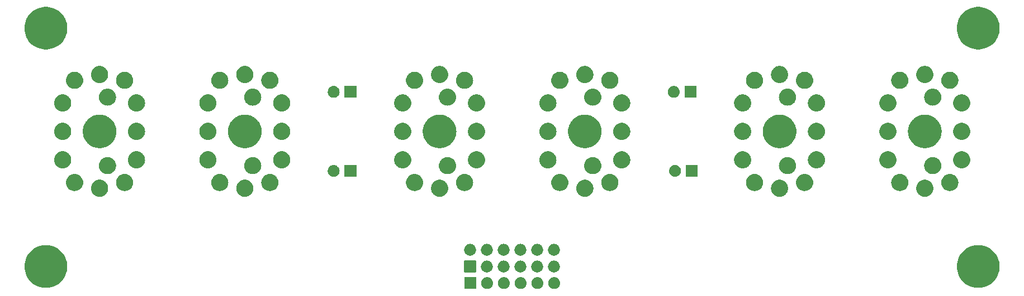
<source format=gbr>
G04 #@! TF.GenerationSoftware,KiCad,Pcbnew,8.0.4*
G04 #@! TF.CreationDate,2024-10-14T20:55:56-07:00*
G04 #@! TF.ProjectId,B5991,42353939-312e-46b6-9963-61645f706362,rev?*
G04 #@! TF.SameCoordinates,Original*
G04 #@! TF.FileFunction,Soldermask,Top*
G04 #@! TF.FilePolarity,Negative*
%FSLAX46Y46*%
G04 Gerber Fmt 4.6, Leading zero omitted, Abs format (unit mm)*
G04 Created by KiCad (PCBNEW 8.0.4) date 2024-10-14 20:55:56*
%MOMM*%
%LPD*%
G01*
G04 APERTURE LIST*
G04 APERTURE END LIST*
G36*
X143261840Y-118457667D02*
G01*
X143278321Y-118468679D01*
X143289333Y-118485160D01*
X143293200Y-118504600D01*
X143293200Y-120204600D01*
X143289333Y-120224040D01*
X143278321Y-120240521D01*
X143261840Y-120251533D01*
X143242400Y-120255400D01*
X141542400Y-120255400D01*
X141522960Y-120251533D01*
X141506479Y-120240521D01*
X141495467Y-120224040D01*
X141491600Y-120204600D01*
X141491600Y-118504600D01*
X141495467Y-118485160D01*
X141506479Y-118468679D01*
X141522960Y-118457667D01*
X141542400Y-118453800D01*
X143242400Y-118453800D01*
X143261840Y-118457667D01*
G37*
G36*
X144976373Y-118458735D02*
G01*
X145026559Y-118458735D01*
X145069896Y-118467946D01*
X145108016Y-118471701D01*
X145155906Y-118486228D01*
X145210763Y-118497888D01*
X145245863Y-118513515D01*
X145276892Y-118522928D01*
X145326203Y-118549285D01*
X145382800Y-118574484D01*
X145409113Y-118593602D01*
X145432520Y-118606113D01*
X145480260Y-118645293D01*
X145535153Y-118685175D01*
X145552978Y-118704972D01*
X145568933Y-118718066D01*
X145611810Y-118770311D01*
X145661163Y-118825123D01*
X145671529Y-118843077D01*
X145680886Y-118854479D01*
X145715505Y-118919247D01*
X145755322Y-118988212D01*
X145759901Y-119002306D01*
X145764071Y-119010107D01*
X145787056Y-119085881D01*
X145813515Y-119167313D01*
X145814446Y-119176176D01*
X145815298Y-119178983D01*
X145823584Y-119263118D01*
X145833200Y-119354600D01*
X145823583Y-119446089D01*
X145815298Y-119530216D01*
X145814446Y-119533022D01*
X145813515Y-119541887D01*
X145787051Y-119623332D01*
X145764071Y-119699092D01*
X145759902Y-119706890D01*
X145755322Y-119720988D01*
X145715498Y-119789965D01*
X145680886Y-119854720D01*
X145671531Y-119866118D01*
X145661163Y-119884077D01*
X145611801Y-119938898D01*
X145568933Y-119991133D01*
X145552982Y-120004223D01*
X145535153Y-120024025D01*
X145480250Y-120063914D01*
X145432520Y-120103086D01*
X145409119Y-120115594D01*
X145382800Y-120134716D01*
X145326192Y-120159919D01*
X145276892Y-120186271D01*
X145245870Y-120195681D01*
X145210763Y-120211312D01*
X145155895Y-120222974D01*
X145108016Y-120237498D01*
X145069905Y-120241251D01*
X145026559Y-120250465D01*
X144976362Y-120250465D01*
X144932400Y-120254795D01*
X144888437Y-120250465D01*
X144838241Y-120250465D01*
X144794895Y-120241251D01*
X144756783Y-120237498D01*
X144708901Y-120222973D01*
X144654037Y-120211312D01*
X144618931Y-120195682D01*
X144587907Y-120186271D01*
X144538602Y-120159916D01*
X144482000Y-120134716D01*
X144455683Y-120115596D01*
X144432279Y-120103086D01*
X144384541Y-120063908D01*
X144329647Y-120024025D01*
X144311820Y-120004226D01*
X144295866Y-119991133D01*
X144252987Y-119938885D01*
X144203637Y-119884077D01*
X144193271Y-119866122D01*
X144183913Y-119854720D01*
X144149288Y-119789941D01*
X144109478Y-119720988D01*
X144104899Y-119706895D01*
X144100728Y-119699092D01*
X144077732Y-119623286D01*
X144051285Y-119541887D01*
X144050353Y-119533027D01*
X144049501Y-119530216D01*
X144041200Y-119445938D01*
X144031600Y-119354600D01*
X144041199Y-119263269D01*
X144049501Y-119178983D01*
X144050353Y-119176171D01*
X144051285Y-119167313D01*
X144077728Y-119085927D01*
X144100728Y-119010107D01*
X144104899Y-119002301D01*
X144109478Y-118988212D01*
X144149281Y-118919270D01*
X144183913Y-118854479D01*
X144193273Y-118843073D01*
X144203637Y-118825123D01*
X144252977Y-118770324D01*
X144295866Y-118718066D01*
X144311824Y-118704969D01*
X144329647Y-118685175D01*
X144384530Y-118645299D01*
X144432279Y-118606113D01*
X144455688Y-118593600D01*
X144482000Y-118574484D01*
X144538590Y-118549288D01*
X144587907Y-118522928D01*
X144618938Y-118513514D01*
X144654037Y-118497888D01*
X144708890Y-118486228D01*
X144756783Y-118471701D01*
X144794904Y-118467946D01*
X144838241Y-118458735D01*
X144888427Y-118458735D01*
X144932400Y-118454404D01*
X144976373Y-118458735D01*
G37*
G36*
X147516373Y-118458735D02*
G01*
X147566559Y-118458735D01*
X147609896Y-118467946D01*
X147648016Y-118471701D01*
X147695906Y-118486228D01*
X147750763Y-118497888D01*
X147785863Y-118513515D01*
X147816892Y-118522928D01*
X147866203Y-118549285D01*
X147922800Y-118574484D01*
X147949113Y-118593602D01*
X147972520Y-118606113D01*
X148020260Y-118645293D01*
X148075153Y-118685175D01*
X148092978Y-118704972D01*
X148108933Y-118718066D01*
X148151810Y-118770311D01*
X148201163Y-118825123D01*
X148211529Y-118843077D01*
X148220886Y-118854479D01*
X148255505Y-118919247D01*
X148295322Y-118988212D01*
X148299901Y-119002306D01*
X148304071Y-119010107D01*
X148327056Y-119085881D01*
X148353515Y-119167313D01*
X148354446Y-119176176D01*
X148355298Y-119178983D01*
X148363584Y-119263118D01*
X148373200Y-119354600D01*
X148363583Y-119446089D01*
X148355298Y-119530216D01*
X148354446Y-119533022D01*
X148353515Y-119541887D01*
X148327051Y-119623332D01*
X148304071Y-119699092D01*
X148299902Y-119706890D01*
X148295322Y-119720988D01*
X148255498Y-119789965D01*
X148220886Y-119854720D01*
X148211531Y-119866118D01*
X148201163Y-119884077D01*
X148151801Y-119938898D01*
X148108933Y-119991133D01*
X148092982Y-120004223D01*
X148075153Y-120024025D01*
X148020250Y-120063914D01*
X147972520Y-120103086D01*
X147949119Y-120115594D01*
X147922800Y-120134716D01*
X147866192Y-120159919D01*
X147816892Y-120186271D01*
X147785870Y-120195681D01*
X147750763Y-120211312D01*
X147695895Y-120222974D01*
X147648016Y-120237498D01*
X147609905Y-120241251D01*
X147566559Y-120250465D01*
X147516362Y-120250465D01*
X147472400Y-120254795D01*
X147428437Y-120250465D01*
X147378241Y-120250465D01*
X147334895Y-120241251D01*
X147296783Y-120237498D01*
X147248901Y-120222973D01*
X147194037Y-120211312D01*
X147158931Y-120195682D01*
X147127907Y-120186271D01*
X147078602Y-120159916D01*
X147022000Y-120134716D01*
X146995683Y-120115596D01*
X146972279Y-120103086D01*
X146924541Y-120063908D01*
X146869647Y-120024025D01*
X146851820Y-120004226D01*
X146835866Y-119991133D01*
X146792987Y-119938885D01*
X146743637Y-119884077D01*
X146733271Y-119866122D01*
X146723913Y-119854720D01*
X146689288Y-119789941D01*
X146649478Y-119720988D01*
X146644899Y-119706895D01*
X146640728Y-119699092D01*
X146617732Y-119623286D01*
X146591285Y-119541887D01*
X146590353Y-119533027D01*
X146589501Y-119530216D01*
X146581200Y-119445938D01*
X146571600Y-119354600D01*
X146581199Y-119263269D01*
X146589501Y-119178983D01*
X146590353Y-119176171D01*
X146591285Y-119167313D01*
X146617728Y-119085927D01*
X146640728Y-119010107D01*
X146644899Y-119002301D01*
X146649478Y-118988212D01*
X146689281Y-118919270D01*
X146723913Y-118854479D01*
X146733273Y-118843073D01*
X146743637Y-118825123D01*
X146792977Y-118770324D01*
X146835866Y-118718066D01*
X146851824Y-118704969D01*
X146869647Y-118685175D01*
X146924530Y-118645299D01*
X146972279Y-118606113D01*
X146995688Y-118593600D01*
X147022000Y-118574484D01*
X147078590Y-118549288D01*
X147127907Y-118522928D01*
X147158938Y-118513514D01*
X147194037Y-118497888D01*
X147248890Y-118486228D01*
X147296783Y-118471701D01*
X147334904Y-118467946D01*
X147378241Y-118458735D01*
X147428427Y-118458735D01*
X147472400Y-118454404D01*
X147516373Y-118458735D01*
G37*
G36*
X150056373Y-118458735D02*
G01*
X150106559Y-118458735D01*
X150149896Y-118467946D01*
X150188016Y-118471701D01*
X150235906Y-118486228D01*
X150290763Y-118497888D01*
X150325863Y-118513515D01*
X150356892Y-118522928D01*
X150406203Y-118549285D01*
X150462800Y-118574484D01*
X150489113Y-118593602D01*
X150512520Y-118606113D01*
X150560260Y-118645293D01*
X150615153Y-118685175D01*
X150632978Y-118704972D01*
X150648933Y-118718066D01*
X150691810Y-118770311D01*
X150741163Y-118825123D01*
X150751529Y-118843077D01*
X150760886Y-118854479D01*
X150795505Y-118919247D01*
X150835322Y-118988212D01*
X150839901Y-119002306D01*
X150844071Y-119010107D01*
X150867056Y-119085881D01*
X150893515Y-119167313D01*
X150894446Y-119176176D01*
X150895298Y-119178983D01*
X150903584Y-119263118D01*
X150913200Y-119354600D01*
X150903583Y-119446089D01*
X150895298Y-119530216D01*
X150894446Y-119533022D01*
X150893515Y-119541887D01*
X150867051Y-119623332D01*
X150844071Y-119699092D01*
X150839902Y-119706890D01*
X150835322Y-119720988D01*
X150795498Y-119789965D01*
X150760886Y-119854720D01*
X150751531Y-119866118D01*
X150741163Y-119884077D01*
X150691801Y-119938898D01*
X150648933Y-119991133D01*
X150632982Y-120004223D01*
X150615153Y-120024025D01*
X150560250Y-120063914D01*
X150512520Y-120103086D01*
X150489119Y-120115594D01*
X150462800Y-120134716D01*
X150406192Y-120159919D01*
X150356892Y-120186271D01*
X150325870Y-120195681D01*
X150290763Y-120211312D01*
X150235895Y-120222974D01*
X150188016Y-120237498D01*
X150149905Y-120241251D01*
X150106559Y-120250465D01*
X150056362Y-120250465D01*
X150012400Y-120254795D01*
X149968437Y-120250465D01*
X149918241Y-120250465D01*
X149874895Y-120241251D01*
X149836783Y-120237498D01*
X149788901Y-120222973D01*
X149734037Y-120211312D01*
X149698931Y-120195682D01*
X149667907Y-120186271D01*
X149618602Y-120159916D01*
X149562000Y-120134716D01*
X149535683Y-120115596D01*
X149512279Y-120103086D01*
X149464541Y-120063908D01*
X149409647Y-120024025D01*
X149391820Y-120004226D01*
X149375866Y-119991133D01*
X149332987Y-119938885D01*
X149283637Y-119884077D01*
X149273271Y-119866122D01*
X149263913Y-119854720D01*
X149229288Y-119789941D01*
X149189478Y-119720988D01*
X149184899Y-119706895D01*
X149180728Y-119699092D01*
X149157732Y-119623286D01*
X149131285Y-119541887D01*
X149130353Y-119533027D01*
X149129501Y-119530216D01*
X149121200Y-119445938D01*
X149111600Y-119354600D01*
X149121199Y-119263269D01*
X149129501Y-119178983D01*
X149130353Y-119176171D01*
X149131285Y-119167313D01*
X149157728Y-119085927D01*
X149180728Y-119010107D01*
X149184899Y-119002301D01*
X149189478Y-118988212D01*
X149229281Y-118919270D01*
X149263913Y-118854479D01*
X149273273Y-118843073D01*
X149283637Y-118825123D01*
X149332977Y-118770324D01*
X149375866Y-118718066D01*
X149391824Y-118704969D01*
X149409647Y-118685175D01*
X149464530Y-118645299D01*
X149512279Y-118606113D01*
X149535688Y-118593600D01*
X149562000Y-118574484D01*
X149618590Y-118549288D01*
X149667907Y-118522928D01*
X149698938Y-118513514D01*
X149734037Y-118497888D01*
X149788890Y-118486228D01*
X149836783Y-118471701D01*
X149874904Y-118467946D01*
X149918241Y-118458735D01*
X149968427Y-118458735D01*
X150012400Y-118454404D01*
X150056373Y-118458735D01*
G37*
G36*
X152596373Y-118458735D02*
G01*
X152646559Y-118458735D01*
X152689896Y-118467946D01*
X152728016Y-118471701D01*
X152775906Y-118486228D01*
X152830763Y-118497888D01*
X152865863Y-118513515D01*
X152896892Y-118522928D01*
X152946203Y-118549285D01*
X153002800Y-118574484D01*
X153029113Y-118593602D01*
X153052520Y-118606113D01*
X153100260Y-118645293D01*
X153155153Y-118685175D01*
X153172978Y-118704972D01*
X153188933Y-118718066D01*
X153231810Y-118770311D01*
X153281163Y-118825123D01*
X153291529Y-118843077D01*
X153300886Y-118854479D01*
X153335505Y-118919247D01*
X153375322Y-118988212D01*
X153379901Y-119002306D01*
X153384071Y-119010107D01*
X153407056Y-119085881D01*
X153433515Y-119167313D01*
X153434446Y-119176176D01*
X153435298Y-119178983D01*
X153443584Y-119263118D01*
X153453200Y-119354600D01*
X153443583Y-119446089D01*
X153435298Y-119530216D01*
X153434446Y-119533022D01*
X153433515Y-119541887D01*
X153407051Y-119623332D01*
X153384071Y-119699092D01*
X153379902Y-119706890D01*
X153375322Y-119720988D01*
X153335498Y-119789965D01*
X153300886Y-119854720D01*
X153291531Y-119866118D01*
X153281163Y-119884077D01*
X153231801Y-119938898D01*
X153188933Y-119991133D01*
X153172982Y-120004223D01*
X153155153Y-120024025D01*
X153100250Y-120063914D01*
X153052520Y-120103086D01*
X153029119Y-120115594D01*
X153002800Y-120134716D01*
X152946192Y-120159919D01*
X152896892Y-120186271D01*
X152865870Y-120195681D01*
X152830763Y-120211312D01*
X152775895Y-120222974D01*
X152728016Y-120237498D01*
X152689905Y-120241251D01*
X152646559Y-120250465D01*
X152596362Y-120250465D01*
X152552400Y-120254795D01*
X152508437Y-120250465D01*
X152458241Y-120250465D01*
X152414895Y-120241251D01*
X152376783Y-120237498D01*
X152328901Y-120222973D01*
X152274037Y-120211312D01*
X152238931Y-120195682D01*
X152207907Y-120186271D01*
X152158602Y-120159916D01*
X152102000Y-120134716D01*
X152075683Y-120115596D01*
X152052279Y-120103086D01*
X152004541Y-120063908D01*
X151949647Y-120024025D01*
X151931820Y-120004226D01*
X151915866Y-119991133D01*
X151872987Y-119938885D01*
X151823637Y-119884077D01*
X151813271Y-119866122D01*
X151803913Y-119854720D01*
X151769288Y-119789941D01*
X151729478Y-119720988D01*
X151724899Y-119706895D01*
X151720728Y-119699092D01*
X151697732Y-119623286D01*
X151671285Y-119541887D01*
X151670353Y-119533027D01*
X151669501Y-119530216D01*
X151661200Y-119445938D01*
X151651600Y-119354600D01*
X151661199Y-119263269D01*
X151669501Y-119178983D01*
X151670353Y-119176171D01*
X151671285Y-119167313D01*
X151697728Y-119085927D01*
X151720728Y-119010107D01*
X151724899Y-119002301D01*
X151729478Y-118988212D01*
X151769281Y-118919270D01*
X151803913Y-118854479D01*
X151813273Y-118843073D01*
X151823637Y-118825123D01*
X151872977Y-118770324D01*
X151915866Y-118718066D01*
X151931824Y-118704969D01*
X151949647Y-118685175D01*
X152004530Y-118645299D01*
X152052279Y-118606113D01*
X152075688Y-118593600D01*
X152102000Y-118574484D01*
X152158590Y-118549288D01*
X152207907Y-118522928D01*
X152238938Y-118513514D01*
X152274037Y-118497888D01*
X152328890Y-118486228D01*
X152376783Y-118471701D01*
X152414904Y-118467946D01*
X152458241Y-118458735D01*
X152508427Y-118458735D01*
X152552400Y-118454404D01*
X152596373Y-118458735D01*
G37*
G36*
X155136373Y-118458735D02*
G01*
X155186559Y-118458735D01*
X155229896Y-118467946D01*
X155268016Y-118471701D01*
X155315906Y-118486228D01*
X155370763Y-118497888D01*
X155405863Y-118513515D01*
X155436892Y-118522928D01*
X155486203Y-118549285D01*
X155542800Y-118574484D01*
X155569113Y-118593602D01*
X155592520Y-118606113D01*
X155640260Y-118645293D01*
X155695153Y-118685175D01*
X155712978Y-118704972D01*
X155728933Y-118718066D01*
X155771810Y-118770311D01*
X155821163Y-118825123D01*
X155831529Y-118843077D01*
X155840886Y-118854479D01*
X155875505Y-118919247D01*
X155915322Y-118988212D01*
X155919901Y-119002306D01*
X155924071Y-119010107D01*
X155947056Y-119085881D01*
X155973515Y-119167313D01*
X155974446Y-119176176D01*
X155975298Y-119178983D01*
X155983584Y-119263118D01*
X155993200Y-119354600D01*
X155983583Y-119446089D01*
X155975298Y-119530216D01*
X155974446Y-119533022D01*
X155973515Y-119541887D01*
X155947051Y-119623332D01*
X155924071Y-119699092D01*
X155919902Y-119706890D01*
X155915322Y-119720988D01*
X155875498Y-119789965D01*
X155840886Y-119854720D01*
X155831531Y-119866118D01*
X155821163Y-119884077D01*
X155771801Y-119938898D01*
X155728933Y-119991133D01*
X155712982Y-120004223D01*
X155695153Y-120024025D01*
X155640250Y-120063914D01*
X155592520Y-120103086D01*
X155569119Y-120115594D01*
X155542800Y-120134716D01*
X155486192Y-120159919D01*
X155436892Y-120186271D01*
X155405870Y-120195681D01*
X155370763Y-120211312D01*
X155315895Y-120222974D01*
X155268016Y-120237498D01*
X155229905Y-120241251D01*
X155186559Y-120250465D01*
X155136362Y-120250465D01*
X155092400Y-120254795D01*
X155048437Y-120250465D01*
X154998241Y-120250465D01*
X154954895Y-120241251D01*
X154916783Y-120237498D01*
X154868901Y-120222973D01*
X154814037Y-120211312D01*
X154778931Y-120195682D01*
X154747907Y-120186271D01*
X154698602Y-120159916D01*
X154642000Y-120134716D01*
X154615683Y-120115596D01*
X154592279Y-120103086D01*
X154544541Y-120063908D01*
X154489647Y-120024025D01*
X154471820Y-120004226D01*
X154455866Y-119991133D01*
X154412987Y-119938885D01*
X154363637Y-119884077D01*
X154353271Y-119866122D01*
X154343913Y-119854720D01*
X154309288Y-119789941D01*
X154269478Y-119720988D01*
X154264899Y-119706895D01*
X154260728Y-119699092D01*
X154237732Y-119623286D01*
X154211285Y-119541887D01*
X154210353Y-119533027D01*
X154209501Y-119530216D01*
X154201200Y-119445938D01*
X154191600Y-119354600D01*
X154201199Y-119263269D01*
X154209501Y-119178983D01*
X154210353Y-119176171D01*
X154211285Y-119167313D01*
X154237728Y-119085927D01*
X154260728Y-119010107D01*
X154264899Y-119002301D01*
X154269478Y-118988212D01*
X154309281Y-118919270D01*
X154343913Y-118854479D01*
X154353273Y-118843073D01*
X154363637Y-118825123D01*
X154412977Y-118770324D01*
X154455866Y-118718066D01*
X154471824Y-118704969D01*
X154489647Y-118685175D01*
X154544530Y-118645299D01*
X154592279Y-118606113D01*
X154615688Y-118593600D01*
X154642000Y-118574484D01*
X154698590Y-118549288D01*
X154747907Y-118522928D01*
X154778938Y-118513514D01*
X154814037Y-118497888D01*
X154868890Y-118486228D01*
X154916783Y-118471701D01*
X154954904Y-118467946D01*
X154998241Y-118458735D01*
X155048427Y-118458735D01*
X155092400Y-118454404D01*
X155136373Y-118458735D01*
G37*
G36*
X78630921Y-113632024D02*
G01*
X78974681Y-113707692D01*
X79308245Y-113820082D01*
X79627702Y-113967879D01*
X79929307Y-114149349D01*
X80209523Y-114362364D01*
X80465066Y-114604427D01*
X80692939Y-114872700D01*
X80890471Y-115164038D01*
X81055346Y-115475025D01*
X81185631Y-115802015D01*
X81279798Y-116141174D01*
X81336744Y-116488527D01*
X81355800Y-116840000D01*
X81336744Y-117191473D01*
X81279798Y-117538826D01*
X81185631Y-117877985D01*
X81055346Y-118204975D01*
X80890471Y-118515962D01*
X80692939Y-118807300D01*
X80465066Y-119075573D01*
X80209523Y-119317636D01*
X79929307Y-119530651D01*
X79627702Y-119712121D01*
X79308245Y-119859918D01*
X78974681Y-119972308D01*
X78630921Y-120047976D01*
X78280995Y-120086032D01*
X77929005Y-120086032D01*
X77579079Y-120047976D01*
X77235319Y-119972308D01*
X76901755Y-119859918D01*
X76582298Y-119712121D01*
X76280693Y-119530651D01*
X76000477Y-119317636D01*
X75744934Y-119075573D01*
X75517061Y-118807300D01*
X75319529Y-118515962D01*
X75154654Y-118204975D01*
X75024369Y-117877985D01*
X74930202Y-117538826D01*
X74873256Y-117191473D01*
X74854200Y-116840000D01*
X74873256Y-116488527D01*
X74930202Y-116141174D01*
X75024369Y-115802015D01*
X75154654Y-115475025D01*
X75319529Y-115164038D01*
X75517061Y-114872700D01*
X75744934Y-114604427D01*
X76000477Y-114362364D01*
X76280693Y-114149349D01*
X76582298Y-113967879D01*
X76901755Y-113820082D01*
X77235319Y-113707692D01*
X77579079Y-113632024D01*
X77929005Y-113593968D01*
X78280995Y-113593968D01*
X78630921Y-113632024D01*
G37*
G36*
X219854921Y-113632024D02*
G01*
X220198681Y-113707692D01*
X220532245Y-113820082D01*
X220851702Y-113967879D01*
X221153307Y-114149349D01*
X221433523Y-114362364D01*
X221689066Y-114604427D01*
X221916939Y-114872700D01*
X222114471Y-115164038D01*
X222279346Y-115475025D01*
X222409631Y-115802015D01*
X222503798Y-116141174D01*
X222560744Y-116488527D01*
X222579800Y-116840000D01*
X222560744Y-117191473D01*
X222503798Y-117538826D01*
X222409631Y-117877985D01*
X222279346Y-118204975D01*
X222114471Y-118515962D01*
X221916939Y-118807300D01*
X221689066Y-119075573D01*
X221433523Y-119317636D01*
X221153307Y-119530651D01*
X220851702Y-119712121D01*
X220532245Y-119859918D01*
X220198681Y-119972308D01*
X219854921Y-120047976D01*
X219504995Y-120086032D01*
X219153005Y-120086032D01*
X218803079Y-120047976D01*
X218459319Y-119972308D01*
X218125755Y-119859918D01*
X217806298Y-119712121D01*
X217504693Y-119530651D01*
X217224477Y-119317636D01*
X216968934Y-119075573D01*
X216741061Y-118807300D01*
X216543529Y-118515962D01*
X216378654Y-118204975D01*
X216248369Y-117877985D01*
X216154202Y-117538826D01*
X216097256Y-117191473D01*
X216078200Y-116840000D01*
X216097256Y-116488527D01*
X216154202Y-116141174D01*
X216248369Y-115802015D01*
X216378654Y-115475025D01*
X216543529Y-115164038D01*
X216741061Y-114872700D01*
X216968934Y-114604427D01*
X217224477Y-114362364D01*
X217504693Y-114149349D01*
X217806298Y-113967879D01*
X218125755Y-113820082D01*
X218459319Y-113707692D01*
X218803079Y-113632024D01*
X219153005Y-113593968D01*
X219504995Y-113593968D01*
X219854921Y-113632024D01*
G37*
G36*
X143236440Y-115943067D02*
G01*
X143252921Y-115954079D01*
X143263933Y-115970560D01*
X143267800Y-115990000D01*
X143267800Y-117690000D01*
X143263933Y-117709440D01*
X143252921Y-117725921D01*
X143236440Y-117736933D01*
X143217000Y-117740800D01*
X141517000Y-117740800D01*
X141497560Y-117736933D01*
X141481079Y-117725921D01*
X141470067Y-117709440D01*
X141466200Y-117690000D01*
X141466200Y-115990000D01*
X141470067Y-115970560D01*
X141481079Y-115954079D01*
X141497560Y-115943067D01*
X141517000Y-115939200D01*
X143217000Y-115939200D01*
X143236440Y-115943067D01*
G37*
G36*
X144950973Y-115944135D02*
G01*
X145001159Y-115944135D01*
X145044496Y-115953346D01*
X145082616Y-115957101D01*
X145130506Y-115971628D01*
X145185363Y-115983288D01*
X145220463Y-115998915D01*
X145251492Y-116008328D01*
X145300803Y-116034685D01*
X145357400Y-116059884D01*
X145383713Y-116079002D01*
X145407120Y-116091513D01*
X145454860Y-116130693D01*
X145509753Y-116170575D01*
X145527578Y-116190372D01*
X145543533Y-116203466D01*
X145586410Y-116255711D01*
X145635763Y-116310523D01*
X145646129Y-116328477D01*
X145655486Y-116339879D01*
X145690105Y-116404647D01*
X145729922Y-116473612D01*
X145734501Y-116487706D01*
X145738671Y-116495507D01*
X145761656Y-116571281D01*
X145788115Y-116652713D01*
X145789046Y-116661576D01*
X145789898Y-116664383D01*
X145798184Y-116748518D01*
X145807800Y-116840000D01*
X145798183Y-116931489D01*
X145789898Y-117015616D01*
X145789046Y-117018422D01*
X145788115Y-117027287D01*
X145761651Y-117108732D01*
X145738671Y-117184492D01*
X145734502Y-117192290D01*
X145729922Y-117206388D01*
X145690098Y-117275365D01*
X145655486Y-117340120D01*
X145646131Y-117351518D01*
X145635763Y-117369477D01*
X145586401Y-117424298D01*
X145543533Y-117476533D01*
X145527582Y-117489623D01*
X145509753Y-117509425D01*
X145454850Y-117549314D01*
X145407120Y-117588486D01*
X145383719Y-117600994D01*
X145357400Y-117620116D01*
X145300792Y-117645319D01*
X145251492Y-117671671D01*
X145220470Y-117681081D01*
X145185363Y-117696712D01*
X145130495Y-117708374D01*
X145082616Y-117722898D01*
X145044505Y-117726651D01*
X145001159Y-117735865D01*
X144950962Y-117735865D01*
X144907000Y-117740195D01*
X144863037Y-117735865D01*
X144812841Y-117735865D01*
X144769495Y-117726651D01*
X144731383Y-117722898D01*
X144683501Y-117708373D01*
X144628637Y-117696712D01*
X144593531Y-117681082D01*
X144562507Y-117671671D01*
X144513202Y-117645316D01*
X144456600Y-117620116D01*
X144430283Y-117600996D01*
X144406879Y-117588486D01*
X144359141Y-117549308D01*
X144304247Y-117509425D01*
X144286420Y-117489626D01*
X144270466Y-117476533D01*
X144227587Y-117424285D01*
X144178237Y-117369477D01*
X144167871Y-117351522D01*
X144158513Y-117340120D01*
X144123888Y-117275341D01*
X144084078Y-117206388D01*
X144079499Y-117192295D01*
X144075328Y-117184492D01*
X144052332Y-117108686D01*
X144025885Y-117027287D01*
X144024953Y-117018427D01*
X144024101Y-117015616D01*
X144015800Y-116931338D01*
X144006200Y-116840000D01*
X144015799Y-116748669D01*
X144024101Y-116664383D01*
X144024953Y-116661571D01*
X144025885Y-116652713D01*
X144052328Y-116571327D01*
X144075328Y-116495507D01*
X144079499Y-116487701D01*
X144084078Y-116473612D01*
X144123881Y-116404670D01*
X144158513Y-116339879D01*
X144167873Y-116328473D01*
X144178237Y-116310523D01*
X144227577Y-116255724D01*
X144270466Y-116203466D01*
X144286424Y-116190369D01*
X144304247Y-116170575D01*
X144359130Y-116130699D01*
X144406879Y-116091513D01*
X144430288Y-116079000D01*
X144456600Y-116059884D01*
X144513190Y-116034688D01*
X144562507Y-116008328D01*
X144593538Y-115998914D01*
X144628637Y-115983288D01*
X144683490Y-115971628D01*
X144731383Y-115957101D01*
X144769504Y-115953346D01*
X144812841Y-115944135D01*
X144863027Y-115944135D01*
X144907000Y-115939804D01*
X144950973Y-115944135D01*
G37*
G36*
X147490973Y-115944135D02*
G01*
X147541159Y-115944135D01*
X147584496Y-115953346D01*
X147622616Y-115957101D01*
X147670506Y-115971628D01*
X147725363Y-115983288D01*
X147760463Y-115998915D01*
X147791492Y-116008328D01*
X147840803Y-116034685D01*
X147897400Y-116059884D01*
X147923713Y-116079002D01*
X147947120Y-116091513D01*
X147994860Y-116130693D01*
X148049753Y-116170575D01*
X148067578Y-116190372D01*
X148083533Y-116203466D01*
X148126410Y-116255711D01*
X148175763Y-116310523D01*
X148186129Y-116328477D01*
X148195486Y-116339879D01*
X148230105Y-116404647D01*
X148269922Y-116473612D01*
X148274501Y-116487706D01*
X148278671Y-116495507D01*
X148301656Y-116571281D01*
X148328115Y-116652713D01*
X148329046Y-116661576D01*
X148329898Y-116664383D01*
X148338184Y-116748518D01*
X148347800Y-116840000D01*
X148338183Y-116931489D01*
X148329898Y-117015616D01*
X148329046Y-117018422D01*
X148328115Y-117027287D01*
X148301651Y-117108732D01*
X148278671Y-117184492D01*
X148274502Y-117192290D01*
X148269922Y-117206388D01*
X148230098Y-117275365D01*
X148195486Y-117340120D01*
X148186131Y-117351518D01*
X148175763Y-117369477D01*
X148126401Y-117424298D01*
X148083533Y-117476533D01*
X148067582Y-117489623D01*
X148049753Y-117509425D01*
X147994850Y-117549314D01*
X147947120Y-117588486D01*
X147923719Y-117600994D01*
X147897400Y-117620116D01*
X147840792Y-117645319D01*
X147791492Y-117671671D01*
X147760470Y-117681081D01*
X147725363Y-117696712D01*
X147670495Y-117708374D01*
X147622616Y-117722898D01*
X147584505Y-117726651D01*
X147541159Y-117735865D01*
X147490962Y-117735865D01*
X147447000Y-117740195D01*
X147403037Y-117735865D01*
X147352841Y-117735865D01*
X147309495Y-117726651D01*
X147271383Y-117722898D01*
X147223501Y-117708373D01*
X147168637Y-117696712D01*
X147133531Y-117681082D01*
X147102507Y-117671671D01*
X147053202Y-117645316D01*
X146996600Y-117620116D01*
X146970283Y-117600996D01*
X146946879Y-117588486D01*
X146899141Y-117549308D01*
X146844247Y-117509425D01*
X146826420Y-117489626D01*
X146810466Y-117476533D01*
X146767587Y-117424285D01*
X146718237Y-117369477D01*
X146707871Y-117351522D01*
X146698513Y-117340120D01*
X146663888Y-117275341D01*
X146624078Y-117206388D01*
X146619499Y-117192295D01*
X146615328Y-117184492D01*
X146592332Y-117108686D01*
X146565885Y-117027287D01*
X146564953Y-117018427D01*
X146564101Y-117015616D01*
X146555800Y-116931338D01*
X146546200Y-116840000D01*
X146555799Y-116748669D01*
X146564101Y-116664383D01*
X146564953Y-116661571D01*
X146565885Y-116652713D01*
X146592328Y-116571327D01*
X146615328Y-116495507D01*
X146619499Y-116487701D01*
X146624078Y-116473612D01*
X146663881Y-116404670D01*
X146698513Y-116339879D01*
X146707873Y-116328473D01*
X146718237Y-116310523D01*
X146767577Y-116255724D01*
X146810466Y-116203466D01*
X146826424Y-116190369D01*
X146844247Y-116170575D01*
X146899130Y-116130699D01*
X146946879Y-116091513D01*
X146970288Y-116079000D01*
X146996600Y-116059884D01*
X147053190Y-116034688D01*
X147102507Y-116008328D01*
X147133538Y-115998914D01*
X147168637Y-115983288D01*
X147223490Y-115971628D01*
X147271383Y-115957101D01*
X147309504Y-115953346D01*
X147352841Y-115944135D01*
X147403027Y-115944135D01*
X147447000Y-115939804D01*
X147490973Y-115944135D01*
G37*
G36*
X150030973Y-115944135D02*
G01*
X150081159Y-115944135D01*
X150124496Y-115953346D01*
X150162616Y-115957101D01*
X150210506Y-115971628D01*
X150265363Y-115983288D01*
X150300463Y-115998915D01*
X150331492Y-116008328D01*
X150380803Y-116034685D01*
X150437400Y-116059884D01*
X150463713Y-116079002D01*
X150487120Y-116091513D01*
X150534860Y-116130693D01*
X150589753Y-116170575D01*
X150607578Y-116190372D01*
X150623533Y-116203466D01*
X150666410Y-116255711D01*
X150715763Y-116310523D01*
X150726129Y-116328477D01*
X150735486Y-116339879D01*
X150770105Y-116404647D01*
X150809922Y-116473612D01*
X150814501Y-116487706D01*
X150818671Y-116495507D01*
X150841656Y-116571281D01*
X150868115Y-116652713D01*
X150869046Y-116661576D01*
X150869898Y-116664383D01*
X150878184Y-116748518D01*
X150887800Y-116840000D01*
X150878183Y-116931489D01*
X150869898Y-117015616D01*
X150869046Y-117018422D01*
X150868115Y-117027287D01*
X150841651Y-117108732D01*
X150818671Y-117184492D01*
X150814502Y-117192290D01*
X150809922Y-117206388D01*
X150770098Y-117275365D01*
X150735486Y-117340120D01*
X150726131Y-117351518D01*
X150715763Y-117369477D01*
X150666401Y-117424298D01*
X150623533Y-117476533D01*
X150607582Y-117489623D01*
X150589753Y-117509425D01*
X150534850Y-117549314D01*
X150487120Y-117588486D01*
X150463719Y-117600994D01*
X150437400Y-117620116D01*
X150380792Y-117645319D01*
X150331492Y-117671671D01*
X150300470Y-117681081D01*
X150265363Y-117696712D01*
X150210495Y-117708374D01*
X150162616Y-117722898D01*
X150124505Y-117726651D01*
X150081159Y-117735865D01*
X150030962Y-117735865D01*
X149987000Y-117740195D01*
X149943037Y-117735865D01*
X149892841Y-117735865D01*
X149849495Y-117726651D01*
X149811383Y-117722898D01*
X149763501Y-117708373D01*
X149708637Y-117696712D01*
X149673531Y-117681082D01*
X149642507Y-117671671D01*
X149593202Y-117645316D01*
X149536600Y-117620116D01*
X149510283Y-117600996D01*
X149486879Y-117588486D01*
X149439141Y-117549308D01*
X149384247Y-117509425D01*
X149366420Y-117489626D01*
X149350466Y-117476533D01*
X149307587Y-117424285D01*
X149258237Y-117369477D01*
X149247871Y-117351522D01*
X149238513Y-117340120D01*
X149203888Y-117275341D01*
X149164078Y-117206388D01*
X149159499Y-117192295D01*
X149155328Y-117184492D01*
X149132332Y-117108686D01*
X149105885Y-117027287D01*
X149104953Y-117018427D01*
X149104101Y-117015616D01*
X149095800Y-116931338D01*
X149086200Y-116840000D01*
X149095799Y-116748669D01*
X149104101Y-116664383D01*
X149104953Y-116661571D01*
X149105885Y-116652713D01*
X149132328Y-116571327D01*
X149155328Y-116495507D01*
X149159499Y-116487701D01*
X149164078Y-116473612D01*
X149203881Y-116404670D01*
X149238513Y-116339879D01*
X149247873Y-116328473D01*
X149258237Y-116310523D01*
X149307577Y-116255724D01*
X149350466Y-116203466D01*
X149366424Y-116190369D01*
X149384247Y-116170575D01*
X149439130Y-116130699D01*
X149486879Y-116091513D01*
X149510288Y-116079000D01*
X149536600Y-116059884D01*
X149593190Y-116034688D01*
X149642507Y-116008328D01*
X149673538Y-115998914D01*
X149708637Y-115983288D01*
X149763490Y-115971628D01*
X149811383Y-115957101D01*
X149849504Y-115953346D01*
X149892841Y-115944135D01*
X149943027Y-115944135D01*
X149987000Y-115939804D01*
X150030973Y-115944135D01*
G37*
G36*
X152570973Y-115944135D02*
G01*
X152621159Y-115944135D01*
X152664496Y-115953346D01*
X152702616Y-115957101D01*
X152750506Y-115971628D01*
X152805363Y-115983288D01*
X152840463Y-115998915D01*
X152871492Y-116008328D01*
X152920803Y-116034685D01*
X152977400Y-116059884D01*
X153003713Y-116079002D01*
X153027120Y-116091513D01*
X153074860Y-116130693D01*
X153129753Y-116170575D01*
X153147578Y-116190372D01*
X153163533Y-116203466D01*
X153206410Y-116255711D01*
X153255763Y-116310523D01*
X153266129Y-116328477D01*
X153275486Y-116339879D01*
X153310105Y-116404647D01*
X153349922Y-116473612D01*
X153354501Y-116487706D01*
X153358671Y-116495507D01*
X153381656Y-116571281D01*
X153408115Y-116652713D01*
X153409046Y-116661576D01*
X153409898Y-116664383D01*
X153418184Y-116748518D01*
X153427800Y-116840000D01*
X153418183Y-116931489D01*
X153409898Y-117015616D01*
X153409046Y-117018422D01*
X153408115Y-117027287D01*
X153381651Y-117108732D01*
X153358671Y-117184492D01*
X153354502Y-117192290D01*
X153349922Y-117206388D01*
X153310098Y-117275365D01*
X153275486Y-117340120D01*
X153266131Y-117351518D01*
X153255763Y-117369477D01*
X153206401Y-117424298D01*
X153163533Y-117476533D01*
X153147582Y-117489623D01*
X153129753Y-117509425D01*
X153074850Y-117549314D01*
X153027120Y-117588486D01*
X153003719Y-117600994D01*
X152977400Y-117620116D01*
X152920792Y-117645319D01*
X152871492Y-117671671D01*
X152840470Y-117681081D01*
X152805363Y-117696712D01*
X152750495Y-117708374D01*
X152702616Y-117722898D01*
X152664505Y-117726651D01*
X152621159Y-117735865D01*
X152570962Y-117735865D01*
X152527000Y-117740195D01*
X152483037Y-117735865D01*
X152432841Y-117735865D01*
X152389495Y-117726651D01*
X152351383Y-117722898D01*
X152303501Y-117708373D01*
X152248637Y-117696712D01*
X152213531Y-117681082D01*
X152182507Y-117671671D01*
X152133202Y-117645316D01*
X152076600Y-117620116D01*
X152050283Y-117600996D01*
X152026879Y-117588486D01*
X151979141Y-117549308D01*
X151924247Y-117509425D01*
X151906420Y-117489626D01*
X151890466Y-117476533D01*
X151847587Y-117424285D01*
X151798237Y-117369477D01*
X151787871Y-117351522D01*
X151778513Y-117340120D01*
X151743888Y-117275341D01*
X151704078Y-117206388D01*
X151699499Y-117192295D01*
X151695328Y-117184492D01*
X151672332Y-117108686D01*
X151645885Y-117027287D01*
X151644953Y-117018427D01*
X151644101Y-117015616D01*
X151635800Y-116931338D01*
X151626200Y-116840000D01*
X151635799Y-116748669D01*
X151644101Y-116664383D01*
X151644953Y-116661571D01*
X151645885Y-116652713D01*
X151672328Y-116571327D01*
X151695328Y-116495507D01*
X151699499Y-116487701D01*
X151704078Y-116473612D01*
X151743881Y-116404670D01*
X151778513Y-116339879D01*
X151787873Y-116328473D01*
X151798237Y-116310523D01*
X151847577Y-116255724D01*
X151890466Y-116203466D01*
X151906424Y-116190369D01*
X151924247Y-116170575D01*
X151979130Y-116130699D01*
X152026879Y-116091513D01*
X152050288Y-116079000D01*
X152076600Y-116059884D01*
X152133190Y-116034688D01*
X152182507Y-116008328D01*
X152213538Y-115998914D01*
X152248637Y-115983288D01*
X152303490Y-115971628D01*
X152351383Y-115957101D01*
X152389504Y-115953346D01*
X152432841Y-115944135D01*
X152483027Y-115944135D01*
X152527000Y-115939804D01*
X152570973Y-115944135D01*
G37*
G36*
X155110973Y-115944135D02*
G01*
X155161159Y-115944135D01*
X155204496Y-115953346D01*
X155242616Y-115957101D01*
X155290506Y-115971628D01*
X155345363Y-115983288D01*
X155380463Y-115998915D01*
X155411492Y-116008328D01*
X155460803Y-116034685D01*
X155517400Y-116059884D01*
X155543713Y-116079002D01*
X155567120Y-116091513D01*
X155614860Y-116130693D01*
X155669753Y-116170575D01*
X155687578Y-116190372D01*
X155703533Y-116203466D01*
X155746410Y-116255711D01*
X155795763Y-116310523D01*
X155806129Y-116328477D01*
X155815486Y-116339879D01*
X155850105Y-116404647D01*
X155889922Y-116473612D01*
X155894501Y-116487706D01*
X155898671Y-116495507D01*
X155921656Y-116571281D01*
X155948115Y-116652713D01*
X155949046Y-116661576D01*
X155949898Y-116664383D01*
X155958184Y-116748518D01*
X155967800Y-116840000D01*
X155958183Y-116931489D01*
X155949898Y-117015616D01*
X155949046Y-117018422D01*
X155948115Y-117027287D01*
X155921651Y-117108732D01*
X155898671Y-117184492D01*
X155894502Y-117192290D01*
X155889922Y-117206388D01*
X155850098Y-117275365D01*
X155815486Y-117340120D01*
X155806131Y-117351518D01*
X155795763Y-117369477D01*
X155746401Y-117424298D01*
X155703533Y-117476533D01*
X155687582Y-117489623D01*
X155669753Y-117509425D01*
X155614850Y-117549314D01*
X155567120Y-117588486D01*
X155543719Y-117600994D01*
X155517400Y-117620116D01*
X155460792Y-117645319D01*
X155411492Y-117671671D01*
X155380470Y-117681081D01*
X155345363Y-117696712D01*
X155290495Y-117708374D01*
X155242616Y-117722898D01*
X155204505Y-117726651D01*
X155161159Y-117735865D01*
X155110962Y-117735865D01*
X155067000Y-117740195D01*
X155023037Y-117735865D01*
X154972841Y-117735865D01*
X154929495Y-117726651D01*
X154891383Y-117722898D01*
X154843501Y-117708373D01*
X154788637Y-117696712D01*
X154753531Y-117681082D01*
X154722507Y-117671671D01*
X154673202Y-117645316D01*
X154616600Y-117620116D01*
X154590283Y-117600996D01*
X154566879Y-117588486D01*
X154519141Y-117549308D01*
X154464247Y-117509425D01*
X154446420Y-117489626D01*
X154430466Y-117476533D01*
X154387587Y-117424285D01*
X154338237Y-117369477D01*
X154327871Y-117351522D01*
X154318513Y-117340120D01*
X154283888Y-117275341D01*
X154244078Y-117206388D01*
X154239499Y-117192295D01*
X154235328Y-117184492D01*
X154212332Y-117108686D01*
X154185885Y-117027287D01*
X154184953Y-117018427D01*
X154184101Y-117015616D01*
X154175800Y-116931338D01*
X154166200Y-116840000D01*
X154175799Y-116748669D01*
X154184101Y-116664383D01*
X154184953Y-116661571D01*
X154185885Y-116652713D01*
X154212328Y-116571327D01*
X154235328Y-116495507D01*
X154239499Y-116487701D01*
X154244078Y-116473612D01*
X154283881Y-116404670D01*
X154318513Y-116339879D01*
X154327873Y-116328473D01*
X154338237Y-116310523D01*
X154387577Y-116255724D01*
X154430466Y-116203466D01*
X154446424Y-116190369D01*
X154464247Y-116170575D01*
X154519130Y-116130699D01*
X154566879Y-116091513D01*
X154590288Y-116079000D01*
X154616600Y-116059884D01*
X154673190Y-116034688D01*
X154722507Y-116008328D01*
X154753538Y-115998914D01*
X154788637Y-115983288D01*
X154843490Y-115971628D01*
X154891383Y-115957101D01*
X154929504Y-115953346D01*
X154972841Y-115944135D01*
X155023027Y-115944135D01*
X155067000Y-115939804D01*
X155110973Y-115944135D01*
G37*
G36*
X142410973Y-113404135D02*
G01*
X142461159Y-113404135D01*
X142504496Y-113413346D01*
X142542616Y-113417101D01*
X142590506Y-113431628D01*
X142645363Y-113443288D01*
X142680463Y-113458915D01*
X142711492Y-113468328D01*
X142760803Y-113494685D01*
X142817400Y-113519884D01*
X142843713Y-113539002D01*
X142867120Y-113551513D01*
X142914860Y-113590693D01*
X142969753Y-113630575D01*
X142987578Y-113650372D01*
X143003533Y-113663466D01*
X143046410Y-113715711D01*
X143095763Y-113770523D01*
X143106129Y-113788477D01*
X143115486Y-113799879D01*
X143150105Y-113864647D01*
X143189922Y-113933612D01*
X143194501Y-113947706D01*
X143198671Y-113955507D01*
X143221656Y-114031281D01*
X143248115Y-114112713D01*
X143249046Y-114121576D01*
X143249898Y-114124383D01*
X143258184Y-114208518D01*
X143267800Y-114300000D01*
X143258183Y-114391489D01*
X143249898Y-114475616D01*
X143249046Y-114478422D01*
X143248115Y-114487287D01*
X143221651Y-114568732D01*
X143198671Y-114644492D01*
X143194502Y-114652290D01*
X143189922Y-114666388D01*
X143150098Y-114735365D01*
X143115486Y-114800120D01*
X143106131Y-114811518D01*
X143095763Y-114829477D01*
X143046401Y-114884298D01*
X143003533Y-114936533D01*
X142987582Y-114949623D01*
X142969753Y-114969425D01*
X142914850Y-115009314D01*
X142867120Y-115048486D01*
X142843719Y-115060994D01*
X142817400Y-115080116D01*
X142760792Y-115105319D01*
X142711492Y-115131671D01*
X142680470Y-115141081D01*
X142645363Y-115156712D01*
X142590495Y-115168374D01*
X142542616Y-115182898D01*
X142504505Y-115186651D01*
X142461159Y-115195865D01*
X142410962Y-115195865D01*
X142367000Y-115200195D01*
X142323037Y-115195865D01*
X142272841Y-115195865D01*
X142229495Y-115186651D01*
X142191383Y-115182898D01*
X142143501Y-115168373D01*
X142088637Y-115156712D01*
X142053531Y-115141082D01*
X142022507Y-115131671D01*
X141973202Y-115105316D01*
X141916600Y-115080116D01*
X141890283Y-115060996D01*
X141866879Y-115048486D01*
X141819141Y-115009308D01*
X141764247Y-114969425D01*
X141746420Y-114949626D01*
X141730466Y-114936533D01*
X141687587Y-114884285D01*
X141638237Y-114829477D01*
X141627871Y-114811522D01*
X141618513Y-114800120D01*
X141583888Y-114735341D01*
X141544078Y-114666388D01*
X141539499Y-114652295D01*
X141535328Y-114644492D01*
X141512332Y-114568686D01*
X141485885Y-114487287D01*
X141484953Y-114478427D01*
X141484101Y-114475616D01*
X141475800Y-114391338D01*
X141466200Y-114300000D01*
X141475799Y-114208669D01*
X141484101Y-114124383D01*
X141484953Y-114121571D01*
X141485885Y-114112713D01*
X141512328Y-114031327D01*
X141535328Y-113955507D01*
X141539499Y-113947701D01*
X141544078Y-113933612D01*
X141583881Y-113864670D01*
X141618513Y-113799879D01*
X141627873Y-113788473D01*
X141638237Y-113770523D01*
X141687577Y-113715724D01*
X141730466Y-113663466D01*
X141746424Y-113650369D01*
X141764247Y-113630575D01*
X141819130Y-113590699D01*
X141866879Y-113551513D01*
X141890288Y-113539000D01*
X141916600Y-113519884D01*
X141973190Y-113494688D01*
X142022507Y-113468328D01*
X142053538Y-113458914D01*
X142088637Y-113443288D01*
X142143490Y-113431628D01*
X142191383Y-113417101D01*
X142229504Y-113413346D01*
X142272841Y-113404135D01*
X142323027Y-113404135D01*
X142367000Y-113399804D01*
X142410973Y-113404135D01*
G37*
G36*
X144950973Y-113404135D02*
G01*
X145001159Y-113404135D01*
X145044496Y-113413346D01*
X145082616Y-113417101D01*
X145130506Y-113431628D01*
X145185363Y-113443288D01*
X145220463Y-113458915D01*
X145251492Y-113468328D01*
X145300803Y-113494685D01*
X145357400Y-113519884D01*
X145383713Y-113539002D01*
X145407120Y-113551513D01*
X145454860Y-113590693D01*
X145509753Y-113630575D01*
X145527578Y-113650372D01*
X145543533Y-113663466D01*
X145586410Y-113715711D01*
X145635763Y-113770523D01*
X145646129Y-113788477D01*
X145655486Y-113799879D01*
X145690105Y-113864647D01*
X145729922Y-113933612D01*
X145734501Y-113947706D01*
X145738671Y-113955507D01*
X145761656Y-114031281D01*
X145788115Y-114112713D01*
X145789046Y-114121576D01*
X145789898Y-114124383D01*
X145798184Y-114208518D01*
X145807800Y-114300000D01*
X145798183Y-114391489D01*
X145789898Y-114475616D01*
X145789046Y-114478422D01*
X145788115Y-114487287D01*
X145761651Y-114568732D01*
X145738671Y-114644492D01*
X145734502Y-114652290D01*
X145729922Y-114666388D01*
X145690098Y-114735365D01*
X145655486Y-114800120D01*
X145646131Y-114811518D01*
X145635763Y-114829477D01*
X145586401Y-114884298D01*
X145543533Y-114936533D01*
X145527582Y-114949623D01*
X145509753Y-114969425D01*
X145454850Y-115009314D01*
X145407120Y-115048486D01*
X145383719Y-115060994D01*
X145357400Y-115080116D01*
X145300792Y-115105319D01*
X145251492Y-115131671D01*
X145220470Y-115141081D01*
X145185363Y-115156712D01*
X145130495Y-115168374D01*
X145082616Y-115182898D01*
X145044505Y-115186651D01*
X145001159Y-115195865D01*
X144950962Y-115195865D01*
X144907000Y-115200195D01*
X144863037Y-115195865D01*
X144812841Y-115195865D01*
X144769495Y-115186651D01*
X144731383Y-115182898D01*
X144683501Y-115168373D01*
X144628637Y-115156712D01*
X144593531Y-115141082D01*
X144562507Y-115131671D01*
X144513202Y-115105316D01*
X144456600Y-115080116D01*
X144430283Y-115060996D01*
X144406879Y-115048486D01*
X144359141Y-115009308D01*
X144304247Y-114969425D01*
X144286420Y-114949626D01*
X144270466Y-114936533D01*
X144227587Y-114884285D01*
X144178237Y-114829477D01*
X144167871Y-114811522D01*
X144158513Y-114800120D01*
X144123888Y-114735341D01*
X144084078Y-114666388D01*
X144079499Y-114652295D01*
X144075328Y-114644492D01*
X144052332Y-114568686D01*
X144025885Y-114487287D01*
X144024953Y-114478427D01*
X144024101Y-114475616D01*
X144015800Y-114391338D01*
X144006200Y-114300000D01*
X144015799Y-114208669D01*
X144024101Y-114124383D01*
X144024953Y-114121571D01*
X144025885Y-114112713D01*
X144052328Y-114031327D01*
X144075328Y-113955507D01*
X144079499Y-113947701D01*
X144084078Y-113933612D01*
X144123881Y-113864670D01*
X144158513Y-113799879D01*
X144167873Y-113788473D01*
X144178237Y-113770523D01*
X144227577Y-113715724D01*
X144270466Y-113663466D01*
X144286424Y-113650369D01*
X144304247Y-113630575D01*
X144359130Y-113590699D01*
X144406879Y-113551513D01*
X144430288Y-113539000D01*
X144456600Y-113519884D01*
X144513190Y-113494688D01*
X144562507Y-113468328D01*
X144593538Y-113458914D01*
X144628637Y-113443288D01*
X144683490Y-113431628D01*
X144731383Y-113417101D01*
X144769504Y-113413346D01*
X144812841Y-113404135D01*
X144863027Y-113404135D01*
X144907000Y-113399804D01*
X144950973Y-113404135D01*
G37*
G36*
X147490973Y-113404135D02*
G01*
X147541159Y-113404135D01*
X147584496Y-113413346D01*
X147622616Y-113417101D01*
X147670506Y-113431628D01*
X147725363Y-113443288D01*
X147760463Y-113458915D01*
X147791492Y-113468328D01*
X147840803Y-113494685D01*
X147897400Y-113519884D01*
X147923713Y-113539002D01*
X147947120Y-113551513D01*
X147994860Y-113590693D01*
X148049753Y-113630575D01*
X148067578Y-113650372D01*
X148083533Y-113663466D01*
X148126410Y-113715711D01*
X148175763Y-113770523D01*
X148186129Y-113788477D01*
X148195486Y-113799879D01*
X148230105Y-113864647D01*
X148269922Y-113933612D01*
X148274501Y-113947706D01*
X148278671Y-113955507D01*
X148301656Y-114031281D01*
X148328115Y-114112713D01*
X148329046Y-114121576D01*
X148329898Y-114124383D01*
X148338184Y-114208518D01*
X148347800Y-114300000D01*
X148338183Y-114391489D01*
X148329898Y-114475616D01*
X148329046Y-114478422D01*
X148328115Y-114487287D01*
X148301651Y-114568732D01*
X148278671Y-114644492D01*
X148274502Y-114652290D01*
X148269922Y-114666388D01*
X148230098Y-114735365D01*
X148195486Y-114800120D01*
X148186131Y-114811518D01*
X148175763Y-114829477D01*
X148126401Y-114884298D01*
X148083533Y-114936533D01*
X148067582Y-114949623D01*
X148049753Y-114969425D01*
X147994850Y-115009314D01*
X147947120Y-115048486D01*
X147923719Y-115060994D01*
X147897400Y-115080116D01*
X147840792Y-115105319D01*
X147791492Y-115131671D01*
X147760470Y-115141081D01*
X147725363Y-115156712D01*
X147670495Y-115168374D01*
X147622616Y-115182898D01*
X147584505Y-115186651D01*
X147541159Y-115195865D01*
X147490962Y-115195865D01*
X147447000Y-115200195D01*
X147403037Y-115195865D01*
X147352841Y-115195865D01*
X147309495Y-115186651D01*
X147271383Y-115182898D01*
X147223501Y-115168373D01*
X147168637Y-115156712D01*
X147133531Y-115141082D01*
X147102507Y-115131671D01*
X147053202Y-115105316D01*
X146996600Y-115080116D01*
X146970283Y-115060996D01*
X146946879Y-115048486D01*
X146899141Y-115009308D01*
X146844247Y-114969425D01*
X146826420Y-114949626D01*
X146810466Y-114936533D01*
X146767587Y-114884285D01*
X146718237Y-114829477D01*
X146707871Y-114811522D01*
X146698513Y-114800120D01*
X146663888Y-114735341D01*
X146624078Y-114666388D01*
X146619499Y-114652295D01*
X146615328Y-114644492D01*
X146592332Y-114568686D01*
X146565885Y-114487287D01*
X146564953Y-114478427D01*
X146564101Y-114475616D01*
X146555800Y-114391338D01*
X146546200Y-114300000D01*
X146555799Y-114208669D01*
X146564101Y-114124383D01*
X146564953Y-114121571D01*
X146565885Y-114112713D01*
X146592328Y-114031327D01*
X146615328Y-113955507D01*
X146619499Y-113947701D01*
X146624078Y-113933612D01*
X146663881Y-113864670D01*
X146698513Y-113799879D01*
X146707873Y-113788473D01*
X146718237Y-113770523D01*
X146767577Y-113715724D01*
X146810466Y-113663466D01*
X146826424Y-113650369D01*
X146844247Y-113630575D01*
X146899130Y-113590699D01*
X146946879Y-113551513D01*
X146970288Y-113539000D01*
X146996600Y-113519884D01*
X147053190Y-113494688D01*
X147102507Y-113468328D01*
X147133538Y-113458914D01*
X147168637Y-113443288D01*
X147223490Y-113431628D01*
X147271383Y-113417101D01*
X147309504Y-113413346D01*
X147352841Y-113404135D01*
X147403027Y-113404135D01*
X147447000Y-113399804D01*
X147490973Y-113404135D01*
G37*
G36*
X150030973Y-113404135D02*
G01*
X150081159Y-113404135D01*
X150124496Y-113413346D01*
X150162616Y-113417101D01*
X150210506Y-113431628D01*
X150265363Y-113443288D01*
X150300463Y-113458915D01*
X150331492Y-113468328D01*
X150380803Y-113494685D01*
X150437400Y-113519884D01*
X150463713Y-113539002D01*
X150487120Y-113551513D01*
X150534860Y-113590693D01*
X150589753Y-113630575D01*
X150607578Y-113650372D01*
X150623533Y-113663466D01*
X150666410Y-113715711D01*
X150715763Y-113770523D01*
X150726129Y-113788477D01*
X150735486Y-113799879D01*
X150770105Y-113864647D01*
X150809922Y-113933612D01*
X150814501Y-113947706D01*
X150818671Y-113955507D01*
X150841656Y-114031281D01*
X150868115Y-114112713D01*
X150869046Y-114121576D01*
X150869898Y-114124383D01*
X150878184Y-114208518D01*
X150887800Y-114300000D01*
X150878183Y-114391489D01*
X150869898Y-114475616D01*
X150869046Y-114478422D01*
X150868115Y-114487287D01*
X150841651Y-114568732D01*
X150818671Y-114644492D01*
X150814502Y-114652290D01*
X150809922Y-114666388D01*
X150770098Y-114735365D01*
X150735486Y-114800120D01*
X150726131Y-114811518D01*
X150715763Y-114829477D01*
X150666401Y-114884298D01*
X150623533Y-114936533D01*
X150607582Y-114949623D01*
X150589753Y-114969425D01*
X150534850Y-115009314D01*
X150487120Y-115048486D01*
X150463719Y-115060994D01*
X150437400Y-115080116D01*
X150380792Y-115105319D01*
X150331492Y-115131671D01*
X150300470Y-115141081D01*
X150265363Y-115156712D01*
X150210495Y-115168374D01*
X150162616Y-115182898D01*
X150124505Y-115186651D01*
X150081159Y-115195865D01*
X150030962Y-115195865D01*
X149987000Y-115200195D01*
X149943037Y-115195865D01*
X149892841Y-115195865D01*
X149849495Y-115186651D01*
X149811383Y-115182898D01*
X149763501Y-115168373D01*
X149708637Y-115156712D01*
X149673531Y-115141082D01*
X149642507Y-115131671D01*
X149593202Y-115105316D01*
X149536600Y-115080116D01*
X149510283Y-115060996D01*
X149486879Y-115048486D01*
X149439141Y-115009308D01*
X149384247Y-114969425D01*
X149366420Y-114949626D01*
X149350466Y-114936533D01*
X149307587Y-114884285D01*
X149258237Y-114829477D01*
X149247871Y-114811522D01*
X149238513Y-114800120D01*
X149203888Y-114735341D01*
X149164078Y-114666388D01*
X149159499Y-114652295D01*
X149155328Y-114644492D01*
X149132332Y-114568686D01*
X149105885Y-114487287D01*
X149104953Y-114478427D01*
X149104101Y-114475616D01*
X149095800Y-114391338D01*
X149086200Y-114300000D01*
X149095799Y-114208669D01*
X149104101Y-114124383D01*
X149104953Y-114121571D01*
X149105885Y-114112713D01*
X149132328Y-114031327D01*
X149155328Y-113955507D01*
X149159499Y-113947701D01*
X149164078Y-113933612D01*
X149203881Y-113864670D01*
X149238513Y-113799879D01*
X149247873Y-113788473D01*
X149258237Y-113770523D01*
X149307577Y-113715724D01*
X149350466Y-113663466D01*
X149366424Y-113650369D01*
X149384247Y-113630575D01*
X149439130Y-113590699D01*
X149486879Y-113551513D01*
X149510288Y-113539000D01*
X149536600Y-113519884D01*
X149593190Y-113494688D01*
X149642507Y-113468328D01*
X149673538Y-113458914D01*
X149708637Y-113443288D01*
X149763490Y-113431628D01*
X149811383Y-113417101D01*
X149849504Y-113413346D01*
X149892841Y-113404135D01*
X149943027Y-113404135D01*
X149987000Y-113399804D01*
X150030973Y-113404135D01*
G37*
G36*
X152570973Y-113404135D02*
G01*
X152621159Y-113404135D01*
X152664496Y-113413346D01*
X152702616Y-113417101D01*
X152750506Y-113431628D01*
X152805363Y-113443288D01*
X152840463Y-113458915D01*
X152871492Y-113468328D01*
X152920803Y-113494685D01*
X152977400Y-113519884D01*
X153003713Y-113539002D01*
X153027120Y-113551513D01*
X153074860Y-113590693D01*
X153129753Y-113630575D01*
X153147578Y-113650372D01*
X153163533Y-113663466D01*
X153206410Y-113715711D01*
X153255763Y-113770523D01*
X153266129Y-113788477D01*
X153275486Y-113799879D01*
X153310105Y-113864647D01*
X153349922Y-113933612D01*
X153354501Y-113947706D01*
X153358671Y-113955507D01*
X153381656Y-114031281D01*
X153408115Y-114112713D01*
X153409046Y-114121576D01*
X153409898Y-114124383D01*
X153418184Y-114208518D01*
X153427800Y-114300000D01*
X153418183Y-114391489D01*
X153409898Y-114475616D01*
X153409046Y-114478422D01*
X153408115Y-114487287D01*
X153381651Y-114568732D01*
X153358671Y-114644492D01*
X153354502Y-114652290D01*
X153349922Y-114666388D01*
X153310098Y-114735365D01*
X153275486Y-114800120D01*
X153266131Y-114811518D01*
X153255763Y-114829477D01*
X153206401Y-114884298D01*
X153163533Y-114936533D01*
X153147582Y-114949623D01*
X153129753Y-114969425D01*
X153074850Y-115009314D01*
X153027120Y-115048486D01*
X153003719Y-115060994D01*
X152977400Y-115080116D01*
X152920792Y-115105319D01*
X152871492Y-115131671D01*
X152840470Y-115141081D01*
X152805363Y-115156712D01*
X152750495Y-115168374D01*
X152702616Y-115182898D01*
X152664505Y-115186651D01*
X152621159Y-115195865D01*
X152570962Y-115195865D01*
X152527000Y-115200195D01*
X152483037Y-115195865D01*
X152432841Y-115195865D01*
X152389495Y-115186651D01*
X152351383Y-115182898D01*
X152303501Y-115168373D01*
X152248637Y-115156712D01*
X152213531Y-115141082D01*
X152182507Y-115131671D01*
X152133202Y-115105316D01*
X152076600Y-115080116D01*
X152050283Y-115060996D01*
X152026879Y-115048486D01*
X151979141Y-115009308D01*
X151924247Y-114969425D01*
X151906420Y-114949626D01*
X151890466Y-114936533D01*
X151847587Y-114884285D01*
X151798237Y-114829477D01*
X151787871Y-114811522D01*
X151778513Y-114800120D01*
X151743888Y-114735341D01*
X151704078Y-114666388D01*
X151699499Y-114652295D01*
X151695328Y-114644492D01*
X151672332Y-114568686D01*
X151645885Y-114487287D01*
X151644953Y-114478427D01*
X151644101Y-114475616D01*
X151635800Y-114391338D01*
X151626200Y-114300000D01*
X151635799Y-114208669D01*
X151644101Y-114124383D01*
X151644953Y-114121571D01*
X151645885Y-114112713D01*
X151672328Y-114031327D01*
X151695328Y-113955507D01*
X151699499Y-113947701D01*
X151704078Y-113933612D01*
X151743881Y-113864670D01*
X151778513Y-113799879D01*
X151787873Y-113788473D01*
X151798237Y-113770523D01*
X151847577Y-113715724D01*
X151890466Y-113663466D01*
X151906424Y-113650369D01*
X151924247Y-113630575D01*
X151979130Y-113590699D01*
X152026879Y-113551513D01*
X152050288Y-113539000D01*
X152076600Y-113519884D01*
X152133190Y-113494688D01*
X152182507Y-113468328D01*
X152213538Y-113458914D01*
X152248637Y-113443288D01*
X152303490Y-113431628D01*
X152351383Y-113417101D01*
X152389504Y-113413346D01*
X152432841Y-113404135D01*
X152483027Y-113404135D01*
X152527000Y-113399804D01*
X152570973Y-113404135D01*
G37*
G36*
X155110973Y-113404135D02*
G01*
X155161159Y-113404135D01*
X155204496Y-113413346D01*
X155242616Y-113417101D01*
X155290506Y-113431628D01*
X155345363Y-113443288D01*
X155380463Y-113458915D01*
X155411492Y-113468328D01*
X155460803Y-113494685D01*
X155517400Y-113519884D01*
X155543713Y-113539002D01*
X155567120Y-113551513D01*
X155614860Y-113590693D01*
X155669753Y-113630575D01*
X155687578Y-113650372D01*
X155703533Y-113663466D01*
X155746410Y-113715711D01*
X155795763Y-113770523D01*
X155806129Y-113788477D01*
X155815486Y-113799879D01*
X155850105Y-113864647D01*
X155889922Y-113933612D01*
X155894501Y-113947706D01*
X155898671Y-113955507D01*
X155921656Y-114031281D01*
X155948115Y-114112713D01*
X155949046Y-114121576D01*
X155949898Y-114124383D01*
X155958184Y-114208518D01*
X155967800Y-114300000D01*
X155958183Y-114391489D01*
X155949898Y-114475616D01*
X155949046Y-114478422D01*
X155948115Y-114487287D01*
X155921651Y-114568732D01*
X155898671Y-114644492D01*
X155894502Y-114652290D01*
X155889922Y-114666388D01*
X155850098Y-114735365D01*
X155815486Y-114800120D01*
X155806131Y-114811518D01*
X155795763Y-114829477D01*
X155746401Y-114884298D01*
X155703533Y-114936533D01*
X155687582Y-114949623D01*
X155669753Y-114969425D01*
X155614850Y-115009314D01*
X155567120Y-115048486D01*
X155543719Y-115060994D01*
X155517400Y-115080116D01*
X155460792Y-115105319D01*
X155411492Y-115131671D01*
X155380470Y-115141081D01*
X155345363Y-115156712D01*
X155290495Y-115168374D01*
X155242616Y-115182898D01*
X155204505Y-115186651D01*
X155161159Y-115195865D01*
X155110962Y-115195865D01*
X155067000Y-115200195D01*
X155023037Y-115195865D01*
X154972841Y-115195865D01*
X154929495Y-115186651D01*
X154891383Y-115182898D01*
X154843501Y-115168373D01*
X154788637Y-115156712D01*
X154753531Y-115141082D01*
X154722507Y-115131671D01*
X154673202Y-115105316D01*
X154616600Y-115080116D01*
X154590283Y-115060996D01*
X154566879Y-115048486D01*
X154519141Y-115009308D01*
X154464247Y-114969425D01*
X154446420Y-114949626D01*
X154430466Y-114936533D01*
X154387587Y-114884285D01*
X154338237Y-114829477D01*
X154327871Y-114811522D01*
X154318513Y-114800120D01*
X154283888Y-114735341D01*
X154244078Y-114666388D01*
X154239499Y-114652295D01*
X154235328Y-114644492D01*
X154212332Y-114568686D01*
X154185885Y-114487287D01*
X154184953Y-114478427D01*
X154184101Y-114475616D01*
X154175800Y-114391338D01*
X154166200Y-114300000D01*
X154175799Y-114208669D01*
X154184101Y-114124383D01*
X154184953Y-114121571D01*
X154185885Y-114112713D01*
X154212328Y-114031327D01*
X154235328Y-113955507D01*
X154239499Y-113947701D01*
X154244078Y-113933612D01*
X154283881Y-113864670D01*
X154318513Y-113799879D01*
X154327873Y-113788473D01*
X154338237Y-113770523D01*
X154387577Y-113715724D01*
X154430466Y-113663466D01*
X154446424Y-113650369D01*
X154464247Y-113630575D01*
X154519130Y-113590699D01*
X154566879Y-113551513D01*
X154590288Y-113539000D01*
X154616600Y-113519884D01*
X154673190Y-113494688D01*
X154722507Y-113468328D01*
X154753538Y-113458914D01*
X154788637Y-113443288D01*
X154843490Y-113431628D01*
X154891383Y-113417101D01*
X154929504Y-113413346D01*
X154972841Y-113404135D01*
X155023027Y-113404135D01*
X155067000Y-113399804D01*
X155110973Y-113404135D01*
G37*
G36*
X86298065Y-103658670D02*
G01*
X86349786Y-103658670D01*
X86406789Y-103668182D01*
X86468282Y-103673562D01*
X86516573Y-103686501D01*
X86561622Y-103694019D01*
X86622057Y-103714766D01*
X86687300Y-103732248D01*
X86727261Y-103750882D01*
X86764753Y-103763753D01*
X86826352Y-103797089D01*
X86892800Y-103828074D01*
X86924081Y-103849977D01*
X86953633Y-103865970D01*
X87013785Y-103912789D01*
X87078538Y-103958129D01*
X87101360Y-103980951D01*
X87123119Y-103997887D01*
X87179018Y-104058609D01*
X87238871Y-104118462D01*
X87253976Y-104140035D01*
X87268575Y-104155893D01*
X87317276Y-104230437D01*
X87368926Y-104304200D01*
X87377547Y-104322689D01*
X87386042Y-104335691D01*
X87424594Y-104423580D01*
X87464752Y-104509700D01*
X87468492Y-104523658D01*
X87472313Y-104532369D01*
X87497901Y-104633414D01*
X87523438Y-104728718D01*
X87524178Y-104737178D01*
X87525036Y-104740566D01*
X87535089Y-104861893D01*
X87543200Y-104954600D01*
X87535088Y-105047314D01*
X87525036Y-105168633D01*
X87524178Y-105172019D01*
X87523438Y-105180482D01*
X87497896Y-105275802D01*
X87472313Y-105376830D01*
X87468492Y-105385539D01*
X87464752Y-105399500D01*
X87424586Y-105485634D01*
X87386042Y-105573508D01*
X87377549Y-105586506D01*
X87368926Y-105605000D01*
X87317266Y-105678776D01*
X87268575Y-105753306D01*
X87253979Y-105769160D01*
X87238871Y-105790738D01*
X87179006Y-105850602D01*
X87123119Y-105911312D01*
X87101365Y-105928243D01*
X87078538Y-105951071D01*
X87013773Y-105996419D01*
X86953633Y-106043229D01*
X86924087Y-106059218D01*
X86892800Y-106081126D01*
X86826339Y-106112116D01*
X86764753Y-106145446D01*
X86727269Y-106158313D01*
X86687300Y-106176952D01*
X86622044Y-106194437D01*
X86561622Y-106215180D01*
X86516581Y-106222696D01*
X86468282Y-106235638D01*
X86406785Y-106241018D01*
X86349786Y-106250530D01*
X86298065Y-106250530D01*
X86242400Y-106255400D01*
X86186735Y-106250530D01*
X86135014Y-106250530D01*
X86078013Y-106241018D01*
X86016518Y-106235638D01*
X85968219Y-106222696D01*
X85923177Y-106215180D01*
X85862751Y-106194436D01*
X85797500Y-106176952D01*
X85757533Y-106158315D01*
X85720046Y-106145446D01*
X85658453Y-106112113D01*
X85592000Y-106081126D01*
X85560715Y-106059220D01*
X85531166Y-106043229D01*
X85471017Y-105996412D01*
X85406262Y-105951071D01*
X85383438Y-105928247D01*
X85361680Y-105911312D01*
X85305780Y-105850589D01*
X85245929Y-105790738D01*
X85230823Y-105769165D01*
X85216224Y-105753306D01*
X85167518Y-105678755D01*
X85115874Y-105605000D01*
X85107253Y-105586512D01*
X85098757Y-105573508D01*
X85060196Y-105485598D01*
X85020048Y-105399500D01*
X85016308Y-105385544D01*
X85012486Y-105376830D01*
X84986885Y-105275734D01*
X84961362Y-105180482D01*
X84960622Y-105172025D01*
X84959763Y-105168633D01*
X84949692Y-105047098D01*
X84941600Y-104954600D01*
X84949691Y-104862109D01*
X84959763Y-104740566D01*
X84960622Y-104737172D01*
X84961362Y-104728718D01*
X84986880Y-104633482D01*
X85012486Y-104532369D01*
X85016309Y-104523652D01*
X85020048Y-104509700D01*
X85060189Y-104423617D01*
X85098757Y-104335691D01*
X85107254Y-104322684D01*
X85115874Y-104304200D01*
X85167508Y-104230458D01*
X85216224Y-104155893D01*
X85230826Y-104140030D01*
X85245929Y-104118462D01*
X85305769Y-104058621D01*
X85361680Y-103997887D01*
X85383442Y-103980948D01*
X85406262Y-103958129D01*
X85471004Y-103912796D01*
X85531166Y-103865970D01*
X85560722Y-103849975D01*
X85592000Y-103828074D01*
X85658439Y-103797092D01*
X85720046Y-103763753D01*
X85757541Y-103750881D01*
X85797500Y-103732248D01*
X85862738Y-103714767D01*
X85923177Y-103694019D01*
X85968227Y-103686501D01*
X86016518Y-103673562D01*
X86078010Y-103668182D01*
X86135014Y-103658670D01*
X86186735Y-103658670D01*
X86242400Y-103653800D01*
X86298065Y-103658670D01*
G37*
G36*
X108298065Y-103658670D02*
G01*
X108349786Y-103658670D01*
X108406789Y-103668182D01*
X108468282Y-103673562D01*
X108516573Y-103686501D01*
X108561622Y-103694019D01*
X108622057Y-103714766D01*
X108687300Y-103732248D01*
X108727261Y-103750882D01*
X108764753Y-103763753D01*
X108826352Y-103797089D01*
X108892800Y-103828074D01*
X108924081Y-103849977D01*
X108953633Y-103865970D01*
X109013785Y-103912789D01*
X109078538Y-103958129D01*
X109101360Y-103980951D01*
X109123119Y-103997887D01*
X109179018Y-104058609D01*
X109238871Y-104118462D01*
X109253976Y-104140035D01*
X109268575Y-104155893D01*
X109317276Y-104230437D01*
X109368926Y-104304200D01*
X109377547Y-104322689D01*
X109386042Y-104335691D01*
X109424594Y-104423580D01*
X109464752Y-104509700D01*
X109468492Y-104523658D01*
X109472313Y-104532369D01*
X109497901Y-104633414D01*
X109523438Y-104728718D01*
X109524178Y-104737178D01*
X109525036Y-104740566D01*
X109535089Y-104861893D01*
X109543200Y-104954600D01*
X109535088Y-105047314D01*
X109525036Y-105168633D01*
X109524178Y-105172019D01*
X109523438Y-105180482D01*
X109497896Y-105275802D01*
X109472313Y-105376830D01*
X109468492Y-105385539D01*
X109464752Y-105399500D01*
X109424586Y-105485634D01*
X109386042Y-105573508D01*
X109377549Y-105586506D01*
X109368926Y-105605000D01*
X109317266Y-105678776D01*
X109268575Y-105753306D01*
X109253979Y-105769160D01*
X109238871Y-105790738D01*
X109179006Y-105850602D01*
X109123119Y-105911312D01*
X109101365Y-105928243D01*
X109078538Y-105951071D01*
X109013773Y-105996419D01*
X108953633Y-106043229D01*
X108924087Y-106059218D01*
X108892800Y-106081126D01*
X108826339Y-106112116D01*
X108764753Y-106145446D01*
X108727269Y-106158313D01*
X108687300Y-106176952D01*
X108622044Y-106194437D01*
X108561622Y-106215180D01*
X108516581Y-106222696D01*
X108468282Y-106235638D01*
X108406785Y-106241018D01*
X108349786Y-106250530D01*
X108298065Y-106250530D01*
X108242400Y-106255400D01*
X108186735Y-106250530D01*
X108135014Y-106250530D01*
X108078013Y-106241018D01*
X108016518Y-106235638D01*
X107968219Y-106222696D01*
X107923177Y-106215180D01*
X107862751Y-106194436D01*
X107797500Y-106176952D01*
X107757533Y-106158315D01*
X107720046Y-106145446D01*
X107658453Y-106112113D01*
X107592000Y-106081126D01*
X107560715Y-106059220D01*
X107531166Y-106043229D01*
X107471017Y-105996412D01*
X107406262Y-105951071D01*
X107383438Y-105928247D01*
X107361680Y-105911312D01*
X107305780Y-105850589D01*
X107245929Y-105790738D01*
X107230823Y-105769165D01*
X107216224Y-105753306D01*
X107167518Y-105678755D01*
X107115874Y-105605000D01*
X107107253Y-105586512D01*
X107098757Y-105573508D01*
X107060196Y-105485598D01*
X107020048Y-105399500D01*
X107016308Y-105385544D01*
X107012486Y-105376830D01*
X106986885Y-105275734D01*
X106961362Y-105180482D01*
X106960622Y-105172025D01*
X106959763Y-105168633D01*
X106949692Y-105047098D01*
X106941600Y-104954600D01*
X106949691Y-104862109D01*
X106959763Y-104740566D01*
X106960622Y-104737172D01*
X106961362Y-104728718D01*
X106986880Y-104633482D01*
X107012486Y-104532369D01*
X107016309Y-104523652D01*
X107020048Y-104509700D01*
X107060189Y-104423617D01*
X107098757Y-104335691D01*
X107107254Y-104322684D01*
X107115874Y-104304200D01*
X107167508Y-104230458D01*
X107216224Y-104155893D01*
X107230826Y-104140030D01*
X107245929Y-104118462D01*
X107305769Y-104058621D01*
X107361680Y-103997887D01*
X107383442Y-103980948D01*
X107406262Y-103958129D01*
X107471004Y-103912796D01*
X107531166Y-103865970D01*
X107560722Y-103849975D01*
X107592000Y-103828074D01*
X107658439Y-103797092D01*
X107720046Y-103763753D01*
X107757541Y-103750881D01*
X107797500Y-103732248D01*
X107862738Y-103714767D01*
X107923177Y-103694019D01*
X107968227Y-103686501D01*
X108016518Y-103673562D01*
X108078010Y-103668182D01*
X108135014Y-103658670D01*
X108186735Y-103658670D01*
X108242400Y-103653800D01*
X108298065Y-103658670D01*
G37*
G36*
X137798065Y-103658670D02*
G01*
X137849786Y-103658670D01*
X137906789Y-103668182D01*
X137968282Y-103673562D01*
X138016573Y-103686501D01*
X138061622Y-103694019D01*
X138122057Y-103714766D01*
X138187300Y-103732248D01*
X138227261Y-103750882D01*
X138264753Y-103763753D01*
X138326352Y-103797089D01*
X138392800Y-103828074D01*
X138424081Y-103849977D01*
X138453633Y-103865970D01*
X138513785Y-103912789D01*
X138578538Y-103958129D01*
X138601360Y-103980951D01*
X138623119Y-103997887D01*
X138679018Y-104058609D01*
X138738871Y-104118462D01*
X138753976Y-104140035D01*
X138768575Y-104155893D01*
X138817276Y-104230437D01*
X138868926Y-104304200D01*
X138877547Y-104322689D01*
X138886042Y-104335691D01*
X138924594Y-104423580D01*
X138964752Y-104509700D01*
X138968492Y-104523658D01*
X138972313Y-104532369D01*
X138997901Y-104633414D01*
X139023438Y-104728718D01*
X139024178Y-104737178D01*
X139025036Y-104740566D01*
X139035089Y-104861893D01*
X139043200Y-104954600D01*
X139035088Y-105047314D01*
X139025036Y-105168633D01*
X139024178Y-105172019D01*
X139023438Y-105180482D01*
X138997896Y-105275802D01*
X138972313Y-105376830D01*
X138968492Y-105385539D01*
X138964752Y-105399500D01*
X138924586Y-105485634D01*
X138886042Y-105573508D01*
X138877549Y-105586506D01*
X138868926Y-105605000D01*
X138817266Y-105678776D01*
X138768575Y-105753306D01*
X138753979Y-105769160D01*
X138738871Y-105790738D01*
X138679006Y-105850602D01*
X138623119Y-105911312D01*
X138601365Y-105928243D01*
X138578538Y-105951071D01*
X138513773Y-105996419D01*
X138453633Y-106043229D01*
X138424087Y-106059218D01*
X138392800Y-106081126D01*
X138326339Y-106112116D01*
X138264753Y-106145446D01*
X138227269Y-106158313D01*
X138187300Y-106176952D01*
X138122044Y-106194437D01*
X138061622Y-106215180D01*
X138016581Y-106222696D01*
X137968282Y-106235638D01*
X137906785Y-106241018D01*
X137849786Y-106250530D01*
X137798065Y-106250530D01*
X137742400Y-106255400D01*
X137686735Y-106250530D01*
X137635014Y-106250530D01*
X137578013Y-106241018D01*
X137516518Y-106235638D01*
X137468219Y-106222696D01*
X137423177Y-106215180D01*
X137362751Y-106194436D01*
X137297500Y-106176952D01*
X137257533Y-106158315D01*
X137220046Y-106145446D01*
X137158453Y-106112113D01*
X137092000Y-106081126D01*
X137060715Y-106059220D01*
X137031166Y-106043229D01*
X136971017Y-105996412D01*
X136906262Y-105951071D01*
X136883438Y-105928247D01*
X136861680Y-105911312D01*
X136805780Y-105850589D01*
X136745929Y-105790738D01*
X136730823Y-105769165D01*
X136716224Y-105753306D01*
X136667518Y-105678755D01*
X136615874Y-105605000D01*
X136607253Y-105586512D01*
X136598757Y-105573508D01*
X136560196Y-105485598D01*
X136520048Y-105399500D01*
X136516308Y-105385544D01*
X136512486Y-105376830D01*
X136486885Y-105275734D01*
X136461362Y-105180482D01*
X136460622Y-105172025D01*
X136459763Y-105168633D01*
X136449692Y-105047098D01*
X136441600Y-104954600D01*
X136449691Y-104862109D01*
X136459763Y-104740566D01*
X136460622Y-104737172D01*
X136461362Y-104728718D01*
X136486880Y-104633482D01*
X136512486Y-104532369D01*
X136516309Y-104523652D01*
X136520048Y-104509700D01*
X136560189Y-104423617D01*
X136598757Y-104335691D01*
X136607254Y-104322684D01*
X136615874Y-104304200D01*
X136667508Y-104230458D01*
X136716224Y-104155893D01*
X136730826Y-104140030D01*
X136745929Y-104118462D01*
X136805769Y-104058621D01*
X136861680Y-103997887D01*
X136883442Y-103980948D01*
X136906262Y-103958129D01*
X136971004Y-103912796D01*
X137031166Y-103865970D01*
X137060722Y-103849975D01*
X137092000Y-103828074D01*
X137158439Y-103797092D01*
X137220046Y-103763753D01*
X137257541Y-103750881D01*
X137297500Y-103732248D01*
X137362738Y-103714767D01*
X137423177Y-103694019D01*
X137468227Y-103686501D01*
X137516518Y-103673562D01*
X137578010Y-103668182D01*
X137635014Y-103658670D01*
X137686735Y-103658670D01*
X137742400Y-103653800D01*
X137798065Y-103658670D01*
G37*
G36*
X159798065Y-103658670D02*
G01*
X159849786Y-103658670D01*
X159906789Y-103668182D01*
X159968282Y-103673562D01*
X160016573Y-103686501D01*
X160061622Y-103694019D01*
X160122057Y-103714766D01*
X160187300Y-103732248D01*
X160227261Y-103750882D01*
X160264753Y-103763753D01*
X160326352Y-103797089D01*
X160392800Y-103828074D01*
X160424081Y-103849977D01*
X160453633Y-103865970D01*
X160513785Y-103912789D01*
X160578538Y-103958129D01*
X160601360Y-103980951D01*
X160623119Y-103997887D01*
X160679018Y-104058609D01*
X160738871Y-104118462D01*
X160753976Y-104140035D01*
X160768575Y-104155893D01*
X160817276Y-104230437D01*
X160868926Y-104304200D01*
X160877547Y-104322689D01*
X160886042Y-104335691D01*
X160924594Y-104423580D01*
X160964752Y-104509700D01*
X160968492Y-104523658D01*
X160972313Y-104532369D01*
X160997901Y-104633414D01*
X161023438Y-104728718D01*
X161024178Y-104737178D01*
X161025036Y-104740566D01*
X161035089Y-104861893D01*
X161043200Y-104954600D01*
X161035088Y-105047314D01*
X161025036Y-105168633D01*
X161024178Y-105172019D01*
X161023438Y-105180482D01*
X160997896Y-105275802D01*
X160972313Y-105376830D01*
X160968492Y-105385539D01*
X160964752Y-105399500D01*
X160924586Y-105485634D01*
X160886042Y-105573508D01*
X160877549Y-105586506D01*
X160868926Y-105605000D01*
X160817266Y-105678776D01*
X160768575Y-105753306D01*
X160753979Y-105769160D01*
X160738871Y-105790738D01*
X160679006Y-105850602D01*
X160623119Y-105911312D01*
X160601365Y-105928243D01*
X160578538Y-105951071D01*
X160513773Y-105996419D01*
X160453633Y-106043229D01*
X160424087Y-106059218D01*
X160392800Y-106081126D01*
X160326339Y-106112116D01*
X160264753Y-106145446D01*
X160227269Y-106158313D01*
X160187300Y-106176952D01*
X160122044Y-106194437D01*
X160061622Y-106215180D01*
X160016581Y-106222696D01*
X159968282Y-106235638D01*
X159906785Y-106241018D01*
X159849786Y-106250530D01*
X159798065Y-106250530D01*
X159742400Y-106255400D01*
X159686735Y-106250530D01*
X159635014Y-106250530D01*
X159578013Y-106241018D01*
X159516518Y-106235638D01*
X159468219Y-106222696D01*
X159423177Y-106215180D01*
X159362751Y-106194436D01*
X159297500Y-106176952D01*
X159257533Y-106158315D01*
X159220046Y-106145446D01*
X159158453Y-106112113D01*
X159092000Y-106081126D01*
X159060715Y-106059220D01*
X159031166Y-106043229D01*
X158971017Y-105996412D01*
X158906262Y-105951071D01*
X158883438Y-105928247D01*
X158861680Y-105911312D01*
X158805780Y-105850589D01*
X158745929Y-105790738D01*
X158730823Y-105769165D01*
X158716224Y-105753306D01*
X158667518Y-105678755D01*
X158615874Y-105605000D01*
X158607253Y-105586512D01*
X158598757Y-105573508D01*
X158560196Y-105485598D01*
X158520048Y-105399500D01*
X158516308Y-105385544D01*
X158512486Y-105376830D01*
X158486885Y-105275734D01*
X158461362Y-105180482D01*
X158460622Y-105172025D01*
X158459763Y-105168633D01*
X158449692Y-105047098D01*
X158441600Y-104954600D01*
X158449691Y-104862109D01*
X158459763Y-104740566D01*
X158460622Y-104737172D01*
X158461362Y-104728718D01*
X158486880Y-104633482D01*
X158512486Y-104532369D01*
X158516309Y-104523652D01*
X158520048Y-104509700D01*
X158560189Y-104423617D01*
X158598757Y-104335691D01*
X158607254Y-104322684D01*
X158615874Y-104304200D01*
X158667508Y-104230458D01*
X158716224Y-104155893D01*
X158730826Y-104140030D01*
X158745929Y-104118462D01*
X158805769Y-104058621D01*
X158861680Y-103997887D01*
X158883442Y-103980948D01*
X158906262Y-103958129D01*
X158971004Y-103912796D01*
X159031166Y-103865970D01*
X159060722Y-103849975D01*
X159092000Y-103828074D01*
X159158439Y-103797092D01*
X159220046Y-103763753D01*
X159257541Y-103750881D01*
X159297500Y-103732248D01*
X159362738Y-103714767D01*
X159423177Y-103694019D01*
X159468227Y-103686501D01*
X159516518Y-103673562D01*
X159578010Y-103668182D01*
X159635014Y-103658670D01*
X159686735Y-103658670D01*
X159742400Y-103653800D01*
X159798065Y-103658670D01*
G37*
G36*
X189298065Y-103658670D02*
G01*
X189349786Y-103658670D01*
X189406789Y-103668182D01*
X189468282Y-103673562D01*
X189516573Y-103686501D01*
X189561622Y-103694019D01*
X189622057Y-103714766D01*
X189687300Y-103732248D01*
X189727261Y-103750882D01*
X189764753Y-103763753D01*
X189826352Y-103797089D01*
X189892800Y-103828074D01*
X189924081Y-103849977D01*
X189953633Y-103865970D01*
X190013785Y-103912789D01*
X190078538Y-103958129D01*
X190101360Y-103980951D01*
X190123119Y-103997887D01*
X190179018Y-104058609D01*
X190238871Y-104118462D01*
X190253976Y-104140035D01*
X190268575Y-104155893D01*
X190317276Y-104230437D01*
X190368926Y-104304200D01*
X190377547Y-104322689D01*
X190386042Y-104335691D01*
X190424594Y-104423580D01*
X190464752Y-104509700D01*
X190468492Y-104523658D01*
X190472313Y-104532369D01*
X190497901Y-104633414D01*
X190523438Y-104728718D01*
X190524178Y-104737178D01*
X190525036Y-104740566D01*
X190535089Y-104861893D01*
X190543200Y-104954600D01*
X190535088Y-105047314D01*
X190525036Y-105168633D01*
X190524178Y-105172019D01*
X190523438Y-105180482D01*
X190497896Y-105275802D01*
X190472313Y-105376830D01*
X190468492Y-105385539D01*
X190464752Y-105399500D01*
X190424586Y-105485634D01*
X190386042Y-105573508D01*
X190377549Y-105586506D01*
X190368926Y-105605000D01*
X190317266Y-105678776D01*
X190268575Y-105753306D01*
X190253979Y-105769160D01*
X190238871Y-105790738D01*
X190179006Y-105850602D01*
X190123119Y-105911312D01*
X190101365Y-105928243D01*
X190078538Y-105951071D01*
X190013773Y-105996419D01*
X189953633Y-106043229D01*
X189924087Y-106059218D01*
X189892800Y-106081126D01*
X189826339Y-106112116D01*
X189764753Y-106145446D01*
X189727269Y-106158313D01*
X189687300Y-106176952D01*
X189622044Y-106194437D01*
X189561622Y-106215180D01*
X189516581Y-106222696D01*
X189468282Y-106235638D01*
X189406785Y-106241018D01*
X189349786Y-106250530D01*
X189298065Y-106250530D01*
X189242400Y-106255400D01*
X189186735Y-106250530D01*
X189135014Y-106250530D01*
X189078013Y-106241018D01*
X189016518Y-106235638D01*
X188968219Y-106222696D01*
X188923177Y-106215180D01*
X188862751Y-106194436D01*
X188797500Y-106176952D01*
X188757533Y-106158315D01*
X188720046Y-106145446D01*
X188658453Y-106112113D01*
X188592000Y-106081126D01*
X188560715Y-106059220D01*
X188531166Y-106043229D01*
X188471017Y-105996412D01*
X188406262Y-105951071D01*
X188383438Y-105928247D01*
X188361680Y-105911312D01*
X188305780Y-105850589D01*
X188245929Y-105790738D01*
X188230823Y-105769165D01*
X188216224Y-105753306D01*
X188167518Y-105678755D01*
X188115874Y-105605000D01*
X188107253Y-105586512D01*
X188098757Y-105573508D01*
X188060196Y-105485598D01*
X188020048Y-105399500D01*
X188016308Y-105385544D01*
X188012486Y-105376830D01*
X187986885Y-105275734D01*
X187961362Y-105180482D01*
X187960622Y-105172025D01*
X187959763Y-105168633D01*
X187949692Y-105047098D01*
X187941600Y-104954600D01*
X187949691Y-104862109D01*
X187959763Y-104740566D01*
X187960622Y-104737172D01*
X187961362Y-104728718D01*
X187986880Y-104633482D01*
X188012486Y-104532369D01*
X188016309Y-104523652D01*
X188020048Y-104509700D01*
X188060189Y-104423617D01*
X188098757Y-104335691D01*
X188107254Y-104322684D01*
X188115874Y-104304200D01*
X188167508Y-104230458D01*
X188216224Y-104155893D01*
X188230826Y-104140030D01*
X188245929Y-104118462D01*
X188305769Y-104058621D01*
X188361680Y-103997887D01*
X188383442Y-103980948D01*
X188406262Y-103958129D01*
X188471004Y-103912796D01*
X188531166Y-103865970D01*
X188560722Y-103849975D01*
X188592000Y-103828074D01*
X188658439Y-103797092D01*
X188720046Y-103763753D01*
X188757541Y-103750881D01*
X188797500Y-103732248D01*
X188862738Y-103714767D01*
X188923177Y-103694019D01*
X188968227Y-103686501D01*
X189016518Y-103673562D01*
X189078010Y-103668182D01*
X189135014Y-103658670D01*
X189186735Y-103658670D01*
X189242400Y-103653800D01*
X189298065Y-103658670D01*
G37*
G36*
X211298065Y-103658670D02*
G01*
X211349786Y-103658670D01*
X211406789Y-103668182D01*
X211468282Y-103673562D01*
X211516573Y-103686501D01*
X211561622Y-103694019D01*
X211622057Y-103714766D01*
X211687300Y-103732248D01*
X211727261Y-103750882D01*
X211764753Y-103763753D01*
X211826352Y-103797089D01*
X211892800Y-103828074D01*
X211924081Y-103849977D01*
X211953633Y-103865970D01*
X212013785Y-103912789D01*
X212078538Y-103958129D01*
X212101360Y-103980951D01*
X212123119Y-103997887D01*
X212179018Y-104058609D01*
X212238871Y-104118462D01*
X212253976Y-104140035D01*
X212268575Y-104155893D01*
X212317276Y-104230437D01*
X212368926Y-104304200D01*
X212377547Y-104322689D01*
X212386042Y-104335691D01*
X212424594Y-104423580D01*
X212464752Y-104509700D01*
X212468492Y-104523658D01*
X212472313Y-104532369D01*
X212497901Y-104633414D01*
X212523438Y-104728718D01*
X212524178Y-104737178D01*
X212525036Y-104740566D01*
X212535089Y-104861893D01*
X212543200Y-104954600D01*
X212535088Y-105047314D01*
X212525036Y-105168633D01*
X212524178Y-105172019D01*
X212523438Y-105180482D01*
X212497896Y-105275802D01*
X212472313Y-105376830D01*
X212468492Y-105385539D01*
X212464752Y-105399500D01*
X212424586Y-105485634D01*
X212386042Y-105573508D01*
X212377549Y-105586506D01*
X212368926Y-105605000D01*
X212317266Y-105678776D01*
X212268575Y-105753306D01*
X212253979Y-105769160D01*
X212238871Y-105790738D01*
X212179006Y-105850602D01*
X212123119Y-105911312D01*
X212101365Y-105928243D01*
X212078538Y-105951071D01*
X212013773Y-105996419D01*
X211953633Y-106043229D01*
X211924087Y-106059218D01*
X211892800Y-106081126D01*
X211826339Y-106112116D01*
X211764753Y-106145446D01*
X211727269Y-106158313D01*
X211687300Y-106176952D01*
X211622044Y-106194437D01*
X211561622Y-106215180D01*
X211516581Y-106222696D01*
X211468282Y-106235638D01*
X211406785Y-106241018D01*
X211349786Y-106250530D01*
X211298065Y-106250530D01*
X211242400Y-106255400D01*
X211186735Y-106250530D01*
X211135014Y-106250530D01*
X211078013Y-106241018D01*
X211016518Y-106235638D01*
X210968219Y-106222696D01*
X210923177Y-106215180D01*
X210862751Y-106194436D01*
X210797500Y-106176952D01*
X210757533Y-106158315D01*
X210720046Y-106145446D01*
X210658453Y-106112113D01*
X210592000Y-106081126D01*
X210560715Y-106059220D01*
X210531166Y-106043229D01*
X210471017Y-105996412D01*
X210406262Y-105951071D01*
X210383438Y-105928247D01*
X210361680Y-105911312D01*
X210305780Y-105850589D01*
X210245929Y-105790738D01*
X210230823Y-105769165D01*
X210216224Y-105753306D01*
X210167518Y-105678755D01*
X210115874Y-105605000D01*
X210107253Y-105586512D01*
X210098757Y-105573508D01*
X210060196Y-105485598D01*
X210020048Y-105399500D01*
X210016308Y-105385544D01*
X210012486Y-105376830D01*
X209986885Y-105275734D01*
X209961362Y-105180482D01*
X209960622Y-105172025D01*
X209959763Y-105168633D01*
X209949692Y-105047098D01*
X209941600Y-104954600D01*
X209949691Y-104862109D01*
X209959763Y-104740566D01*
X209960622Y-104737172D01*
X209961362Y-104728718D01*
X209986880Y-104633482D01*
X210012486Y-104532369D01*
X210016309Y-104523652D01*
X210020048Y-104509700D01*
X210060189Y-104423617D01*
X210098757Y-104335691D01*
X210107254Y-104322684D01*
X210115874Y-104304200D01*
X210167508Y-104230458D01*
X210216224Y-104155893D01*
X210230826Y-104140030D01*
X210245929Y-104118462D01*
X210305769Y-104058621D01*
X210361680Y-103997887D01*
X210383442Y-103980948D01*
X210406262Y-103958129D01*
X210471004Y-103912796D01*
X210531166Y-103865970D01*
X210560722Y-103849975D01*
X210592000Y-103828074D01*
X210658439Y-103797092D01*
X210720046Y-103763753D01*
X210757541Y-103750881D01*
X210797500Y-103732248D01*
X210862738Y-103714767D01*
X210923177Y-103694019D01*
X210968227Y-103686501D01*
X211016518Y-103673562D01*
X211078010Y-103668182D01*
X211135014Y-103658670D01*
X211186735Y-103658670D01*
X211242400Y-103653800D01*
X211298065Y-103658670D01*
G37*
G36*
X82508065Y-102778670D02*
G01*
X82559786Y-102778670D01*
X82616789Y-102788182D01*
X82678282Y-102793562D01*
X82726573Y-102806501D01*
X82771622Y-102814019D01*
X82832057Y-102834766D01*
X82897300Y-102852248D01*
X82937261Y-102870882D01*
X82974753Y-102883753D01*
X83036352Y-102917089D01*
X83102800Y-102948074D01*
X83134081Y-102969977D01*
X83163633Y-102985970D01*
X83223785Y-103032789D01*
X83288538Y-103078129D01*
X83311360Y-103100951D01*
X83333119Y-103117887D01*
X83389018Y-103178609D01*
X83448871Y-103238462D01*
X83463976Y-103260035D01*
X83478575Y-103275893D01*
X83527276Y-103350437D01*
X83578926Y-103424200D01*
X83587547Y-103442689D01*
X83596042Y-103455691D01*
X83634594Y-103543580D01*
X83674752Y-103629700D01*
X83678492Y-103643658D01*
X83682313Y-103652369D01*
X83707901Y-103753414D01*
X83733438Y-103848718D01*
X83734178Y-103857178D01*
X83735036Y-103860566D01*
X83745089Y-103981893D01*
X83753200Y-104074600D01*
X83745088Y-104167314D01*
X83735036Y-104288633D01*
X83734178Y-104292019D01*
X83733438Y-104300482D01*
X83707896Y-104395802D01*
X83682313Y-104496830D01*
X83678492Y-104505539D01*
X83674752Y-104519500D01*
X83634586Y-104605634D01*
X83596042Y-104693508D01*
X83587549Y-104706506D01*
X83578926Y-104725000D01*
X83527266Y-104798776D01*
X83478575Y-104873306D01*
X83463979Y-104889160D01*
X83448871Y-104910738D01*
X83389006Y-104970602D01*
X83333119Y-105031312D01*
X83311365Y-105048243D01*
X83288538Y-105071071D01*
X83223773Y-105116419D01*
X83163633Y-105163229D01*
X83134087Y-105179218D01*
X83102800Y-105201126D01*
X83036339Y-105232116D01*
X82974753Y-105265446D01*
X82937269Y-105278313D01*
X82897300Y-105296952D01*
X82832044Y-105314437D01*
X82771622Y-105335180D01*
X82726581Y-105342696D01*
X82678282Y-105355638D01*
X82616785Y-105361018D01*
X82559786Y-105370530D01*
X82508065Y-105370530D01*
X82452400Y-105375400D01*
X82396735Y-105370530D01*
X82345014Y-105370530D01*
X82288013Y-105361018D01*
X82226518Y-105355638D01*
X82178219Y-105342696D01*
X82133177Y-105335180D01*
X82072751Y-105314436D01*
X82007500Y-105296952D01*
X81967533Y-105278315D01*
X81930046Y-105265446D01*
X81868453Y-105232113D01*
X81802000Y-105201126D01*
X81770715Y-105179220D01*
X81741166Y-105163229D01*
X81681017Y-105116412D01*
X81616262Y-105071071D01*
X81593438Y-105048247D01*
X81571680Y-105031312D01*
X81515780Y-104970589D01*
X81455929Y-104910738D01*
X81440823Y-104889165D01*
X81426224Y-104873306D01*
X81377518Y-104798755D01*
X81325874Y-104725000D01*
X81317253Y-104706512D01*
X81308757Y-104693508D01*
X81270196Y-104605598D01*
X81230048Y-104519500D01*
X81226308Y-104505544D01*
X81222486Y-104496830D01*
X81196885Y-104395734D01*
X81171362Y-104300482D01*
X81170622Y-104292025D01*
X81169763Y-104288633D01*
X81159692Y-104167098D01*
X81151600Y-104074600D01*
X81159691Y-103982109D01*
X81169763Y-103860566D01*
X81170622Y-103857172D01*
X81171362Y-103848718D01*
X81196880Y-103753482D01*
X81222486Y-103652369D01*
X81226309Y-103643652D01*
X81230048Y-103629700D01*
X81270189Y-103543617D01*
X81308757Y-103455691D01*
X81317254Y-103442684D01*
X81325874Y-103424200D01*
X81377508Y-103350458D01*
X81426224Y-103275893D01*
X81440826Y-103260030D01*
X81455929Y-103238462D01*
X81515769Y-103178621D01*
X81571680Y-103117887D01*
X81593442Y-103100948D01*
X81616262Y-103078129D01*
X81681004Y-103032796D01*
X81741166Y-102985970D01*
X81770722Y-102969975D01*
X81802000Y-102948074D01*
X81868439Y-102917092D01*
X81930046Y-102883753D01*
X81967541Y-102870881D01*
X82007500Y-102852248D01*
X82072738Y-102834767D01*
X82133177Y-102814019D01*
X82178227Y-102806501D01*
X82226518Y-102793562D01*
X82288010Y-102788182D01*
X82345014Y-102778670D01*
X82396735Y-102778670D01*
X82452400Y-102773800D01*
X82508065Y-102778670D01*
G37*
G36*
X90088065Y-102778670D02*
G01*
X90139786Y-102778670D01*
X90196789Y-102788182D01*
X90258282Y-102793562D01*
X90306573Y-102806501D01*
X90351622Y-102814019D01*
X90412057Y-102834766D01*
X90477300Y-102852248D01*
X90517261Y-102870882D01*
X90554753Y-102883753D01*
X90616352Y-102917089D01*
X90682800Y-102948074D01*
X90714081Y-102969977D01*
X90743633Y-102985970D01*
X90803785Y-103032789D01*
X90868538Y-103078129D01*
X90891360Y-103100951D01*
X90913119Y-103117887D01*
X90969018Y-103178609D01*
X91028871Y-103238462D01*
X91043976Y-103260035D01*
X91058575Y-103275893D01*
X91107276Y-103350437D01*
X91158926Y-103424200D01*
X91167547Y-103442689D01*
X91176042Y-103455691D01*
X91214594Y-103543580D01*
X91254752Y-103629700D01*
X91258492Y-103643658D01*
X91262313Y-103652369D01*
X91287901Y-103753414D01*
X91313438Y-103848718D01*
X91314178Y-103857178D01*
X91315036Y-103860566D01*
X91325089Y-103981893D01*
X91333200Y-104074600D01*
X91325088Y-104167314D01*
X91315036Y-104288633D01*
X91314178Y-104292019D01*
X91313438Y-104300482D01*
X91287896Y-104395802D01*
X91262313Y-104496830D01*
X91258492Y-104505539D01*
X91254752Y-104519500D01*
X91214586Y-104605634D01*
X91176042Y-104693508D01*
X91167549Y-104706506D01*
X91158926Y-104725000D01*
X91107266Y-104798776D01*
X91058575Y-104873306D01*
X91043979Y-104889160D01*
X91028871Y-104910738D01*
X90969006Y-104970602D01*
X90913119Y-105031312D01*
X90891365Y-105048243D01*
X90868538Y-105071071D01*
X90803773Y-105116419D01*
X90743633Y-105163229D01*
X90714087Y-105179218D01*
X90682800Y-105201126D01*
X90616339Y-105232116D01*
X90554753Y-105265446D01*
X90517269Y-105278313D01*
X90477300Y-105296952D01*
X90412044Y-105314437D01*
X90351622Y-105335180D01*
X90306581Y-105342696D01*
X90258282Y-105355638D01*
X90196785Y-105361018D01*
X90139786Y-105370530D01*
X90088065Y-105370530D01*
X90032400Y-105375400D01*
X89976735Y-105370530D01*
X89925014Y-105370530D01*
X89868013Y-105361018D01*
X89806518Y-105355638D01*
X89758219Y-105342696D01*
X89713177Y-105335180D01*
X89652751Y-105314436D01*
X89587500Y-105296952D01*
X89547533Y-105278315D01*
X89510046Y-105265446D01*
X89448453Y-105232113D01*
X89382000Y-105201126D01*
X89350715Y-105179220D01*
X89321166Y-105163229D01*
X89261017Y-105116412D01*
X89196262Y-105071071D01*
X89173438Y-105048247D01*
X89151680Y-105031312D01*
X89095780Y-104970589D01*
X89035929Y-104910738D01*
X89020823Y-104889165D01*
X89006224Y-104873306D01*
X88957518Y-104798755D01*
X88905874Y-104725000D01*
X88897253Y-104706512D01*
X88888757Y-104693508D01*
X88850196Y-104605598D01*
X88810048Y-104519500D01*
X88806308Y-104505544D01*
X88802486Y-104496830D01*
X88776885Y-104395734D01*
X88751362Y-104300482D01*
X88750622Y-104292025D01*
X88749763Y-104288633D01*
X88739692Y-104167098D01*
X88731600Y-104074600D01*
X88739691Y-103982109D01*
X88749763Y-103860566D01*
X88750622Y-103857172D01*
X88751362Y-103848718D01*
X88776880Y-103753482D01*
X88802486Y-103652369D01*
X88806309Y-103643652D01*
X88810048Y-103629700D01*
X88850189Y-103543617D01*
X88888757Y-103455691D01*
X88897254Y-103442684D01*
X88905874Y-103424200D01*
X88957508Y-103350458D01*
X89006224Y-103275893D01*
X89020826Y-103260030D01*
X89035929Y-103238462D01*
X89095769Y-103178621D01*
X89151680Y-103117887D01*
X89173442Y-103100948D01*
X89196262Y-103078129D01*
X89261004Y-103032796D01*
X89321166Y-102985970D01*
X89350722Y-102969975D01*
X89382000Y-102948074D01*
X89448439Y-102917092D01*
X89510046Y-102883753D01*
X89547541Y-102870881D01*
X89587500Y-102852248D01*
X89652738Y-102834767D01*
X89713177Y-102814019D01*
X89758227Y-102806501D01*
X89806518Y-102793562D01*
X89868010Y-102788182D01*
X89925014Y-102778670D01*
X89976735Y-102778670D01*
X90032400Y-102773800D01*
X90088065Y-102778670D01*
G37*
G36*
X104508065Y-102778670D02*
G01*
X104559786Y-102778670D01*
X104616789Y-102788182D01*
X104678282Y-102793562D01*
X104726573Y-102806501D01*
X104771622Y-102814019D01*
X104832057Y-102834766D01*
X104897300Y-102852248D01*
X104937261Y-102870882D01*
X104974753Y-102883753D01*
X105036352Y-102917089D01*
X105102800Y-102948074D01*
X105134081Y-102969977D01*
X105163633Y-102985970D01*
X105223785Y-103032789D01*
X105288538Y-103078129D01*
X105311360Y-103100951D01*
X105333119Y-103117887D01*
X105389018Y-103178609D01*
X105448871Y-103238462D01*
X105463976Y-103260035D01*
X105478575Y-103275893D01*
X105527276Y-103350437D01*
X105578926Y-103424200D01*
X105587547Y-103442689D01*
X105596042Y-103455691D01*
X105634594Y-103543580D01*
X105674752Y-103629700D01*
X105678492Y-103643658D01*
X105682313Y-103652369D01*
X105707901Y-103753414D01*
X105733438Y-103848718D01*
X105734178Y-103857178D01*
X105735036Y-103860566D01*
X105745089Y-103981893D01*
X105753200Y-104074600D01*
X105745088Y-104167314D01*
X105735036Y-104288633D01*
X105734178Y-104292019D01*
X105733438Y-104300482D01*
X105707896Y-104395802D01*
X105682313Y-104496830D01*
X105678492Y-104505539D01*
X105674752Y-104519500D01*
X105634586Y-104605634D01*
X105596042Y-104693508D01*
X105587549Y-104706506D01*
X105578926Y-104725000D01*
X105527266Y-104798776D01*
X105478575Y-104873306D01*
X105463979Y-104889160D01*
X105448871Y-104910738D01*
X105389006Y-104970602D01*
X105333119Y-105031312D01*
X105311365Y-105048243D01*
X105288538Y-105071071D01*
X105223773Y-105116419D01*
X105163633Y-105163229D01*
X105134087Y-105179218D01*
X105102800Y-105201126D01*
X105036339Y-105232116D01*
X104974753Y-105265446D01*
X104937269Y-105278313D01*
X104897300Y-105296952D01*
X104832044Y-105314437D01*
X104771622Y-105335180D01*
X104726581Y-105342696D01*
X104678282Y-105355638D01*
X104616785Y-105361018D01*
X104559786Y-105370530D01*
X104508065Y-105370530D01*
X104452400Y-105375400D01*
X104396735Y-105370530D01*
X104345014Y-105370530D01*
X104288013Y-105361018D01*
X104226518Y-105355638D01*
X104178219Y-105342696D01*
X104133177Y-105335180D01*
X104072751Y-105314436D01*
X104007500Y-105296952D01*
X103967533Y-105278315D01*
X103930046Y-105265446D01*
X103868453Y-105232113D01*
X103802000Y-105201126D01*
X103770715Y-105179220D01*
X103741166Y-105163229D01*
X103681017Y-105116412D01*
X103616262Y-105071071D01*
X103593438Y-105048247D01*
X103571680Y-105031312D01*
X103515780Y-104970589D01*
X103455929Y-104910738D01*
X103440823Y-104889165D01*
X103426224Y-104873306D01*
X103377518Y-104798755D01*
X103325874Y-104725000D01*
X103317253Y-104706512D01*
X103308757Y-104693508D01*
X103270196Y-104605598D01*
X103230048Y-104519500D01*
X103226308Y-104505544D01*
X103222486Y-104496830D01*
X103196885Y-104395734D01*
X103171362Y-104300482D01*
X103170622Y-104292025D01*
X103169763Y-104288633D01*
X103159692Y-104167098D01*
X103151600Y-104074600D01*
X103159691Y-103982109D01*
X103169763Y-103860566D01*
X103170622Y-103857172D01*
X103171362Y-103848718D01*
X103196880Y-103753482D01*
X103222486Y-103652369D01*
X103226309Y-103643652D01*
X103230048Y-103629700D01*
X103270189Y-103543617D01*
X103308757Y-103455691D01*
X103317254Y-103442684D01*
X103325874Y-103424200D01*
X103377508Y-103350458D01*
X103426224Y-103275893D01*
X103440826Y-103260030D01*
X103455929Y-103238462D01*
X103515769Y-103178621D01*
X103571680Y-103117887D01*
X103593442Y-103100948D01*
X103616262Y-103078129D01*
X103681004Y-103032796D01*
X103741166Y-102985970D01*
X103770722Y-102969975D01*
X103802000Y-102948074D01*
X103868439Y-102917092D01*
X103930046Y-102883753D01*
X103967541Y-102870881D01*
X104007500Y-102852248D01*
X104072738Y-102834767D01*
X104133177Y-102814019D01*
X104178227Y-102806501D01*
X104226518Y-102793562D01*
X104288010Y-102788182D01*
X104345014Y-102778670D01*
X104396735Y-102778670D01*
X104452400Y-102773800D01*
X104508065Y-102778670D01*
G37*
G36*
X112088065Y-102778670D02*
G01*
X112139786Y-102778670D01*
X112196789Y-102788182D01*
X112258282Y-102793562D01*
X112306573Y-102806501D01*
X112351622Y-102814019D01*
X112412057Y-102834766D01*
X112477300Y-102852248D01*
X112517261Y-102870882D01*
X112554753Y-102883753D01*
X112616352Y-102917089D01*
X112682800Y-102948074D01*
X112714081Y-102969977D01*
X112743633Y-102985970D01*
X112803785Y-103032789D01*
X112868538Y-103078129D01*
X112891360Y-103100951D01*
X112913119Y-103117887D01*
X112969018Y-103178609D01*
X113028871Y-103238462D01*
X113043976Y-103260035D01*
X113058575Y-103275893D01*
X113107276Y-103350437D01*
X113158926Y-103424200D01*
X113167547Y-103442689D01*
X113176042Y-103455691D01*
X113214594Y-103543580D01*
X113254752Y-103629700D01*
X113258492Y-103643658D01*
X113262313Y-103652369D01*
X113287901Y-103753414D01*
X113313438Y-103848718D01*
X113314178Y-103857178D01*
X113315036Y-103860566D01*
X113325089Y-103981893D01*
X113333200Y-104074600D01*
X113325088Y-104167314D01*
X113315036Y-104288633D01*
X113314178Y-104292019D01*
X113313438Y-104300482D01*
X113287896Y-104395802D01*
X113262313Y-104496830D01*
X113258492Y-104505539D01*
X113254752Y-104519500D01*
X113214586Y-104605634D01*
X113176042Y-104693508D01*
X113167549Y-104706506D01*
X113158926Y-104725000D01*
X113107266Y-104798776D01*
X113058575Y-104873306D01*
X113043979Y-104889160D01*
X113028871Y-104910738D01*
X112969006Y-104970602D01*
X112913119Y-105031312D01*
X112891365Y-105048243D01*
X112868538Y-105071071D01*
X112803773Y-105116419D01*
X112743633Y-105163229D01*
X112714087Y-105179218D01*
X112682800Y-105201126D01*
X112616339Y-105232116D01*
X112554753Y-105265446D01*
X112517269Y-105278313D01*
X112477300Y-105296952D01*
X112412044Y-105314437D01*
X112351622Y-105335180D01*
X112306581Y-105342696D01*
X112258282Y-105355638D01*
X112196785Y-105361018D01*
X112139786Y-105370530D01*
X112088065Y-105370530D01*
X112032400Y-105375400D01*
X111976735Y-105370530D01*
X111925014Y-105370530D01*
X111868013Y-105361018D01*
X111806518Y-105355638D01*
X111758219Y-105342696D01*
X111713177Y-105335180D01*
X111652751Y-105314436D01*
X111587500Y-105296952D01*
X111547533Y-105278315D01*
X111510046Y-105265446D01*
X111448453Y-105232113D01*
X111382000Y-105201126D01*
X111350715Y-105179220D01*
X111321166Y-105163229D01*
X111261017Y-105116412D01*
X111196262Y-105071071D01*
X111173438Y-105048247D01*
X111151680Y-105031312D01*
X111095780Y-104970589D01*
X111035929Y-104910738D01*
X111020823Y-104889165D01*
X111006224Y-104873306D01*
X110957518Y-104798755D01*
X110905874Y-104725000D01*
X110897253Y-104706512D01*
X110888757Y-104693508D01*
X110850196Y-104605598D01*
X110810048Y-104519500D01*
X110806308Y-104505544D01*
X110802486Y-104496830D01*
X110776885Y-104395734D01*
X110751362Y-104300482D01*
X110750622Y-104292025D01*
X110749763Y-104288633D01*
X110739692Y-104167098D01*
X110731600Y-104074600D01*
X110739691Y-103982109D01*
X110749763Y-103860566D01*
X110750622Y-103857172D01*
X110751362Y-103848718D01*
X110776880Y-103753482D01*
X110802486Y-103652369D01*
X110806309Y-103643652D01*
X110810048Y-103629700D01*
X110850189Y-103543617D01*
X110888757Y-103455691D01*
X110897254Y-103442684D01*
X110905874Y-103424200D01*
X110957508Y-103350458D01*
X111006224Y-103275893D01*
X111020826Y-103260030D01*
X111035929Y-103238462D01*
X111095769Y-103178621D01*
X111151680Y-103117887D01*
X111173442Y-103100948D01*
X111196262Y-103078129D01*
X111261004Y-103032796D01*
X111321166Y-102985970D01*
X111350722Y-102969975D01*
X111382000Y-102948074D01*
X111448439Y-102917092D01*
X111510046Y-102883753D01*
X111547541Y-102870881D01*
X111587500Y-102852248D01*
X111652738Y-102834767D01*
X111713177Y-102814019D01*
X111758227Y-102806501D01*
X111806518Y-102793562D01*
X111868010Y-102788182D01*
X111925014Y-102778670D01*
X111976735Y-102778670D01*
X112032400Y-102773800D01*
X112088065Y-102778670D01*
G37*
G36*
X134008065Y-102778670D02*
G01*
X134059786Y-102778670D01*
X134116789Y-102788182D01*
X134178282Y-102793562D01*
X134226573Y-102806501D01*
X134271622Y-102814019D01*
X134332057Y-102834766D01*
X134397300Y-102852248D01*
X134437261Y-102870882D01*
X134474753Y-102883753D01*
X134536352Y-102917089D01*
X134602800Y-102948074D01*
X134634081Y-102969977D01*
X134663633Y-102985970D01*
X134723785Y-103032789D01*
X134788538Y-103078129D01*
X134811360Y-103100951D01*
X134833119Y-103117887D01*
X134889018Y-103178609D01*
X134948871Y-103238462D01*
X134963976Y-103260035D01*
X134978575Y-103275893D01*
X135027276Y-103350437D01*
X135078926Y-103424200D01*
X135087547Y-103442689D01*
X135096042Y-103455691D01*
X135134594Y-103543580D01*
X135174752Y-103629700D01*
X135178492Y-103643658D01*
X135182313Y-103652369D01*
X135207901Y-103753414D01*
X135233438Y-103848718D01*
X135234178Y-103857178D01*
X135235036Y-103860566D01*
X135245089Y-103981893D01*
X135253200Y-104074600D01*
X135245088Y-104167314D01*
X135235036Y-104288633D01*
X135234178Y-104292019D01*
X135233438Y-104300482D01*
X135207896Y-104395802D01*
X135182313Y-104496830D01*
X135178492Y-104505539D01*
X135174752Y-104519500D01*
X135134586Y-104605634D01*
X135096042Y-104693508D01*
X135087549Y-104706506D01*
X135078926Y-104725000D01*
X135027266Y-104798776D01*
X134978575Y-104873306D01*
X134963979Y-104889160D01*
X134948871Y-104910738D01*
X134889006Y-104970602D01*
X134833119Y-105031312D01*
X134811365Y-105048243D01*
X134788538Y-105071071D01*
X134723773Y-105116419D01*
X134663633Y-105163229D01*
X134634087Y-105179218D01*
X134602800Y-105201126D01*
X134536339Y-105232116D01*
X134474753Y-105265446D01*
X134437269Y-105278313D01*
X134397300Y-105296952D01*
X134332044Y-105314437D01*
X134271622Y-105335180D01*
X134226581Y-105342696D01*
X134178282Y-105355638D01*
X134116785Y-105361018D01*
X134059786Y-105370530D01*
X134008065Y-105370530D01*
X133952400Y-105375400D01*
X133896735Y-105370530D01*
X133845014Y-105370530D01*
X133788013Y-105361018D01*
X133726518Y-105355638D01*
X133678219Y-105342696D01*
X133633177Y-105335180D01*
X133572751Y-105314436D01*
X133507500Y-105296952D01*
X133467533Y-105278315D01*
X133430046Y-105265446D01*
X133368453Y-105232113D01*
X133302000Y-105201126D01*
X133270715Y-105179220D01*
X133241166Y-105163229D01*
X133181017Y-105116412D01*
X133116262Y-105071071D01*
X133093438Y-105048247D01*
X133071680Y-105031312D01*
X133015780Y-104970589D01*
X132955929Y-104910738D01*
X132940823Y-104889165D01*
X132926224Y-104873306D01*
X132877518Y-104798755D01*
X132825874Y-104725000D01*
X132817253Y-104706512D01*
X132808757Y-104693508D01*
X132770196Y-104605598D01*
X132730048Y-104519500D01*
X132726308Y-104505544D01*
X132722486Y-104496830D01*
X132696885Y-104395734D01*
X132671362Y-104300482D01*
X132670622Y-104292025D01*
X132669763Y-104288633D01*
X132659692Y-104167098D01*
X132651600Y-104074600D01*
X132659691Y-103982109D01*
X132669763Y-103860566D01*
X132670622Y-103857172D01*
X132671362Y-103848718D01*
X132696880Y-103753482D01*
X132722486Y-103652369D01*
X132726309Y-103643652D01*
X132730048Y-103629700D01*
X132770189Y-103543617D01*
X132808757Y-103455691D01*
X132817254Y-103442684D01*
X132825874Y-103424200D01*
X132877508Y-103350458D01*
X132926224Y-103275893D01*
X132940826Y-103260030D01*
X132955929Y-103238462D01*
X133015769Y-103178621D01*
X133071680Y-103117887D01*
X133093442Y-103100948D01*
X133116262Y-103078129D01*
X133181004Y-103032796D01*
X133241166Y-102985970D01*
X133270722Y-102969975D01*
X133302000Y-102948074D01*
X133368439Y-102917092D01*
X133430046Y-102883753D01*
X133467541Y-102870881D01*
X133507500Y-102852248D01*
X133572738Y-102834767D01*
X133633177Y-102814019D01*
X133678227Y-102806501D01*
X133726518Y-102793562D01*
X133788010Y-102788182D01*
X133845014Y-102778670D01*
X133896735Y-102778670D01*
X133952400Y-102773800D01*
X134008065Y-102778670D01*
G37*
G36*
X141588065Y-102778670D02*
G01*
X141639786Y-102778670D01*
X141696789Y-102788182D01*
X141758282Y-102793562D01*
X141806573Y-102806501D01*
X141851622Y-102814019D01*
X141912057Y-102834766D01*
X141977300Y-102852248D01*
X142017261Y-102870882D01*
X142054753Y-102883753D01*
X142116352Y-102917089D01*
X142182800Y-102948074D01*
X142214081Y-102969977D01*
X142243633Y-102985970D01*
X142303785Y-103032789D01*
X142368538Y-103078129D01*
X142391360Y-103100951D01*
X142413119Y-103117887D01*
X142469018Y-103178609D01*
X142528871Y-103238462D01*
X142543976Y-103260035D01*
X142558575Y-103275893D01*
X142607276Y-103350437D01*
X142658926Y-103424200D01*
X142667547Y-103442689D01*
X142676042Y-103455691D01*
X142714594Y-103543580D01*
X142754752Y-103629700D01*
X142758492Y-103643658D01*
X142762313Y-103652369D01*
X142787901Y-103753414D01*
X142813438Y-103848718D01*
X142814178Y-103857178D01*
X142815036Y-103860566D01*
X142825089Y-103981893D01*
X142833200Y-104074600D01*
X142825088Y-104167314D01*
X142815036Y-104288633D01*
X142814178Y-104292019D01*
X142813438Y-104300482D01*
X142787896Y-104395802D01*
X142762313Y-104496830D01*
X142758492Y-104505539D01*
X142754752Y-104519500D01*
X142714586Y-104605634D01*
X142676042Y-104693508D01*
X142667549Y-104706506D01*
X142658926Y-104725000D01*
X142607266Y-104798776D01*
X142558575Y-104873306D01*
X142543979Y-104889160D01*
X142528871Y-104910738D01*
X142469006Y-104970602D01*
X142413119Y-105031312D01*
X142391365Y-105048243D01*
X142368538Y-105071071D01*
X142303773Y-105116419D01*
X142243633Y-105163229D01*
X142214087Y-105179218D01*
X142182800Y-105201126D01*
X142116339Y-105232116D01*
X142054753Y-105265446D01*
X142017269Y-105278313D01*
X141977300Y-105296952D01*
X141912044Y-105314437D01*
X141851622Y-105335180D01*
X141806581Y-105342696D01*
X141758282Y-105355638D01*
X141696785Y-105361018D01*
X141639786Y-105370530D01*
X141588065Y-105370530D01*
X141532400Y-105375400D01*
X141476735Y-105370530D01*
X141425014Y-105370530D01*
X141368013Y-105361018D01*
X141306518Y-105355638D01*
X141258219Y-105342696D01*
X141213177Y-105335180D01*
X141152751Y-105314436D01*
X141087500Y-105296952D01*
X141047533Y-105278315D01*
X141010046Y-105265446D01*
X140948453Y-105232113D01*
X140882000Y-105201126D01*
X140850715Y-105179220D01*
X140821166Y-105163229D01*
X140761017Y-105116412D01*
X140696262Y-105071071D01*
X140673438Y-105048247D01*
X140651680Y-105031312D01*
X140595780Y-104970589D01*
X140535929Y-104910738D01*
X140520823Y-104889165D01*
X140506224Y-104873306D01*
X140457518Y-104798755D01*
X140405874Y-104725000D01*
X140397253Y-104706512D01*
X140388757Y-104693508D01*
X140350196Y-104605598D01*
X140310048Y-104519500D01*
X140306308Y-104505544D01*
X140302486Y-104496830D01*
X140276885Y-104395734D01*
X140251362Y-104300482D01*
X140250622Y-104292025D01*
X140249763Y-104288633D01*
X140239692Y-104167098D01*
X140231600Y-104074600D01*
X140239691Y-103982109D01*
X140249763Y-103860566D01*
X140250622Y-103857172D01*
X140251362Y-103848718D01*
X140276880Y-103753482D01*
X140302486Y-103652369D01*
X140306309Y-103643652D01*
X140310048Y-103629700D01*
X140350189Y-103543617D01*
X140388757Y-103455691D01*
X140397254Y-103442684D01*
X140405874Y-103424200D01*
X140457508Y-103350458D01*
X140506224Y-103275893D01*
X140520826Y-103260030D01*
X140535929Y-103238462D01*
X140595769Y-103178621D01*
X140651680Y-103117887D01*
X140673442Y-103100948D01*
X140696262Y-103078129D01*
X140761004Y-103032796D01*
X140821166Y-102985970D01*
X140850722Y-102969975D01*
X140882000Y-102948074D01*
X140948439Y-102917092D01*
X141010046Y-102883753D01*
X141047541Y-102870881D01*
X141087500Y-102852248D01*
X141152738Y-102834767D01*
X141213177Y-102814019D01*
X141258227Y-102806501D01*
X141306518Y-102793562D01*
X141368010Y-102788182D01*
X141425014Y-102778670D01*
X141476735Y-102778670D01*
X141532400Y-102773800D01*
X141588065Y-102778670D01*
G37*
G36*
X156008065Y-102778670D02*
G01*
X156059786Y-102778670D01*
X156116789Y-102788182D01*
X156178282Y-102793562D01*
X156226573Y-102806501D01*
X156271622Y-102814019D01*
X156332057Y-102834766D01*
X156397300Y-102852248D01*
X156437261Y-102870882D01*
X156474753Y-102883753D01*
X156536352Y-102917089D01*
X156602800Y-102948074D01*
X156634081Y-102969977D01*
X156663633Y-102985970D01*
X156723785Y-103032789D01*
X156788538Y-103078129D01*
X156811360Y-103100951D01*
X156833119Y-103117887D01*
X156889018Y-103178609D01*
X156948871Y-103238462D01*
X156963976Y-103260035D01*
X156978575Y-103275893D01*
X157027276Y-103350437D01*
X157078926Y-103424200D01*
X157087547Y-103442689D01*
X157096042Y-103455691D01*
X157134594Y-103543580D01*
X157174752Y-103629700D01*
X157178492Y-103643658D01*
X157182313Y-103652369D01*
X157207901Y-103753414D01*
X157233438Y-103848718D01*
X157234178Y-103857178D01*
X157235036Y-103860566D01*
X157245089Y-103981893D01*
X157253200Y-104074600D01*
X157245088Y-104167314D01*
X157235036Y-104288633D01*
X157234178Y-104292019D01*
X157233438Y-104300482D01*
X157207896Y-104395802D01*
X157182313Y-104496830D01*
X157178492Y-104505539D01*
X157174752Y-104519500D01*
X157134586Y-104605634D01*
X157096042Y-104693508D01*
X157087549Y-104706506D01*
X157078926Y-104725000D01*
X157027266Y-104798776D01*
X156978575Y-104873306D01*
X156963979Y-104889160D01*
X156948871Y-104910738D01*
X156889006Y-104970602D01*
X156833119Y-105031312D01*
X156811365Y-105048243D01*
X156788538Y-105071071D01*
X156723773Y-105116419D01*
X156663633Y-105163229D01*
X156634087Y-105179218D01*
X156602800Y-105201126D01*
X156536339Y-105232116D01*
X156474753Y-105265446D01*
X156437269Y-105278313D01*
X156397300Y-105296952D01*
X156332044Y-105314437D01*
X156271622Y-105335180D01*
X156226581Y-105342696D01*
X156178282Y-105355638D01*
X156116785Y-105361018D01*
X156059786Y-105370530D01*
X156008065Y-105370530D01*
X155952400Y-105375400D01*
X155896735Y-105370530D01*
X155845014Y-105370530D01*
X155788013Y-105361018D01*
X155726518Y-105355638D01*
X155678219Y-105342696D01*
X155633177Y-105335180D01*
X155572751Y-105314436D01*
X155507500Y-105296952D01*
X155467533Y-105278315D01*
X155430046Y-105265446D01*
X155368453Y-105232113D01*
X155302000Y-105201126D01*
X155270715Y-105179220D01*
X155241166Y-105163229D01*
X155181017Y-105116412D01*
X155116262Y-105071071D01*
X155093438Y-105048247D01*
X155071680Y-105031312D01*
X155015780Y-104970589D01*
X154955929Y-104910738D01*
X154940823Y-104889165D01*
X154926224Y-104873306D01*
X154877518Y-104798755D01*
X154825874Y-104725000D01*
X154817253Y-104706512D01*
X154808757Y-104693508D01*
X154770196Y-104605598D01*
X154730048Y-104519500D01*
X154726308Y-104505544D01*
X154722486Y-104496830D01*
X154696885Y-104395734D01*
X154671362Y-104300482D01*
X154670622Y-104292025D01*
X154669763Y-104288633D01*
X154659692Y-104167098D01*
X154651600Y-104074600D01*
X154659691Y-103982109D01*
X154669763Y-103860566D01*
X154670622Y-103857172D01*
X154671362Y-103848718D01*
X154696880Y-103753482D01*
X154722486Y-103652369D01*
X154726309Y-103643652D01*
X154730048Y-103629700D01*
X154770189Y-103543617D01*
X154808757Y-103455691D01*
X154817254Y-103442684D01*
X154825874Y-103424200D01*
X154877508Y-103350458D01*
X154926224Y-103275893D01*
X154940826Y-103260030D01*
X154955929Y-103238462D01*
X155015769Y-103178621D01*
X155071680Y-103117887D01*
X155093442Y-103100948D01*
X155116262Y-103078129D01*
X155181004Y-103032796D01*
X155241166Y-102985970D01*
X155270722Y-102969975D01*
X155302000Y-102948074D01*
X155368439Y-102917092D01*
X155430046Y-102883753D01*
X155467541Y-102870881D01*
X155507500Y-102852248D01*
X155572738Y-102834767D01*
X155633177Y-102814019D01*
X155678227Y-102806501D01*
X155726518Y-102793562D01*
X155788010Y-102788182D01*
X155845014Y-102778670D01*
X155896735Y-102778670D01*
X155952400Y-102773800D01*
X156008065Y-102778670D01*
G37*
G36*
X163588065Y-102778670D02*
G01*
X163639786Y-102778670D01*
X163696789Y-102788182D01*
X163758282Y-102793562D01*
X163806573Y-102806501D01*
X163851622Y-102814019D01*
X163912057Y-102834766D01*
X163977300Y-102852248D01*
X164017261Y-102870882D01*
X164054753Y-102883753D01*
X164116352Y-102917089D01*
X164182800Y-102948074D01*
X164214081Y-102969977D01*
X164243633Y-102985970D01*
X164303785Y-103032789D01*
X164368538Y-103078129D01*
X164391360Y-103100951D01*
X164413119Y-103117887D01*
X164469018Y-103178609D01*
X164528871Y-103238462D01*
X164543976Y-103260035D01*
X164558575Y-103275893D01*
X164607276Y-103350437D01*
X164658926Y-103424200D01*
X164667547Y-103442689D01*
X164676042Y-103455691D01*
X164714594Y-103543580D01*
X164754752Y-103629700D01*
X164758492Y-103643658D01*
X164762313Y-103652369D01*
X164787901Y-103753414D01*
X164813438Y-103848718D01*
X164814178Y-103857178D01*
X164815036Y-103860566D01*
X164825089Y-103981893D01*
X164833200Y-104074600D01*
X164825088Y-104167314D01*
X164815036Y-104288633D01*
X164814178Y-104292019D01*
X164813438Y-104300482D01*
X164787896Y-104395802D01*
X164762313Y-104496830D01*
X164758492Y-104505539D01*
X164754752Y-104519500D01*
X164714586Y-104605634D01*
X164676042Y-104693508D01*
X164667549Y-104706506D01*
X164658926Y-104725000D01*
X164607266Y-104798776D01*
X164558575Y-104873306D01*
X164543979Y-104889160D01*
X164528871Y-104910738D01*
X164469006Y-104970602D01*
X164413119Y-105031312D01*
X164391365Y-105048243D01*
X164368538Y-105071071D01*
X164303773Y-105116419D01*
X164243633Y-105163229D01*
X164214087Y-105179218D01*
X164182800Y-105201126D01*
X164116339Y-105232116D01*
X164054753Y-105265446D01*
X164017269Y-105278313D01*
X163977300Y-105296952D01*
X163912044Y-105314437D01*
X163851622Y-105335180D01*
X163806581Y-105342696D01*
X163758282Y-105355638D01*
X163696785Y-105361018D01*
X163639786Y-105370530D01*
X163588065Y-105370530D01*
X163532400Y-105375400D01*
X163476735Y-105370530D01*
X163425014Y-105370530D01*
X163368013Y-105361018D01*
X163306518Y-105355638D01*
X163258219Y-105342696D01*
X163213177Y-105335180D01*
X163152751Y-105314436D01*
X163087500Y-105296952D01*
X163047533Y-105278315D01*
X163010046Y-105265446D01*
X162948453Y-105232113D01*
X162882000Y-105201126D01*
X162850715Y-105179220D01*
X162821166Y-105163229D01*
X162761017Y-105116412D01*
X162696262Y-105071071D01*
X162673438Y-105048247D01*
X162651680Y-105031312D01*
X162595780Y-104970589D01*
X162535929Y-104910738D01*
X162520823Y-104889165D01*
X162506224Y-104873306D01*
X162457518Y-104798755D01*
X162405874Y-104725000D01*
X162397253Y-104706512D01*
X162388757Y-104693508D01*
X162350196Y-104605598D01*
X162310048Y-104519500D01*
X162306308Y-104505544D01*
X162302486Y-104496830D01*
X162276885Y-104395734D01*
X162251362Y-104300482D01*
X162250622Y-104292025D01*
X162249763Y-104288633D01*
X162239692Y-104167098D01*
X162231600Y-104074600D01*
X162239691Y-103982109D01*
X162249763Y-103860566D01*
X162250622Y-103857172D01*
X162251362Y-103848718D01*
X162276880Y-103753482D01*
X162302486Y-103652369D01*
X162306309Y-103643652D01*
X162310048Y-103629700D01*
X162350189Y-103543617D01*
X162388757Y-103455691D01*
X162397254Y-103442684D01*
X162405874Y-103424200D01*
X162457508Y-103350458D01*
X162506224Y-103275893D01*
X162520826Y-103260030D01*
X162535929Y-103238462D01*
X162595769Y-103178621D01*
X162651680Y-103117887D01*
X162673442Y-103100948D01*
X162696262Y-103078129D01*
X162761004Y-103032796D01*
X162821166Y-102985970D01*
X162850722Y-102969975D01*
X162882000Y-102948074D01*
X162948439Y-102917092D01*
X163010046Y-102883753D01*
X163047541Y-102870881D01*
X163087500Y-102852248D01*
X163152738Y-102834767D01*
X163213177Y-102814019D01*
X163258227Y-102806501D01*
X163306518Y-102793562D01*
X163368010Y-102788182D01*
X163425014Y-102778670D01*
X163476735Y-102778670D01*
X163532400Y-102773800D01*
X163588065Y-102778670D01*
G37*
G36*
X185508065Y-102778670D02*
G01*
X185559786Y-102778670D01*
X185616789Y-102788182D01*
X185678282Y-102793562D01*
X185726573Y-102806501D01*
X185771622Y-102814019D01*
X185832057Y-102834766D01*
X185897300Y-102852248D01*
X185937261Y-102870882D01*
X185974753Y-102883753D01*
X186036352Y-102917089D01*
X186102800Y-102948074D01*
X186134081Y-102969977D01*
X186163633Y-102985970D01*
X186223785Y-103032789D01*
X186288538Y-103078129D01*
X186311360Y-103100951D01*
X186333119Y-103117887D01*
X186389018Y-103178609D01*
X186448871Y-103238462D01*
X186463976Y-103260035D01*
X186478575Y-103275893D01*
X186527276Y-103350437D01*
X186578926Y-103424200D01*
X186587547Y-103442689D01*
X186596042Y-103455691D01*
X186634594Y-103543580D01*
X186674752Y-103629700D01*
X186678492Y-103643658D01*
X186682313Y-103652369D01*
X186707901Y-103753414D01*
X186733438Y-103848718D01*
X186734178Y-103857178D01*
X186735036Y-103860566D01*
X186745089Y-103981893D01*
X186753200Y-104074600D01*
X186745088Y-104167314D01*
X186735036Y-104288633D01*
X186734178Y-104292019D01*
X186733438Y-104300482D01*
X186707896Y-104395802D01*
X186682313Y-104496830D01*
X186678492Y-104505539D01*
X186674752Y-104519500D01*
X186634586Y-104605634D01*
X186596042Y-104693508D01*
X186587549Y-104706506D01*
X186578926Y-104725000D01*
X186527266Y-104798776D01*
X186478575Y-104873306D01*
X186463979Y-104889160D01*
X186448871Y-104910738D01*
X186389006Y-104970602D01*
X186333119Y-105031312D01*
X186311365Y-105048243D01*
X186288538Y-105071071D01*
X186223773Y-105116419D01*
X186163633Y-105163229D01*
X186134087Y-105179218D01*
X186102800Y-105201126D01*
X186036339Y-105232116D01*
X185974753Y-105265446D01*
X185937269Y-105278313D01*
X185897300Y-105296952D01*
X185832044Y-105314437D01*
X185771622Y-105335180D01*
X185726581Y-105342696D01*
X185678282Y-105355638D01*
X185616785Y-105361018D01*
X185559786Y-105370530D01*
X185508065Y-105370530D01*
X185452400Y-105375400D01*
X185396735Y-105370530D01*
X185345014Y-105370530D01*
X185288013Y-105361018D01*
X185226518Y-105355638D01*
X185178219Y-105342696D01*
X185133177Y-105335180D01*
X185072751Y-105314436D01*
X185007500Y-105296952D01*
X184967533Y-105278315D01*
X184930046Y-105265446D01*
X184868453Y-105232113D01*
X184802000Y-105201126D01*
X184770715Y-105179220D01*
X184741166Y-105163229D01*
X184681017Y-105116412D01*
X184616262Y-105071071D01*
X184593438Y-105048247D01*
X184571680Y-105031312D01*
X184515780Y-104970589D01*
X184455929Y-104910738D01*
X184440823Y-104889165D01*
X184426224Y-104873306D01*
X184377518Y-104798755D01*
X184325874Y-104725000D01*
X184317253Y-104706512D01*
X184308757Y-104693508D01*
X184270196Y-104605598D01*
X184230048Y-104519500D01*
X184226308Y-104505544D01*
X184222486Y-104496830D01*
X184196885Y-104395734D01*
X184171362Y-104300482D01*
X184170622Y-104292025D01*
X184169763Y-104288633D01*
X184159692Y-104167098D01*
X184151600Y-104074600D01*
X184159691Y-103982109D01*
X184169763Y-103860566D01*
X184170622Y-103857172D01*
X184171362Y-103848718D01*
X184196880Y-103753482D01*
X184222486Y-103652369D01*
X184226309Y-103643652D01*
X184230048Y-103629700D01*
X184270189Y-103543617D01*
X184308757Y-103455691D01*
X184317254Y-103442684D01*
X184325874Y-103424200D01*
X184377508Y-103350458D01*
X184426224Y-103275893D01*
X184440826Y-103260030D01*
X184455929Y-103238462D01*
X184515769Y-103178621D01*
X184571680Y-103117887D01*
X184593442Y-103100948D01*
X184616262Y-103078129D01*
X184681004Y-103032796D01*
X184741166Y-102985970D01*
X184770722Y-102969975D01*
X184802000Y-102948074D01*
X184868439Y-102917092D01*
X184930046Y-102883753D01*
X184967541Y-102870881D01*
X185007500Y-102852248D01*
X185072738Y-102834767D01*
X185133177Y-102814019D01*
X185178227Y-102806501D01*
X185226518Y-102793562D01*
X185288010Y-102788182D01*
X185345014Y-102778670D01*
X185396735Y-102778670D01*
X185452400Y-102773800D01*
X185508065Y-102778670D01*
G37*
G36*
X193088065Y-102778670D02*
G01*
X193139786Y-102778670D01*
X193196789Y-102788182D01*
X193258282Y-102793562D01*
X193306573Y-102806501D01*
X193351622Y-102814019D01*
X193412057Y-102834766D01*
X193477300Y-102852248D01*
X193517261Y-102870882D01*
X193554753Y-102883753D01*
X193616352Y-102917089D01*
X193682800Y-102948074D01*
X193714081Y-102969977D01*
X193743633Y-102985970D01*
X193803785Y-103032789D01*
X193868538Y-103078129D01*
X193891360Y-103100951D01*
X193913119Y-103117887D01*
X193969018Y-103178609D01*
X194028871Y-103238462D01*
X194043976Y-103260035D01*
X194058575Y-103275893D01*
X194107276Y-103350437D01*
X194158926Y-103424200D01*
X194167547Y-103442689D01*
X194176042Y-103455691D01*
X194214594Y-103543580D01*
X194254752Y-103629700D01*
X194258492Y-103643658D01*
X194262313Y-103652369D01*
X194287901Y-103753414D01*
X194313438Y-103848718D01*
X194314178Y-103857178D01*
X194315036Y-103860566D01*
X194325089Y-103981893D01*
X194333200Y-104074600D01*
X194325088Y-104167314D01*
X194315036Y-104288633D01*
X194314178Y-104292019D01*
X194313438Y-104300482D01*
X194287896Y-104395802D01*
X194262313Y-104496830D01*
X194258492Y-104505539D01*
X194254752Y-104519500D01*
X194214586Y-104605634D01*
X194176042Y-104693508D01*
X194167549Y-104706506D01*
X194158926Y-104725000D01*
X194107266Y-104798776D01*
X194058575Y-104873306D01*
X194043979Y-104889160D01*
X194028871Y-104910738D01*
X193969006Y-104970602D01*
X193913119Y-105031312D01*
X193891365Y-105048243D01*
X193868538Y-105071071D01*
X193803773Y-105116419D01*
X193743633Y-105163229D01*
X193714087Y-105179218D01*
X193682800Y-105201126D01*
X193616339Y-105232116D01*
X193554753Y-105265446D01*
X193517269Y-105278313D01*
X193477300Y-105296952D01*
X193412044Y-105314437D01*
X193351622Y-105335180D01*
X193306581Y-105342696D01*
X193258282Y-105355638D01*
X193196785Y-105361018D01*
X193139786Y-105370530D01*
X193088065Y-105370530D01*
X193032400Y-105375400D01*
X192976735Y-105370530D01*
X192925014Y-105370530D01*
X192868013Y-105361018D01*
X192806518Y-105355638D01*
X192758219Y-105342696D01*
X192713177Y-105335180D01*
X192652751Y-105314436D01*
X192587500Y-105296952D01*
X192547533Y-105278315D01*
X192510046Y-105265446D01*
X192448453Y-105232113D01*
X192382000Y-105201126D01*
X192350715Y-105179220D01*
X192321166Y-105163229D01*
X192261017Y-105116412D01*
X192196262Y-105071071D01*
X192173438Y-105048247D01*
X192151680Y-105031312D01*
X192095780Y-104970589D01*
X192035929Y-104910738D01*
X192020823Y-104889165D01*
X192006224Y-104873306D01*
X191957518Y-104798755D01*
X191905874Y-104725000D01*
X191897253Y-104706512D01*
X191888757Y-104693508D01*
X191850196Y-104605598D01*
X191810048Y-104519500D01*
X191806308Y-104505544D01*
X191802486Y-104496830D01*
X191776885Y-104395734D01*
X191751362Y-104300482D01*
X191750622Y-104292025D01*
X191749763Y-104288633D01*
X191739692Y-104167098D01*
X191731600Y-104074600D01*
X191739691Y-103982109D01*
X191749763Y-103860566D01*
X191750622Y-103857172D01*
X191751362Y-103848718D01*
X191776880Y-103753482D01*
X191802486Y-103652369D01*
X191806309Y-103643652D01*
X191810048Y-103629700D01*
X191850189Y-103543617D01*
X191888757Y-103455691D01*
X191897254Y-103442684D01*
X191905874Y-103424200D01*
X191957508Y-103350458D01*
X192006224Y-103275893D01*
X192020826Y-103260030D01*
X192035929Y-103238462D01*
X192095769Y-103178621D01*
X192151680Y-103117887D01*
X192173442Y-103100948D01*
X192196262Y-103078129D01*
X192261004Y-103032796D01*
X192321166Y-102985970D01*
X192350722Y-102969975D01*
X192382000Y-102948074D01*
X192448439Y-102917092D01*
X192510046Y-102883753D01*
X192547541Y-102870881D01*
X192587500Y-102852248D01*
X192652738Y-102834767D01*
X192713177Y-102814019D01*
X192758227Y-102806501D01*
X192806518Y-102793562D01*
X192868010Y-102788182D01*
X192925014Y-102778670D01*
X192976735Y-102778670D01*
X193032400Y-102773800D01*
X193088065Y-102778670D01*
G37*
G36*
X207508065Y-102778670D02*
G01*
X207559786Y-102778670D01*
X207616789Y-102788182D01*
X207678282Y-102793562D01*
X207726573Y-102806501D01*
X207771622Y-102814019D01*
X207832057Y-102834766D01*
X207897300Y-102852248D01*
X207937261Y-102870882D01*
X207974753Y-102883753D01*
X208036352Y-102917089D01*
X208102800Y-102948074D01*
X208134081Y-102969977D01*
X208163633Y-102985970D01*
X208223785Y-103032789D01*
X208288538Y-103078129D01*
X208311360Y-103100951D01*
X208333119Y-103117887D01*
X208389018Y-103178609D01*
X208448871Y-103238462D01*
X208463976Y-103260035D01*
X208478575Y-103275893D01*
X208527276Y-103350437D01*
X208578926Y-103424200D01*
X208587547Y-103442689D01*
X208596042Y-103455691D01*
X208634594Y-103543580D01*
X208674752Y-103629700D01*
X208678492Y-103643658D01*
X208682313Y-103652369D01*
X208707901Y-103753414D01*
X208733438Y-103848718D01*
X208734178Y-103857178D01*
X208735036Y-103860566D01*
X208745089Y-103981893D01*
X208753200Y-104074600D01*
X208745088Y-104167314D01*
X208735036Y-104288633D01*
X208734178Y-104292019D01*
X208733438Y-104300482D01*
X208707896Y-104395802D01*
X208682313Y-104496830D01*
X208678492Y-104505539D01*
X208674752Y-104519500D01*
X208634586Y-104605634D01*
X208596042Y-104693508D01*
X208587549Y-104706506D01*
X208578926Y-104725000D01*
X208527266Y-104798776D01*
X208478575Y-104873306D01*
X208463979Y-104889160D01*
X208448871Y-104910738D01*
X208389006Y-104970602D01*
X208333119Y-105031312D01*
X208311365Y-105048243D01*
X208288538Y-105071071D01*
X208223773Y-105116419D01*
X208163633Y-105163229D01*
X208134087Y-105179218D01*
X208102800Y-105201126D01*
X208036339Y-105232116D01*
X207974753Y-105265446D01*
X207937269Y-105278313D01*
X207897300Y-105296952D01*
X207832044Y-105314437D01*
X207771622Y-105335180D01*
X207726581Y-105342696D01*
X207678282Y-105355638D01*
X207616785Y-105361018D01*
X207559786Y-105370530D01*
X207508065Y-105370530D01*
X207452400Y-105375400D01*
X207396735Y-105370530D01*
X207345014Y-105370530D01*
X207288013Y-105361018D01*
X207226518Y-105355638D01*
X207178219Y-105342696D01*
X207133177Y-105335180D01*
X207072751Y-105314436D01*
X207007500Y-105296952D01*
X206967533Y-105278315D01*
X206930046Y-105265446D01*
X206868453Y-105232113D01*
X206802000Y-105201126D01*
X206770715Y-105179220D01*
X206741166Y-105163229D01*
X206681017Y-105116412D01*
X206616262Y-105071071D01*
X206593438Y-105048247D01*
X206571680Y-105031312D01*
X206515780Y-104970589D01*
X206455929Y-104910738D01*
X206440823Y-104889165D01*
X206426224Y-104873306D01*
X206377518Y-104798755D01*
X206325874Y-104725000D01*
X206317253Y-104706512D01*
X206308757Y-104693508D01*
X206270196Y-104605598D01*
X206230048Y-104519500D01*
X206226308Y-104505544D01*
X206222486Y-104496830D01*
X206196885Y-104395734D01*
X206171362Y-104300482D01*
X206170622Y-104292025D01*
X206169763Y-104288633D01*
X206159692Y-104167098D01*
X206151600Y-104074600D01*
X206159691Y-103982109D01*
X206169763Y-103860566D01*
X206170622Y-103857172D01*
X206171362Y-103848718D01*
X206196880Y-103753482D01*
X206222486Y-103652369D01*
X206226309Y-103643652D01*
X206230048Y-103629700D01*
X206270189Y-103543617D01*
X206308757Y-103455691D01*
X206317254Y-103442684D01*
X206325874Y-103424200D01*
X206377508Y-103350458D01*
X206426224Y-103275893D01*
X206440826Y-103260030D01*
X206455929Y-103238462D01*
X206515769Y-103178621D01*
X206571680Y-103117887D01*
X206593442Y-103100948D01*
X206616262Y-103078129D01*
X206681004Y-103032796D01*
X206741166Y-102985970D01*
X206770722Y-102969975D01*
X206802000Y-102948074D01*
X206868439Y-102917092D01*
X206930046Y-102883753D01*
X206967541Y-102870881D01*
X207007500Y-102852248D01*
X207072738Y-102834767D01*
X207133177Y-102814019D01*
X207178227Y-102806501D01*
X207226518Y-102793562D01*
X207288010Y-102788182D01*
X207345014Y-102778670D01*
X207396735Y-102778670D01*
X207452400Y-102773800D01*
X207508065Y-102778670D01*
G37*
G36*
X215088065Y-102778670D02*
G01*
X215139786Y-102778670D01*
X215196789Y-102788182D01*
X215258282Y-102793562D01*
X215306573Y-102806501D01*
X215351622Y-102814019D01*
X215412057Y-102834766D01*
X215477300Y-102852248D01*
X215517261Y-102870882D01*
X215554753Y-102883753D01*
X215616352Y-102917089D01*
X215682800Y-102948074D01*
X215714081Y-102969977D01*
X215743633Y-102985970D01*
X215803785Y-103032789D01*
X215868538Y-103078129D01*
X215891360Y-103100951D01*
X215913119Y-103117887D01*
X215969018Y-103178609D01*
X216028871Y-103238462D01*
X216043976Y-103260035D01*
X216058575Y-103275893D01*
X216107276Y-103350437D01*
X216158926Y-103424200D01*
X216167547Y-103442689D01*
X216176042Y-103455691D01*
X216214594Y-103543580D01*
X216254752Y-103629700D01*
X216258492Y-103643658D01*
X216262313Y-103652369D01*
X216287901Y-103753414D01*
X216313438Y-103848718D01*
X216314178Y-103857178D01*
X216315036Y-103860566D01*
X216325089Y-103981893D01*
X216333200Y-104074600D01*
X216325088Y-104167314D01*
X216315036Y-104288633D01*
X216314178Y-104292019D01*
X216313438Y-104300482D01*
X216287896Y-104395802D01*
X216262313Y-104496830D01*
X216258492Y-104505539D01*
X216254752Y-104519500D01*
X216214586Y-104605634D01*
X216176042Y-104693508D01*
X216167549Y-104706506D01*
X216158926Y-104725000D01*
X216107266Y-104798776D01*
X216058575Y-104873306D01*
X216043979Y-104889160D01*
X216028871Y-104910738D01*
X215969006Y-104970602D01*
X215913119Y-105031312D01*
X215891365Y-105048243D01*
X215868538Y-105071071D01*
X215803773Y-105116419D01*
X215743633Y-105163229D01*
X215714087Y-105179218D01*
X215682800Y-105201126D01*
X215616339Y-105232116D01*
X215554753Y-105265446D01*
X215517269Y-105278313D01*
X215477300Y-105296952D01*
X215412044Y-105314437D01*
X215351622Y-105335180D01*
X215306581Y-105342696D01*
X215258282Y-105355638D01*
X215196785Y-105361018D01*
X215139786Y-105370530D01*
X215088065Y-105370530D01*
X215032400Y-105375400D01*
X214976735Y-105370530D01*
X214925014Y-105370530D01*
X214868013Y-105361018D01*
X214806518Y-105355638D01*
X214758219Y-105342696D01*
X214713177Y-105335180D01*
X214652751Y-105314436D01*
X214587500Y-105296952D01*
X214547533Y-105278315D01*
X214510046Y-105265446D01*
X214448453Y-105232113D01*
X214382000Y-105201126D01*
X214350715Y-105179220D01*
X214321166Y-105163229D01*
X214261017Y-105116412D01*
X214196262Y-105071071D01*
X214173438Y-105048247D01*
X214151680Y-105031312D01*
X214095780Y-104970589D01*
X214035929Y-104910738D01*
X214020823Y-104889165D01*
X214006224Y-104873306D01*
X213957518Y-104798755D01*
X213905874Y-104725000D01*
X213897253Y-104706512D01*
X213888757Y-104693508D01*
X213850196Y-104605598D01*
X213810048Y-104519500D01*
X213806308Y-104505544D01*
X213802486Y-104496830D01*
X213776885Y-104395734D01*
X213751362Y-104300482D01*
X213750622Y-104292025D01*
X213749763Y-104288633D01*
X213739692Y-104167098D01*
X213731600Y-104074600D01*
X213739691Y-103982109D01*
X213749763Y-103860566D01*
X213750622Y-103857172D01*
X213751362Y-103848718D01*
X213776880Y-103753482D01*
X213802486Y-103652369D01*
X213806309Y-103643652D01*
X213810048Y-103629700D01*
X213850189Y-103543617D01*
X213888757Y-103455691D01*
X213897254Y-103442684D01*
X213905874Y-103424200D01*
X213957508Y-103350458D01*
X214006224Y-103275893D01*
X214020826Y-103260030D01*
X214035929Y-103238462D01*
X214095769Y-103178621D01*
X214151680Y-103117887D01*
X214173442Y-103100948D01*
X214196262Y-103078129D01*
X214261004Y-103032796D01*
X214321166Y-102985970D01*
X214350722Y-102969975D01*
X214382000Y-102948074D01*
X214448439Y-102917092D01*
X214510046Y-102883753D01*
X214547541Y-102870881D01*
X214587500Y-102852248D01*
X214652738Y-102834767D01*
X214713177Y-102814019D01*
X214758227Y-102806501D01*
X214806518Y-102793562D01*
X214868010Y-102788182D01*
X214925014Y-102778670D01*
X214976735Y-102778670D01*
X215032400Y-102773800D01*
X215088065Y-102778670D01*
G37*
G36*
X125111840Y-101417667D02*
G01*
X125128321Y-101428679D01*
X125139333Y-101445160D01*
X125143200Y-101464600D01*
X125143200Y-103164600D01*
X125139333Y-103184040D01*
X125128321Y-103200521D01*
X125111840Y-103211533D01*
X125092400Y-103215400D01*
X123392400Y-103215400D01*
X123372960Y-103211533D01*
X123356479Y-103200521D01*
X123345467Y-103184040D01*
X123341600Y-103164600D01*
X123341600Y-101464600D01*
X123345467Y-101445160D01*
X123356479Y-101428679D01*
X123372960Y-101417667D01*
X123392400Y-101413800D01*
X125092400Y-101413800D01*
X125111840Y-101417667D01*
G37*
G36*
X176821440Y-101417667D02*
G01*
X176837921Y-101428679D01*
X176848933Y-101445160D01*
X176852800Y-101464600D01*
X176852800Y-103164600D01*
X176848933Y-103184040D01*
X176837921Y-103200521D01*
X176821440Y-103211533D01*
X176802000Y-103215400D01*
X175102000Y-103215400D01*
X175082560Y-103211533D01*
X175066079Y-103200521D01*
X175055067Y-103184040D01*
X175051200Y-103164600D01*
X175051200Y-101464600D01*
X175055067Y-101445160D01*
X175066079Y-101428679D01*
X175082560Y-101417667D01*
X175102000Y-101413800D01*
X176802000Y-101413800D01*
X176821440Y-101417667D01*
G37*
G36*
X121746373Y-101418735D02*
G01*
X121796559Y-101418735D01*
X121839896Y-101427946D01*
X121878016Y-101431701D01*
X121925906Y-101446228D01*
X121980763Y-101457888D01*
X122015863Y-101473515D01*
X122046892Y-101482928D01*
X122096203Y-101509285D01*
X122152800Y-101534484D01*
X122179113Y-101553602D01*
X122202520Y-101566113D01*
X122250260Y-101605293D01*
X122305153Y-101645175D01*
X122322978Y-101664972D01*
X122338933Y-101678066D01*
X122381810Y-101730311D01*
X122431163Y-101785123D01*
X122441529Y-101803077D01*
X122450886Y-101814479D01*
X122485505Y-101879247D01*
X122525322Y-101948212D01*
X122529901Y-101962306D01*
X122534071Y-101970107D01*
X122557056Y-102045881D01*
X122583515Y-102127313D01*
X122584446Y-102136176D01*
X122585298Y-102138983D01*
X122593584Y-102223118D01*
X122603200Y-102314600D01*
X122593583Y-102406089D01*
X122585298Y-102490216D01*
X122584446Y-102493022D01*
X122583515Y-102501887D01*
X122557051Y-102583332D01*
X122534071Y-102659092D01*
X122529902Y-102666890D01*
X122525322Y-102680988D01*
X122485498Y-102749965D01*
X122450886Y-102814720D01*
X122441531Y-102826118D01*
X122431163Y-102844077D01*
X122381801Y-102898898D01*
X122338933Y-102951133D01*
X122322982Y-102964223D01*
X122305153Y-102984025D01*
X122250250Y-103023914D01*
X122202520Y-103063086D01*
X122179119Y-103075594D01*
X122152800Y-103094716D01*
X122096192Y-103119919D01*
X122046892Y-103146271D01*
X122015870Y-103155681D01*
X121980763Y-103171312D01*
X121925895Y-103182974D01*
X121878016Y-103197498D01*
X121839905Y-103201251D01*
X121796559Y-103210465D01*
X121746362Y-103210465D01*
X121702400Y-103214795D01*
X121658437Y-103210465D01*
X121608241Y-103210465D01*
X121564895Y-103201251D01*
X121526783Y-103197498D01*
X121478901Y-103182973D01*
X121424037Y-103171312D01*
X121388931Y-103155682D01*
X121357907Y-103146271D01*
X121308602Y-103119916D01*
X121252000Y-103094716D01*
X121225683Y-103075596D01*
X121202279Y-103063086D01*
X121154541Y-103023908D01*
X121099647Y-102984025D01*
X121081820Y-102964226D01*
X121065866Y-102951133D01*
X121022987Y-102898885D01*
X120973637Y-102844077D01*
X120963271Y-102826122D01*
X120953913Y-102814720D01*
X120919288Y-102749941D01*
X120879478Y-102680988D01*
X120874899Y-102666895D01*
X120870728Y-102659092D01*
X120847732Y-102583286D01*
X120821285Y-102501887D01*
X120820353Y-102493027D01*
X120819501Y-102490216D01*
X120811200Y-102405938D01*
X120801600Y-102314600D01*
X120811199Y-102223269D01*
X120819501Y-102138983D01*
X120820353Y-102136171D01*
X120821285Y-102127313D01*
X120847728Y-102045927D01*
X120870728Y-101970107D01*
X120874899Y-101962301D01*
X120879478Y-101948212D01*
X120919281Y-101879270D01*
X120953913Y-101814479D01*
X120963273Y-101803073D01*
X120973637Y-101785123D01*
X121022977Y-101730324D01*
X121065866Y-101678066D01*
X121081824Y-101664969D01*
X121099647Y-101645175D01*
X121154530Y-101605299D01*
X121202279Y-101566113D01*
X121225688Y-101553600D01*
X121252000Y-101534484D01*
X121308590Y-101509288D01*
X121357907Y-101482928D01*
X121388938Y-101473514D01*
X121424037Y-101457888D01*
X121478890Y-101446228D01*
X121526783Y-101431701D01*
X121564904Y-101427946D01*
X121608241Y-101418735D01*
X121658427Y-101418735D01*
X121702400Y-101414404D01*
X121746373Y-101418735D01*
G37*
G36*
X173455973Y-101418735D02*
G01*
X173506159Y-101418735D01*
X173549496Y-101427946D01*
X173587616Y-101431701D01*
X173635506Y-101446228D01*
X173690363Y-101457888D01*
X173725463Y-101473515D01*
X173756492Y-101482928D01*
X173805803Y-101509285D01*
X173862400Y-101534484D01*
X173888713Y-101553602D01*
X173912120Y-101566113D01*
X173959860Y-101605293D01*
X174014753Y-101645175D01*
X174032578Y-101664972D01*
X174048533Y-101678066D01*
X174091410Y-101730311D01*
X174140763Y-101785123D01*
X174151129Y-101803077D01*
X174160486Y-101814479D01*
X174195105Y-101879247D01*
X174234922Y-101948212D01*
X174239501Y-101962306D01*
X174243671Y-101970107D01*
X174266656Y-102045881D01*
X174293115Y-102127313D01*
X174294046Y-102136176D01*
X174294898Y-102138983D01*
X174303184Y-102223118D01*
X174312800Y-102314600D01*
X174303183Y-102406089D01*
X174294898Y-102490216D01*
X174294046Y-102493022D01*
X174293115Y-102501887D01*
X174266651Y-102583332D01*
X174243671Y-102659092D01*
X174239502Y-102666890D01*
X174234922Y-102680988D01*
X174195098Y-102749965D01*
X174160486Y-102814720D01*
X174151131Y-102826118D01*
X174140763Y-102844077D01*
X174091401Y-102898898D01*
X174048533Y-102951133D01*
X174032582Y-102964223D01*
X174014753Y-102984025D01*
X173959850Y-103023914D01*
X173912120Y-103063086D01*
X173888719Y-103075594D01*
X173862400Y-103094716D01*
X173805792Y-103119919D01*
X173756492Y-103146271D01*
X173725470Y-103155681D01*
X173690363Y-103171312D01*
X173635495Y-103182974D01*
X173587616Y-103197498D01*
X173549505Y-103201251D01*
X173506159Y-103210465D01*
X173455962Y-103210465D01*
X173412000Y-103214795D01*
X173368037Y-103210465D01*
X173317841Y-103210465D01*
X173274495Y-103201251D01*
X173236383Y-103197498D01*
X173188501Y-103182973D01*
X173133637Y-103171312D01*
X173098531Y-103155682D01*
X173067507Y-103146271D01*
X173018202Y-103119916D01*
X172961600Y-103094716D01*
X172935283Y-103075596D01*
X172911879Y-103063086D01*
X172864141Y-103023908D01*
X172809247Y-102984025D01*
X172791420Y-102964226D01*
X172775466Y-102951133D01*
X172732587Y-102898885D01*
X172683237Y-102844077D01*
X172672871Y-102826122D01*
X172663513Y-102814720D01*
X172628888Y-102749941D01*
X172589078Y-102680988D01*
X172584499Y-102666895D01*
X172580328Y-102659092D01*
X172557332Y-102583286D01*
X172530885Y-102501887D01*
X172529953Y-102493027D01*
X172529101Y-102490216D01*
X172520800Y-102405938D01*
X172511200Y-102314600D01*
X172520799Y-102223269D01*
X172529101Y-102138983D01*
X172529953Y-102136171D01*
X172530885Y-102127313D01*
X172557328Y-102045927D01*
X172580328Y-101970107D01*
X172584499Y-101962301D01*
X172589078Y-101948212D01*
X172628881Y-101879270D01*
X172663513Y-101814479D01*
X172672873Y-101803073D01*
X172683237Y-101785123D01*
X172732577Y-101730324D01*
X172775466Y-101678066D01*
X172791424Y-101664969D01*
X172809247Y-101645175D01*
X172864130Y-101605299D01*
X172911879Y-101566113D01*
X172935288Y-101553600D01*
X172961600Y-101534484D01*
X173018190Y-101509288D01*
X173067507Y-101482928D01*
X173098538Y-101473514D01*
X173133637Y-101457888D01*
X173188490Y-101446228D01*
X173236383Y-101431701D01*
X173274504Y-101427946D01*
X173317841Y-101418735D01*
X173368027Y-101418735D01*
X173412000Y-101414404D01*
X173455973Y-101418735D01*
G37*
G36*
X87498065Y-100218670D02*
G01*
X87549786Y-100218670D01*
X87606789Y-100228182D01*
X87668282Y-100233562D01*
X87716573Y-100246501D01*
X87761622Y-100254019D01*
X87822057Y-100274766D01*
X87887300Y-100292248D01*
X87927261Y-100310882D01*
X87964753Y-100323753D01*
X88026352Y-100357089D01*
X88092800Y-100388074D01*
X88124081Y-100409977D01*
X88153633Y-100425970D01*
X88213785Y-100472789D01*
X88278538Y-100518129D01*
X88301360Y-100540951D01*
X88323119Y-100557887D01*
X88379018Y-100618609D01*
X88438871Y-100678462D01*
X88453976Y-100700035D01*
X88468575Y-100715893D01*
X88517276Y-100790437D01*
X88568926Y-100864200D01*
X88577547Y-100882689D01*
X88586042Y-100895691D01*
X88624594Y-100983580D01*
X88664752Y-101069700D01*
X88668492Y-101083658D01*
X88672313Y-101092369D01*
X88697901Y-101193414D01*
X88723438Y-101288718D01*
X88724178Y-101297178D01*
X88725036Y-101300566D01*
X88735089Y-101421893D01*
X88743200Y-101514600D01*
X88735088Y-101607314D01*
X88725036Y-101728633D01*
X88724178Y-101732019D01*
X88723438Y-101740482D01*
X88697896Y-101835802D01*
X88672313Y-101936830D01*
X88668492Y-101945539D01*
X88664752Y-101959500D01*
X88624586Y-102045634D01*
X88586042Y-102133508D01*
X88577549Y-102146506D01*
X88568926Y-102165000D01*
X88517266Y-102238776D01*
X88468575Y-102313306D01*
X88453979Y-102329160D01*
X88438871Y-102350738D01*
X88379006Y-102410602D01*
X88323119Y-102471312D01*
X88301365Y-102488243D01*
X88278538Y-102511071D01*
X88213773Y-102556419D01*
X88153633Y-102603229D01*
X88124087Y-102619218D01*
X88092800Y-102641126D01*
X88026339Y-102672116D01*
X87964753Y-102705446D01*
X87927269Y-102718313D01*
X87887300Y-102736952D01*
X87822044Y-102754437D01*
X87761622Y-102775180D01*
X87716581Y-102782696D01*
X87668282Y-102795638D01*
X87606785Y-102801018D01*
X87549786Y-102810530D01*
X87498065Y-102810530D01*
X87442400Y-102815400D01*
X87386735Y-102810530D01*
X87335014Y-102810530D01*
X87278013Y-102801018D01*
X87216518Y-102795638D01*
X87168219Y-102782696D01*
X87123177Y-102775180D01*
X87062751Y-102754436D01*
X86997500Y-102736952D01*
X86957533Y-102718315D01*
X86920046Y-102705446D01*
X86858453Y-102672113D01*
X86792000Y-102641126D01*
X86760715Y-102619220D01*
X86731166Y-102603229D01*
X86671017Y-102556412D01*
X86606262Y-102511071D01*
X86583438Y-102488247D01*
X86561680Y-102471312D01*
X86505780Y-102410589D01*
X86445929Y-102350738D01*
X86430823Y-102329165D01*
X86416224Y-102313306D01*
X86367518Y-102238755D01*
X86315874Y-102165000D01*
X86307253Y-102146512D01*
X86298757Y-102133508D01*
X86260196Y-102045598D01*
X86220048Y-101959500D01*
X86216308Y-101945544D01*
X86212486Y-101936830D01*
X86186885Y-101835734D01*
X86161362Y-101740482D01*
X86160622Y-101732025D01*
X86159763Y-101728633D01*
X86149692Y-101607098D01*
X86141600Y-101514600D01*
X86149691Y-101422109D01*
X86159763Y-101300566D01*
X86160622Y-101297172D01*
X86161362Y-101288718D01*
X86186880Y-101193482D01*
X86212486Y-101092369D01*
X86216309Y-101083652D01*
X86220048Y-101069700D01*
X86260189Y-100983617D01*
X86298757Y-100895691D01*
X86307254Y-100882684D01*
X86315874Y-100864200D01*
X86367508Y-100790458D01*
X86416224Y-100715893D01*
X86430826Y-100700030D01*
X86445929Y-100678462D01*
X86505769Y-100618621D01*
X86561680Y-100557887D01*
X86583442Y-100540948D01*
X86606262Y-100518129D01*
X86671004Y-100472796D01*
X86731166Y-100425970D01*
X86760722Y-100409975D01*
X86792000Y-100388074D01*
X86858439Y-100357092D01*
X86920046Y-100323753D01*
X86957541Y-100310881D01*
X86997500Y-100292248D01*
X87062738Y-100274767D01*
X87123177Y-100254019D01*
X87168227Y-100246501D01*
X87216518Y-100233562D01*
X87278010Y-100228182D01*
X87335014Y-100218670D01*
X87386735Y-100218670D01*
X87442400Y-100213800D01*
X87498065Y-100218670D01*
G37*
G36*
X109498065Y-100218670D02*
G01*
X109549786Y-100218670D01*
X109606789Y-100228182D01*
X109668282Y-100233562D01*
X109716573Y-100246501D01*
X109761622Y-100254019D01*
X109822057Y-100274766D01*
X109887300Y-100292248D01*
X109927261Y-100310882D01*
X109964753Y-100323753D01*
X110026352Y-100357089D01*
X110092800Y-100388074D01*
X110124081Y-100409977D01*
X110153633Y-100425970D01*
X110213785Y-100472789D01*
X110278538Y-100518129D01*
X110301360Y-100540951D01*
X110323119Y-100557887D01*
X110379018Y-100618609D01*
X110438871Y-100678462D01*
X110453976Y-100700035D01*
X110468575Y-100715893D01*
X110517276Y-100790437D01*
X110568926Y-100864200D01*
X110577547Y-100882689D01*
X110586042Y-100895691D01*
X110624594Y-100983580D01*
X110664752Y-101069700D01*
X110668492Y-101083658D01*
X110672313Y-101092369D01*
X110697901Y-101193414D01*
X110723438Y-101288718D01*
X110724178Y-101297178D01*
X110725036Y-101300566D01*
X110735089Y-101421893D01*
X110743200Y-101514600D01*
X110735088Y-101607314D01*
X110725036Y-101728633D01*
X110724178Y-101732019D01*
X110723438Y-101740482D01*
X110697896Y-101835802D01*
X110672313Y-101936830D01*
X110668492Y-101945539D01*
X110664752Y-101959500D01*
X110624586Y-102045634D01*
X110586042Y-102133508D01*
X110577549Y-102146506D01*
X110568926Y-102165000D01*
X110517266Y-102238776D01*
X110468575Y-102313306D01*
X110453979Y-102329160D01*
X110438871Y-102350738D01*
X110379006Y-102410602D01*
X110323119Y-102471312D01*
X110301365Y-102488243D01*
X110278538Y-102511071D01*
X110213773Y-102556419D01*
X110153633Y-102603229D01*
X110124087Y-102619218D01*
X110092800Y-102641126D01*
X110026339Y-102672116D01*
X109964753Y-102705446D01*
X109927269Y-102718313D01*
X109887300Y-102736952D01*
X109822044Y-102754437D01*
X109761622Y-102775180D01*
X109716581Y-102782696D01*
X109668282Y-102795638D01*
X109606785Y-102801018D01*
X109549786Y-102810530D01*
X109498065Y-102810530D01*
X109442400Y-102815400D01*
X109386735Y-102810530D01*
X109335014Y-102810530D01*
X109278013Y-102801018D01*
X109216518Y-102795638D01*
X109168219Y-102782696D01*
X109123177Y-102775180D01*
X109062751Y-102754436D01*
X108997500Y-102736952D01*
X108957533Y-102718315D01*
X108920046Y-102705446D01*
X108858453Y-102672113D01*
X108792000Y-102641126D01*
X108760715Y-102619220D01*
X108731166Y-102603229D01*
X108671017Y-102556412D01*
X108606262Y-102511071D01*
X108583438Y-102488247D01*
X108561680Y-102471312D01*
X108505780Y-102410589D01*
X108445929Y-102350738D01*
X108430823Y-102329165D01*
X108416224Y-102313306D01*
X108367518Y-102238755D01*
X108315874Y-102165000D01*
X108307253Y-102146512D01*
X108298757Y-102133508D01*
X108260196Y-102045598D01*
X108220048Y-101959500D01*
X108216308Y-101945544D01*
X108212486Y-101936830D01*
X108186885Y-101835734D01*
X108161362Y-101740482D01*
X108160622Y-101732025D01*
X108159763Y-101728633D01*
X108149692Y-101607098D01*
X108141600Y-101514600D01*
X108149691Y-101422109D01*
X108159763Y-101300566D01*
X108160622Y-101297172D01*
X108161362Y-101288718D01*
X108186880Y-101193482D01*
X108212486Y-101092369D01*
X108216309Y-101083652D01*
X108220048Y-101069700D01*
X108260189Y-100983617D01*
X108298757Y-100895691D01*
X108307254Y-100882684D01*
X108315874Y-100864200D01*
X108367508Y-100790458D01*
X108416224Y-100715893D01*
X108430826Y-100700030D01*
X108445929Y-100678462D01*
X108505769Y-100618621D01*
X108561680Y-100557887D01*
X108583442Y-100540948D01*
X108606262Y-100518129D01*
X108671004Y-100472796D01*
X108731166Y-100425970D01*
X108760722Y-100409975D01*
X108792000Y-100388074D01*
X108858439Y-100357092D01*
X108920046Y-100323753D01*
X108957541Y-100310881D01*
X108997500Y-100292248D01*
X109062738Y-100274767D01*
X109123177Y-100254019D01*
X109168227Y-100246501D01*
X109216518Y-100233562D01*
X109278010Y-100228182D01*
X109335014Y-100218670D01*
X109386735Y-100218670D01*
X109442400Y-100213800D01*
X109498065Y-100218670D01*
G37*
G36*
X138998065Y-100218670D02*
G01*
X139049786Y-100218670D01*
X139106789Y-100228182D01*
X139168282Y-100233562D01*
X139216573Y-100246501D01*
X139261622Y-100254019D01*
X139322057Y-100274766D01*
X139387300Y-100292248D01*
X139427261Y-100310882D01*
X139464753Y-100323753D01*
X139526352Y-100357089D01*
X139592800Y-100388074D01*
X139624081Y-100409977D01*
X139653633Y-100425970D01*
X139713785Y-100472789D01*
X139778538Y-100518129D01*
X139801360Y-100540951D01*
X139823119Y-100557887D01*
X139879018Y-100618609D01*
X139938871Y-100678462D01*
X139953976Y-100700035D01*
X139968575Y-100715893D01*
X140017276Y-100790437D01*
X140068926Y-100864200D01*
X140077547Y-100882689D01*
X140086042Y-100895691D01*
X140124594Y-100983580D01*
X140164752Y-101069700D01*
X140168492Y-101083658D01*
X140172313Y-101092369D01*
X140197901Y-101193414D01*
X140223438Y-101288718D01*
X140224178Y-101297178D01*
X140225036Y-101300566D01*
X140235089Y-101421893D01*
X140243200Y-101514600D01*
X140235088Y-101607314D01*
X140225036Y-101728633D01*
X140224178Y-101732019D01*
X140223438Y-101740482D01*
X140197896Y-101835802D01*
X140172313Y-101936830D01*
X140168492Y-101945539D01*
X140164752Y-101959500D01*
X140124586Y-102045634D01*
X140086042Y-102133508D01*
X140077549Y-102146506D01*
X140068926Y-102165000D01*
X140017266Y-102238776D01*
X139968575Y-102313306D01*
X139953979Y-102329160D01*
X139938871Y-102350738D01*
X139879006Y-102410602D01*
X139823119Y-102471312D01*
X139801365Y-102488243D01*
X139778538Y-102511071D01*
X139713773Y-102556419D01*
X139653633Y-102603229D01*
X139624087Y-102619218D01*
X139592800Y-102641126D01*
X139526339Y-102672116D01*
X139464753Y-102705446D01*
X139427269Y-102718313D01*
X139387300Y-102736952D01*
X139322044Y-102754437D01*
X139261622Y-102775180D01*
X139216581Y-102782696D01*
X139168282Y-102795638D01*
X139106785Y-102801018D01*
X139049786Y-102810530D01*
X138998065Y-102810530D01*
X138942400Y-102815400D01*
X138886735Y-102810530D01*
X138835014Y-102810530D01*
X138778013Y-102801018D01*
X138716518Y-102795638D01*
X138668219Y-102782696D01*
X138623177Y-102775180D01*
X138562751Y-102754436D01*
X138497500Y-102736952D01*
X138457533Y-102718315D01*
X138420046Y-102705446D01*
X138358453Y-102672113D01*
X138292000Y-102641126D01*
X138260715Y-102619220D01*
X138231166Y-102603229D01*
X138171017Y-102556412D01*
X138106262Y-102511071D01*
X138083438Y-102488247D01*
X138061680Y-102471312D01*
X138005780Y-102410589D01*
X137945929Y-102350738D01*
X137930823Y-102329165D01*
X137916224Y-102313306D01*
X137867518Y-102238755D01*
X137815874Y-102165000D01*
X137807253Y-102146512D01*
X137798757Y-102133508D01*
X137760196Y-102045598D01*
X137720048Y-101959500D01*
X137716308Y-101945544D01*
X137712486Y-101936830D01*
X137686885Y-101835734D01*
X137661362Y-101740482D01*
X137660622Y-101732025D01*
X137659763Y-101728633D01*
X137649692Y-101607098D01*
X137641600Y-101514600D01*
X137649691Y-101422109D01*
X137659763Y-101300566D01*
X137660622Y-101297172D01*
X137661362Y-101288718D01*
X137686880Y-101193482D01*
X137712486Y-101092369D01*
X137716309Y-101083652D01*
X137720048Y-101069700D01*
X137760189Y-100983617D01*
X137798757Y-100895691D01*
X137807254Y-100882684D01*
X137815874Y-100864200D01*
X137867508Y-100790458D01*
X137916224Y-100715893D01*
X137930826Y-100700030D01*
X137945929Y-100678462D01*
X138005769Y-100618621D01*
X138061680Y-100557887D01*
X138083442Y-100540948D01*
X138106262Y-100518129D01*
X138171004Y-100472796D01*
X138231166Y-100425970D01*
X138260722Y-100409975D01*
X138292000Y-100388074D01*
X138358439Y-100357092D01*
X138420046Y-100323753D01*
X138457541Y-100310881D01*
X138497500Y-100292248D01*
X138562738Y-100274767D01*
X138623177Y-100254019D01*
X138668227Y-100246501D01*
X138716518Y-100233562D01*
X138778010Y-100228182D01*
X138835014Y-100218670D01*
X138886735Y-100218670D01*
X138942400Y-100213800D01*
X138998065Y-100218670D01*
G37*
G36*
X160998065Y-100218670D02*
G01*
X161049786Y-100218670D01*
X161106789Y-100228182D01*
X161168282Y-100233562D01*
X161216573Y-100246501D01*
X161261622Y-100254019D01*
X161322057Y-100274766D01*
X161387300Y-100292248D01*
X161427261Y-100310882D01*
X161464753Y-100323753D01*
X161526352Y-100357089D01*
X161592800Y-100388074D01*
X161624081Y-100409977D01*
X161653633Y-100425970D01*
X161713785Y-100472789D01*
X161778538Y-100518129D01*
X161801360Y-100540951D01*
X161823119Y-100557887D01*
X161879018Y-100618609D01*
X161938871Y-100678462D01*
X161953976Y-100700035D01*
X161968575Y-100715893D01*
X162017276Y-100790437D01*
X162068926Y-100864200D01*
X162077547Y-100882689D01*
X162086042Y-100895691D01*
X162124594Y-100983580D01*
X162164752Y-101069700D01*
X162168492Y-101083658D01*
X162172313Y-101092369D01*
X162197901Y-101193414D01*
X162223438Y-101288718D01*
X162224178Y-101297178D01*
X162225036Y-101300566D01*
X162235089Y-101421893D01*
X162243200Y-101514600D01*
X162235088Y-101607314D01*
X162225036Y-101728633D01*
X162224178Y-101732019D01*
X162223438Y-101740482D01*
X162197896Y-101835802D01*
X162172313Y-101936830D01*
X162168492Y-101945539D01*
X162164752Y-101959500D01*
X162124586Y-102045634D01*
X162086042Y-102133508D01*
X162077549Y-102146506D01*
X162068926Y-102165000D01*
X162017266Y-102238776D01*
X161968575Y-102313306D01*
X161953979Y-102329160D01*
X161938871Y-102350738D01*
X161879006Y-102410602D01*
X161823119Y-102471312D01*
X161801365Y-102488243D01*
X161778538Y-102511071D01*
X161713773Y-102556419D01*
X161653633Y-102603229D01*
X161624087Y-102619218D01*
X161592800Y-102641126D01*
X161526339Y-102672116D01*
X161464753Y-102705446D01*
X161427269Y-102718313D01*
X161387300Y-102736952D01*
X161322044Y-102754437D01*
X161261622Y-102775180D01*
X161216581Y-102782696D01*
X161168282Y-102795638D01*
X161106785Y-102801018D01*
X161049786Y-102810530D01*
X160998065Y-102810530D01*
X160942400Y-102815400D01*
X160886735Y-102810530D01*
X160835014Y-102810530D01*
X160778013Y-102801018D01*
X160716518Y-102795638D01*
X160668219Y-102782696D01*
X160623177Y-102775180D01*
X160562751Y-102754436D01*
X160497500Y-102736952D01*
X160457533Y-102718315D01*
X160420046Y-102705446D01*
X160358453Y-102672113D01*
X160292000Y-102641126D01*
X160260715Y-102619220D01*
X160231166Y-102603229D01*
X160171017Y-102556412D01*
X160106262Y-102511071D01*
X160083438Y-102488247D01*
X160061680Y-102471312D01*
X160005780Y-102410589D01*
X159945929Y-102350738D01*
X159930823Y-102329165D01*
X159916224Y-102313306D01*
X159867518Y-102238755D01*
X159815874Y-102165000D01*
X159807253Y-102146512D01*
X159798757Y-102133508D01*
X159760196Y-102045598D01*
X159720048Y-101959500D01*
X159716308Y-101945544D01*
X159712486Y-101936830D01*
X159686885Y-101835734D01*
X159661362Y-101740482D01*
X159660622Y-101732025D01*
X159659763Y-101728633D01*
X159649692Y-101607098D01*
X159641600Y-101514600D01*
X159649691Y-101422109D01*
X159659763Y-101300566D01*
X159660622Y-101297172D01*
X159661362Y-101288718D01*
X159686880Y-101193482D01*
X159712486Y-101092369D01*
X159716309Y-101083652D01*
X159720048Y-101069700D01*
X159760189Y-100983617D01*
X159798757Y-100895691D01*
X159807254Y-100882684D01*
X159815874Y-100864200D01*
X159867508Y-100790458D01*
X159916224Y-100715893D01*
X159930826Y-100700030D01*
X159945929Y-100678462D01*
X160005769Y-100618621D01*
X160061680Y-100557887D01*
X160083442Y-100540948D01*
X160106262Y-100518129D01*
X160171004Y-100472796D01*
X160231166Y-100425970D01*
X160260722Y-100409975D01*
X160292000Y-100388074D01*
X160358439Y-100357092D01*
X160420046Y-100323753D01*
X160457541Y-100310881D01*
X160497500Y-100292248D01*
X160562738Y-100274767D01*
X160623177Y-100254019D01*
X160668227Y-100246501D01*
X160716518Y-100233562D01*
X160778010Y-100228182D01*
X160835014Y-100218670D01*
X160886735Y-100218670D01*
X160942400Y-100213800D01*
X160998065Y-100218670D01*
G37*
G36*
X190498065Y-100218670D02*
G01*
X190549786Y-100218670D01*
X190606789Y-100228182D01*
X190668282Y-100233562D01*
X190716573Y-100246501D01*
X190761622Y-100254019D01*
X190822057Y-100274766D01*
X190887300Y-100292248D01*
X190927261Y-100310882D01*
X190964753Y-100323753D01*
X191026352Y-100357089D01*
X191092800Y-100388074D01*
X191124081Y-100409977D01*
X191153633Y-100425970D01*
X191213785Y-100472789D01*
X191278538Y-100518129D01*
X191301360Y-100540951D01*
X191323119Y-100557887D01*
X191379018Y-100618609D01*
X191438871Y-100678462D01*
X191453976Y-100700035D01*
X191468575Y-100715893D01*
X191517276Y-100790437D01*
X191568926Y-100864200D01*
X191577547Y-100882689D01*
X191586042Y-100895691D01*
X191624594Y-100983580D01*
X191664752Y-101069700D01*
X191668492Y-101083658D01*
X191672313Y-101092369D01*
X191697901Y-101193414D01*
X191723438Y-101288718D01*
X191724178Y-101297178D01*
X191725036Y-101300566D01*
X191735089Y-101421893D01*
X191743200Y-101514600D01*
X191735088Y-101607314D01*
X191725036Y-101728633D01*
X191724178Y-101732019D01*
X191723438Y-101740482D01*
X191697896Y-101835802D01*
X191672313Y-101936830D01*
X191668492Y-101945539D01*
X191664752Y-101959500D01*
X191624586Y-102045634D01*
X191586042Y-102133508D01*
X191577549Y-102146506D01*
X191568926Y-102165000D01*
X191517266Y-102238776D01*
X191468575Y-102313306D01*
X191453979Y-102329160D01*
X191438871Y-102350738D01*
X191379006Y-102410602D01*
X191323119Y-102471312D01*
X191301365Y-102488243D01*
X191278538Y-102511071D01*
X191213773Y-102556419D01*
X191153633Y-102603229D01*
X191124087Y-102619218D01*
X191092800Y-102641126D01*
X191026339Y-102672116D01*
X190964753Y-102705446D01*
X190927269Y-102718313D01*
X190887300Y-102736952D01*
X190822044Y-102754437D01*
X190761622Y-102775180D01*
X190716581Y-102782696D01*
X190668282Y-102795638D01*
X190606785Y-102801018D01*
X190549786Y-102810530D01*
X190498065Y-102810530D01*
X190442400Y-102815400D01*
X190386735Y-102810530D01*
X190335014Y-102810530D01*
X190278013Y-102801018D01*
X190216518Y-102795638D01*
X190168219Y-102782696D01*
X190123177Y-102775180D01*
X190062751Y-102754436D01*
X189997500Y-102736952D01*
X189957533Y-102718315D01*
X189920046Y-102705446D01*
X189858453Y-102672113D01*
X189792000Y-102641126D01*
X189760715Y-102619220D01*
X189731166Y-102603229D01*
X189671017Y-102556412D01*
X189606262Y-102511071D01*
X189583438Y-102488247D01*
X189561680Y-102471312D01*
X189505780Y-102410589D01*
X189445929Y-102350738D01*
X189430823Y-102329165D01*
X189416224Y-102313306D01*
X189367518Y-102238755D01*
X189315874Y-102165000D01*
X189307253Y-102146512D01*
X189298757Y-102133508D01*
X189260196Y-102045598D01*
X189220048Y-101959500D01*
X189216308Y-101945544D01*
X189212486Y-101936830D01*
X189186885Y-101835734D01*
X189161362Y-101740482D01*
X189160622Y-101732025D01*
X189159763Y-101728633D01*
X189149692Y-101607098D01*
X189141600Y-101514600D01*
X189149691Y-101422109D01*
X189159763Y-101300566D01*
X189160622Y-101297172D01*
X189161362Y-101288718D01*
X189186880Y-101193482D01*
X189212486Y-101092369D01*
X189216309Y-101083652D01*
X189220048Y-101069700D01*
X189260189Y-100983617D01*
X189298757Y-100895691D01*
X189307254Y-100882684D01*
X189315874Y-100864200D01*
X189367508Y-100790458D01*
X189416224Y-100715893D01*
X189430826Y-100700030D01*
X189445929Y-100678462D01*
X189505769Y-100618621D01*
X189561680Y-100557887D01*
X189583442Y-100540948D01*
X189606262Y-100518129D01*
X189671004Y-100472796D01*
X189731166Y-100425970D01*
X189760722Y-100409975D01*
X189792000Y-100388074D01*
X189858439Y-100357092D01*
X189920046Y-100323753D01*
X189957541Y-100310881D01*
X189997500Y-100292248D01*
X190062738Y-100274767D01*
X190123177Y-100254019D01*
X190168227Y-100246501D01*
X190216518Y-100233562D01*
X190278010Y-100228182D01*
X190335014Y-100218670D01*
X190386735Y-100218670D01*
X190442400Y-100213800D01*
X190498065Y-100218670D01*
G37*
G36*
X212498065Y-100218670D02*
G01*
X212549786Y-100218670D01*
X212606789Y-100228182D01*
X212668282Y-100233562D01*
X212716573Y-100246501D01*
X212761622Y-100254019D01*
X212822057Y-100274766D01*
X212887300Y-100292248D01*
X212927261Y-100310882D01*
X212964753Y-100323753D01*
X213026352Y-100357089D01*
X213092800Y-100388074D01*
X213124081Y-100409977D01*
X213153633Y-100425970D01*
X213213785Y-100472789D01*
X213278538Y-100518129D01*
X213301360Y-100540951D01*
X213323119Y-100557887D01*
X213379018Y-100618609D01*
X213438871Y-100678462D01*
X213453976Y-100700035D01*
X213468575Y-100715893D01*
X213517276Y-100790437D01*
X213568926Y-100864200D01*
X213577547Y-100882689D01*
X213586042Y-100895691D01*
X213624594Y-100983580D01*
X213664752Y-101069700D01*
X213668492Y-101083658D01*
X213672313Y-101092369D01*
X213697901Y-101193414D01*
X213723438Y-101288718D01*
X213724178Y-101297178D01*
X213725036Y-101300566D01*
X213735089Y-101421893D01*
X213743200Y-101514600D01*
X213735088Y-101607314D01*
X213725036Y-101728633D01*
X213724178Y-101732019D01*
X213723438Y-101740482D01*
X213697896Y-101835802D01*
X213672313Y-101936830D01*
X213668492Y-101945539D01*
X213664752Y-101959500D01*
X213624586Y-102045634D01*
X213586042Y-102133508D01*
X213577549Y-102146506D01*
X213568926Y-102165000D01*
X213517266Y-102238776D01*
X213468575Y-102313306D01*
X213453979Y-102329160D01*
X213438871Y-102350738D01*
X213379006Y-102410602D01*
X213323119Y-102471312D01*
X213301365Y-102488243D01*
X213278538Y-102511071D01*
X213213773Y-102556419D01*
X213153633Y-102603229D01*
X213124087Y-102619218D01*
X213092800Y-102641126D01*
X213026339Y-102672116D01*
X212964753Y-102705446D01*
X212927269Y-102718313D01*
X212887300Y-102736952D01*
X212822044Y-102754437D01*
X212761622Y-102775180D01*
X212716581Y-102782696D01*
X212668282Y-102795638D01*
X212606785Y-102801018D01*
X212549786Y-102810530D01*
X212498065Y-102810530D01*
X212442400Y-102815400D01*
X212386735Y-102810530D01*
X212335014Y-102810530D01*
X212278013Y-102801018D01*
X212216518Y-102795638D01*
X212168219Y-102782696D01*
X212123177Y-102775180D01*
X212062751Y-102754436D01*
X211997500Y-102736952D01*
X211957533Y-102718315D01*
X211920046Y-102705446D01*
X211858453Y-102672113D01*
X211792000Y-102641126D01*
X211760715Y-102619220D01*
X211731166Y-102603229D01*
X211671017Y-102556412D01*
X211606262Y-102511071D01*
X211583438Y-102488247D01*
X211561680Y-102471312D01*
X211505780Y-102410589D01*
X211445929Y-102350738D01*
X211430823Y-102329165D01*
X211416224Y-102313306D01*
X211367518Y-102238755D01*
X211315874Y-102165000D01*
X211307253Y-102146512D01*
X211298757Y-102133508D01*
X211260196Y-102045598D01*
X211220048Y-101959500D01*
X211216308Y-101945544D01*
X211212486Y-101936830D01*
X211186885Y-101835734D01*
X211161362Y-101740482D01*
X211160622Y-101732025D01*
X211159763Y-101728633D01*
X211149692Y-101607098D01*
X211141600Y-101514600D01*
X211149691Y-101422109D01*
X211159763Y-101300566D01*
X211160622Y-101297172D01*
X211161362Y-101288718D01*
X211186880Y-101193482D01*
X211212486Y-101092369D01*
X211216309Y-101083652D01*
X211220048Y-101069700D01*
X211260189Y-100983617D01*
X211298757Y-100895691D01*
X211307254Y-100882684D01*
X211315874Y-100864200D01*
X211367508Y-100790458D01*
X211416224Y-100715893D01*
X211430826Y-100700030D01*
X211445929Y-100678462D01*
X211505769Y-100618621D01*
X211561680Y-100557887D01*
X211583442Y-100540948D01*
X211606262Y-100518129D01*
X211671004Y-100472796D01*
X211731166Y-100425970D01*
X211760722Y-100409975D01*
X211792000Y-100388074D01*
X211858439Y-100357092D01*
X211920046Y-100323753D01*
X211957541Y-100310881D01*
X211997500Y-100292248D01*
X212062738Y-100274767D01*
X212123177Y-100254019D01*
X212168227Y-100246501D01*
X212216518Y-100233562D01*
X212278010Y-100228182D01*
X212335014Y-100218670D01*
X212386735Y-100218670D01*
X212442400Y-100213800D01*
X212498065Y-100218670D01*
G37*
G36*
X80708065Y-99338670D02*
G01*
X80759786Y-99338670D01*
X80816789Y-99348182D01*
X80878282Y-99353562D01*
X80926573Y-99366501D01*
X80971622Y-99374019D01*
X81032057Y-99394766D01*
X81097300Y-99412248D01*
X81137261Y-99430882D01*
X81174753Y-99443753D01*
X81236352Y-99477089D01*
X81302800Y-99508074D01*
X81334081Y-99529977D01*
X81363633Y-99545970D01*
X81423785Y-99592789D01*
X81488538Y-99638129D01*
X81511360Y-99660951D01*
X81533119Y-99677887D01*
X81589018Y-99738609D01*
X81648871Y-99798462D01*
X81663976Y-99820035D01*
X81678575Y-99835893D01*
X81727276Y-99910437D01*
X81778926Y-99984200D01*
X81787547Y-100002689D01*
X81796042Y-100015691D01*
X81834594Y-100103580D01*
X81874752Y-100189700D01*
X81878492Y-100203658D01*
X81882313Y-100212369D01*
X81907901Y-100313414D01*
X81933438Y-100408718D01*
X81934178Y-100417178D01*
X81935036Y-100420566D01*
X81945089Y-100541893D01*
X81953200Y-100634600D01*
X81945088Y-100727314D01*
X81935036Y-100848633D01*
X81934178Y-100852019D01*
X81933438Y-100860482D01*
X81907896Y-100955802D01*
X81882313Y-101056830D01*
X81878492Y-101065539D01*
X81874752Y-101079500D01*
X81834586Y-101165634D01*
X81796042Y-101253508D01*
X81787549Y-101266506D01*
X81778926Y-101285000D01*
X81727266Y-101358776D01*
X81678575Y-101433306D01*
X81663979Y-101449160D01*
X81648871Y-101470738D01*
X81589006Y-101530602D01*
X81533119Y-101591312D01*
X81511365Y-101608243D01*
X81488538Y-101631071D01*
X81423773Y-101676419D01*
X81363633Y-101723229D01*
X81334087Y-101739218D01*
X81302800Y-101761126D01*
X81236339Y-101792116D01*
X81174753Y-101825446D01*
X81137269Y-101838313D01*
X81097300Y-101856952D01*
X81032044Y-101874437D01*
X80971622Y-101895180D01*
X80926581Y-101902696D01*
X80878282Y-101915638D01*
X80816785Y-101921018D01*
X80759786Y-101930530D01*
X80708065Y-101930530D01*
X80652400Y-101935400D01*
X80596735Y-101930530D01*
X80545014Y-101930530D01*
X80488013Y-101921018D01*
X80426518Y-101915638D01*
X80378219Y-101902696D01*
X80333177Y-101895180D01*
X80272751Y-101874436D01*
X80207500Y-101856952D01*
X80167533Y-101838315D01*
X80130046Y-101825446D01*
X80068453Y-101792113D01*
X80002000Y-101761126D01*
X79970715Y-101739220D01*
X79941166Y-101723229D01*
X79881017Y-101676412D01*
X79816262Y-101631071D01*
X79793438Y-101608247D01*
X79771680Y-101591312D01*
X79715780Y-101530589D01*
X79655929Y-101470738D01*
X79640823Y-101449165D01*
X79626224Y-101433306D01*
X79577518Y-101358755D01*
X79525874Y-101285000D01*
X79517253Y-101266512D01*
X79508757Y-101253508D01*
X79470196Y-101165598D01*
X79430048Y-101079500D01*
X79426308Y-101065544D01*
X79422486Y-101056830D01*
X79396885Y-100955734D01*
X79371362Y-100860482D01*
X79370622Y-100852025D01*
X79369763Y-100848633D01*
X79359692Y-100727098D01*
X79351600Y-100634600D01*
X79359691Y-100542109D01*
X79369763Y-100420566D01*
X79370622Y-100417172D01*
X79371362Y-100408718D01*
X79396880Y-100313482D01*
X79422486Y-100212369D01*
X79426309Y-100203652D01*
X79430048Y-100189700D01*
X79470189Y-100103617D01*
X79508757Y-100015691D01*
X79517254Y-100002684D01*
X79525874Y-99984200D01*
X79577508Y-99910458D01*
X79626224Y-99835893D01*
X79640826Y-99820030D01*
X79655929Y-99798462D01*
X79715769Y-99738621D01*
X79771680Y-99677887D01*
X79793442Y-99660948D01*
X79816262Y-99638129D01*
X79881004Y-99592796D01*
X79941166Y-99545970D01*
X79970722Y-99529975D01*
X80002000Y-99508074D01*
X80068439Y-99477092D01*
X80130046Y-99443753D01*
X80167541Y-99430881D01*
X80207500Y-99412248D01*
X80272738Y-99394767D01*
X80333177Y-99374019D01*
X80378227Y-99366501D01*
X80426518Y-99353562D01*
X80488010Y-99348182D01*
X80545014Y-99338670D01*
X80596735Y-99338670D01*
X80652400Y-99333800D01*
X80708065Y-99338670D01*
G37*
G36*
X91888065Y-99338670D02*
G01*
X91939786Y-99338670D01*
X91996789Y-99348182D01*
X92058282Y-99353562D01*
X92106573Y-99366501D01*
X92151622Y-99374019D01*
X92212057Y-99394766D01*
X92277300Y-99412248D01*
X92317261Y-99430882D01*
X92354753Y-99443753D01*
X92416352Y-99477089D01*
X92482800Y-99508074D01*
X92514081Y-99529977D01*
X92543633Y-99545970D01*
X92603785Y-99592789D01*
X92668538Y-99638129D01*
X92691360Y-99660951D01*
X92713119Y-99677887D01*
X92769018Y-99738609D01*
X92828871Y-99798462D01*
X92843976Y-99820035D01*
X92858575Y-99835893D01*
X92907276Y-99910437D01*
X92958926Y-99984200D01*
X92967547Y-100002689D01*
X92976042Y-100015691D01*
X93014594Y-100103580D01*
X93054752Y-100189700D01*
X93058492Y-100203658D01*
X93062313Y-100212369D01*
X93087901Y-100313414D01*
X93113438Y-100408718D01*
X93114178Y-100417178D01*
X93115036Y-100420566D01*
X93125089Y-100541893D01*
X93133200Y-100634600D01*
X93125088Y-100727314D01*
X93115036Y-100848633D01*
X93114178Y-100852019D01*
X93113438Y-100860482D01*
X93087896Y-100955802D01*
X93062313Y-101056830D01*
X93058492Y-101065539D01*
X93054752Y-101079500D01*
X93014586Y-101165634D01*
X92976042Y-101253508D01*
X92967549Y-101266506D01*
X92958926Y-101285000D01*
X92907266Y-101358776D01*
X92858575Y-101433306D01*
X92843979Y-101449160D01*
X92828871Y-101470738D01*
X92769006Y-101530602D01*
X92713119Y-101591312D01*
X92691365Y-101608243D01*
X92668538Y-101631071D01*
X92603773Y-101676419D01*
X92543633Y-101723229D01*
X92514087Y-101739218D01*
X92482800Y-101761126D01*
X92416339Y-101792116D01*
X92354753Y-101825446D01*
X92317269Y-101838313D01*
X92277300Y-101856952D01*
X92212044Y-101874437D01*
X92151622Y-101895180D01*
X92106581Y-101902696D01*
X92058282Y-101915638D01*
X91996785Y-101921018D01*
X91939786Y-101930530D01*
X91888065Y-101930530D01*
X91832400Y-101935400D01*
X91776735Y-101930530D01*
X91725014Y-101930530D01*
X91668013Y-101921018D01*
X91606518Y-101915638D01*
X91558219Y-101902696D01*
X91513177Y-101895180D01*
X91452751Y-101874436D01*
X91387500Y-101856952D01*
X91347533Y-101838315D01*
X91310046Y-101825446D01*
X91248453Y-101792113D01*
X91182000Y-101761126D01*
X91150715Y-101739220D01*
X91121166Y-101723229D01*
X91061017Y-101676412D01*
X90996262Y-101631071D01*
X90973438Y-101608247D01*
X90951680Y-101591312D01*
X90895780Y-101530589D01*
X90835929Y-101470738D01*
X90820823Y-101449165D01*
X90806224Y-101433306D01*
X90757518Y-101358755D01*
X90705874Y-101285000D01*
X90697253Y-101266512D01*
X90688757Y-101253508D01*
X90650196Y-101165598D01*
X90610048Y-101079500D01*
X90606308Y-101065544D01*
X90602486Y-101056830D01*
X90576885Y-100955734D01*
X90551362Y-100860482D01*
X90550622Y-100852025D01*
X90549763Y-100848633D01*
X90539692Y-100727098D01*
X90531600Y-100634600D01*
X90539691Y-100542109D01*
X90549763Y-100420566D01*
X90550622Y-100417172D01*
X90551362Y-100408718D01*
X90576880Y-100313482D01*
X90602486Y-100212369D01*
X90606309Y-100203652D01*
X90610048Y-100189700D01*
X90650189Y-100103617D01*
X90688757Y-100015691D01*
X90697254Y-100002684D01*
X90705874Y-99984200D01*
X90757508Y-99910458D01*
X90806224Y-99835893D01*
X90820826Y-99820030D01*
X90835929Y-99798462D01*
X90895769Y-99738621D01*
X90951680Y-99677887D01*
X90973442Y-99660948D01*
X90996262Y-99638129D01*
X91061004Y-99592796D01*
X91121166Y-99545970D01*
X91150722Y-99529975D01*
X91182000Y-99508074D01*
X91248439Y-99477092D01*
X91310046Y-99443753D01*
X91347541Y-99430881D01*
X91387500Y-99412248D01*
X91452738Y-99394767D01*
X91513177Y-99374019D01*
X91558227Y-99366501D01*
X91606518Y-99353562D01*
X91668010Y-99348182D01*
X91725014Y-99338670D01*
X91776735Y-99338670D01*
X91832400Y-99333800D01*
X91888065Y-99338670D01*
G37*
G36*
X102708065Y-99338670D02*
G01*
X102759786Y-99338670D01*
X102816789Y-99348182D01*
X102878282Y-99353562D01*
X102926573Y-99366501D01*
X102971622Y-99374019D01*
X103032057Y-99394766D01*
X103097300Y-99412248D01*
X103137261Y-99430882D01*
X103174753Y-99443753D01*
X103236352Y-99477089D01*
X103302800Y-99508074D01*
X103334081Y-99529977D01*
X103363633Y-99545970D01*
X103423785Y-99592789D01*
X103488538Y-99638129D01*
X103511360Y-99660951D01*
X103533119Y-99677887D01*
X103589018Y-99738609D01*
X103648871Y-99798462D01*
X103663976Y-99820035D01*
X103678575Y-99835893D01*
X103727276Y-99910437D01*
X103778926Y-99984200D01*
X103787547Y-100002689D01*
X103796042Y-100015691D01*
X103834594Y-100103580D01*
X103874752Y-100189700D01*
X103878492Y-100203658D01*
X103882313Y-100212369D01*
X103907901Y-100313414D01*
X103933438Y-100408718D01*
X103934178Y-100417178D01*
X103935036Y-100420566D01*
X103945089Y-100541893D01*
X103953200Y-100634600D01*
X103945088Y-100727314D01*
X103935036Y-100848633D01*
X103934178Y-100852019D01*
X103933438Y-100860482D01*
X103907896Y-100955802D01*
X103882313Y-101056830D01*
X103878492Y-101065539D01*
X103874752Y-101079500D01*
X103834586Y-101165634D01*
X103796042Y-101253508D01*
X103787549Y-101266506D01*
X103778926Y-101285000D01*
X103727266Y-101358776D01*
X103678575Y-101433306D01*
X103663979Y-101449160D01*
X103648871Y-101470738D01*
X103589006Y-101530602D01*
X103533119Y-101591312D01*
X103511365Y-101608243D01*
X103488538Y-101631071D01*
X103423773Y-101676419D01*
X103363633Y-101723229D01*
X103334087Y-101739218D01*
X103302800Y-101761126D01*
X103236339Y-101792116D01*
X103174753Y-101825446D01*
X103137269Y-101838313D01*
X103097300Y-101856952D01*
X103032044Y-101874437D01*
X102971622Y-101895180D01*
X102926581Y-101902696D01*
X102878282Y-101915638D01*
X102816785Y-101921018D01*
X102759786Y-101930530D01*
X102708065Y-101930530D01*
X102652400Y-101935400D01*
X102596735Y-101930530D01*
X102545014Y-101930530D01*
X102488013Y-101921018D01*
X102426518Y-101915638D01*
X102378219Y-101902696D01*
X102333177Y-101895180D01*
X102272751Y-101874436D01*
X102207500Y-101856952D01*
X102167533Y-101838315D01*
X102130046Y-101825446D01*
X102068453Y-101792113D01*
X102002000Y-101761126D01*
X101970715Y-101739220D01*
X101941166Y-101723229D01*
X101881017Y-101676412D01*
X101816262Y-101631071D01*
X101793438Y-101608247D01*
X101771680Y-101591312D01*
X101715780Y-101530589D01*
X101655929Y-101470738D01*
X101640823Y-101449165D01*
X101626224Y-101433306D01*
X101577518Y-101358755D01*
X101525874Y-101285000D01*
X101517253Y-101266512D01*
X101508757Y-101253508D01*
X101470196Y-101165598D01*
X101430048Y-101079500D01*
X101426308Y-101065544D01*
X101422486Y-101056830D01*
X101396885Y-100955734D01*
X101371362Y-100860482D01*
X101370622Y-100852025D01*
X101369763Y-100848633D01*
X101359692Y-100727098D01*
X101351600Y-100634600D01*
X101359691Y-100542109D01*
X101369763Y-100420566D01*
X101370622Y-100417172D01*
X101371362Y-100408718D01*
X101396880Y-100313482D01*
X101422486Y-100212369D01*
X101426309Y-100203652D01*
X101430048Y-100189700D01*
X101470189Y-100103617D01*
X101508757Y-100015691D01*
X101517254Y-100002684D01*
X101525874Y-99984200D01*
X101577508Y-99910458D01*
X101626224Y-99835893D01*
X101640826Y-99820030D01*
X101655929Y-99798462D01*
X101715769Y-99738621D01*
X101771680Y-99677887D01*
X101793442Y-99660948D01*
X101816262Y-99638129D01*
X101881004Y-99592796D01*
X101941166Y-99545970D01*
X101970722Y-99529975D01*
X102002000Y-99508074D01*
X102068439Y-99477092D01*
X102130046Y-99443753D01*
X102167541Y-99430881D01*
X102207500Y-99412248D01*
X102272738Y-99394767D01*
X102333177Y-99374019D01*
X102378227Y-99366501D01*
X102426518Y-99353562D01*
X102488010Y-99348182D01*
X102545014Y-99338670D01*
X102596735Y-99338670D01*
X102652400Y-99333800D01*
X102708065Y-99338670D01*
G37*
G36*
X113888065Y-99338670D02*
G01*
X113939786Y-99338670D01*
X113996789Y-99348182D01*
X114058282Y-99353562D01*
X114106573Y-99366501D01*
X114151622Y-99374019D01*
X114212057Y-99394766D01*
X114277300Y-99412248D01*
X114317261Y-99430882D01*
X114354753Y-99443753D01*
X114416352Y-99477089D01*
X114482800Y-99508074D01*
X114514081Y-99529977D01*
X114543633Y-99545970D01*
X114603785Y-99592789D01*
X114668538Y-99638129D01*
X114691360Y-99660951D01*
X114713119Y-99677887D01*
X114769018Y-99738609D01*
X114828871Y-99798462D01*
X114843976Y-99820035D01*
X114858575Y-99835893D01*
X114907276Y-99910437D01*
X114958926Y-99984200D01*
X114967547Y-100002689D01*
X114976042Y-100015691D01*
X115014594Y-100103580D01*
X115054752Y-100189700D01*
X115058492Y-100203658D01*
X115062313Y-100212369D01*
X115087901Y-100313414D01*
X115113438Y-100408718D01*
X115114178Y-100417178D01*
X115115036Y-100420566D01*
X115125089Y-100541893D01*
X115133200Y-100634600D01*
X115125088Y-100727314D01*
X115115036Y-100848633D01*
X115114178Y-100852019D01*
X115113438Y-100860482D01*
X115087896Y-100955802D01*
X115062313Y-101056830D01*
X115058492Y-101065539D01*
X115054752Y-101079500D01*
X115014586Y-101165634D01*
X114976042Y-101253508D01*
X114967549Y-101266506D01*
X114958926Y-101285000D01*
X114907266Y-101358776D01*
X114858575Y-101433306D01*
X114843979Y-101449160D01*
X114828871Y-101470738D01*
X114769006Y-101530602D01*
X114713119Y-101591312D01*
X114691365Y-101608243D01*
X114668538Y-101631071D01*
X114603773Y-101676419D01*
X114543633Y-101723229D01*
X114514087Y-101739218D01*
X114482800Y-101761126D01*
X114416339Y-101792116D01*
X114354753Y-101825446D01*
X114317269Y-101838313D01*
X114277300Y-101856952D01*
X114212044Y-101874437D01*
X114151622Y-101895180D01*
X114106581Y-101902696D01*
X114058282Y-101915638D01*
X113996785Y-101921018D01*
X113939786Y-101930530D01*
X113888065Y-101930530D01*
X113832400Y-101935400D01*
X113776735Y-101930530D01*
X113725014Y-101930530D01*
X113668013Y-101921018D01*
X113606518Y-101915638D01*
X113558219Y-101902696D01*
X113513177Y-101895180D01*
X113452751Y-101874436D01*
X113387500Y-101856952D01*
X113347533Y-101838315D01*
X113310046Y-101825446D01*
X113248453Y-101792113D01*
X113182000Y-101761126D01*
X113150715Y-101739220D01*
X113121166Y-101723229D01*
X113061017Y-101676412D01*
X112996262Y-101631071D01*
X112973438Y-101608247D01*
X112951680Y-101591312D01*
X112895780Y-101530589D01*
X112835929Y-101470738D01*
X112820823Y-101449165D01*
X112806224Y-101433306D01*
X112757518Y-101358755D01*
X112705874Y-101285000D01*
X112697253Y-101266512D01*
X112688757Y-101253508D01*
X112650196Y-101165598D01*
X112610048Y-101079500D01*
X112606308Y-101065544D01*
X112602486Y-101056830D01*
X112576885Y-100955734D01*
X112551362Y-100860482D01*
X112550622Y-100852025D01*
X112549763Y-100848633D01*
X112539692Y-100727098D01*
X112531600Y-100634600D01*
X112539691Y-100542109D01*
X112549763Y-100420566D01*
X112550622Y-100417172D01*
X112551362Y-100408718D01*
X112576880Y-100313482D01*
X112602486Y-100212369D01*
X112606309Y-100203652D01*
X112610048Y-100189700D01*
X112650189Y-100103617D01*
X112688757Y-100015691D01*
X112697254Y-100002684D01*
X112705874Y-99984200D01*
X112757508Y-99910458D01*
X112806224Y-99835893D01*
X112820826Y-99820030D01*
X112835929Y-99798462D01*
X112895769Y-99738621D01*
X112951680Y-99677887D01*
X112973442Y-99660948D01*
X112996262Y-99638129D01*
X113061004Y-99592796D01*
X113121166Y-99545970D01*
X113150722Y-99529975D01*
X113182000Y-99508074D01*
X113248439Y-99477092D01*
X113310046Y-99443753D01*
X113347541Y-99430881D01*
X113387500Y-99412248D01*
X113452738Y-99394767D01*
X113513177Y-99374019D01*
X113558227Y-99366501D01*
X113606518Y-99353562D01*
X113668010Y-99348182D01*
X113725014Y-99338670D01*
X113776735Y-99338670D01*
X113832400Y-99333800D01*
X113888065Y-99338670D01*
G37*
G36*
X132208065Y-99338670D02*
G01*
X132259786Y-99338670D01*
X132316789Y-99348182D01*
X132378282Y-99353562D01*
X132426573Y-99366501D01*
X132471622Y-99374019D01*
X132532057Y-99394766D01*
X132597300Y-99412248D01*
X132637261Y-99430882D01*
X132674753Y-99443753D01*
X132736352Y-99477089D01*
X132802800Y-99508074D01*
X132834081Y-99529977D01*
X132863633Y-99545970D01*
X132923785Y-99592789D01*
X132988538Y-99638129D01*
X133011360Y-99660951D01*
X133033119Y-99677887D01*
X133089018Y-99738609D01*
X133148871Y-99798462D01*
X133163976Y-99820035D01*
X133178575Y-99835893D01*
X133227276Y-99910437D01*
X133278926Y-99984200D01*
X133287547Y-100002689D01*
X133296042Y-100015691D01*
X133334594Y-100103580D01*
X133374752Y-100189700D01*
X133378492Y-100203658D01*
X133382313Y-100212369D01*
X133407901Y-100313414D01*
X133433438Y-100408718D01*
X133434178Y-100417178D01*
X133435036Y-100420566D01*
X133445089Y-100541893D01*
X133453200Y-100634600D01*
X133445088Y-100727314D01*
X133435036Y-100848633D01*
X133434178Y-100852019D01*
X133433438Y-100860482D01*
X133407896Y-100955802D01*
X133382313Y-101056830D01*
X133378492Y-101065539D01*
X133374752Y-101079500D01*
X133334586Y-101165634D01*
X133296042Y-101253508D01*
X133287549Y-101266506D01*
X133278926Y-101285000D01*
X133227266Y-101358776D01*
X133178575Y-101433306D01*
X133163979Y-101449160D01*
X133148871Y-101470738D01*
X133089006Y-101530602D01*
X133033119Y-101591312D01*
X133011365Y-101608243D01*
X132988538Y-101631071D01*
X132923773Y-101676419D01*
X132863633Y-101723229D01*
X132834087Y-101739218D01*
X132802800Y-101761126D01*
X132736339Y-101792116D01*
X132674753Y-101825446D01*
X132637269Y-101838313D01*
X132597300Y-101856952D01*
X132532044Y-101874437D01*
X132471622Y-101895180D01*
X132426581Y-101902696D01*
X132378282Y-101915638D01*
X132316785Y-101921018D01*
X132259786Y-101930530D01*
X132208065Y-101930530D01*
X132152400Y-101935400D01*
X132096735Y-101930530D01*
X132045014Y-101930530D01*
X131988013Y-101921018D01*
X131926518Y-101915638D01*
X131878219Y-101902696D01*
X131833177Y-101895180D01*
X131772751Y-101874436D01*
X131707500Y-101856952D01*
X131667533Y-101838315D01*
X131630046Y-101825446D01*
X131568453Y-101792113D01*
X131502000Y-101761126D01*
X131470715Y-101739220D01*
X131441166Y-101723229D01*
X131381017Y-101676412D01*
X131316262Y-101631071D01*
X131293438Y-101608247D01*
X131271680Y-101591312D01*
X131215780Y-101530589D01*
X131155929Y-101470738D01*
X131140823Y-101449165D01*
X131126224Y-101433306D01*
X131077518Y-101358755D01*
X131025874Y-101285000D01*
X131017253Y-101266512D01*
X131008757Y-101253508D01*
X130970196Y-101165598D01*
X130930048Y-101079500D01*
X130926308Y-101065544D01*
X130922486Y-101056830D01*
X130896885Y-100955734D01*
X130871362Y-100860482D01*
X130870622Y-100852025D01*
X130869763Y-100848633D01*
X130859692Y-100727098D01*
X130851600Y-100634600D01*
X130859691Y-100542109D01*
X130869763Y-100420566D01*
X130870622Y-100417172D01*
X130871362Y-100408718D01*
X130896880Y-100313482D01*
X130922486Y-100212369D01*
X130926309Y-100203652D01*
X130930048Y-100189700D01*
X130970189Y-100103617D01*
X131008757Y-100015691D01*
X131017254Y-100002684D01*
X131025874Y-99984200D01*
X131077508Y-99910458D01*
X131126224Y-99835893D01*
X131140826Y-99820030D01*
X131155929Y-99798462D01*
X131215769Y-99738621D01*
X131271680Y-99677887D01*
X131293442Y-99660948D01*
X131316262Y-99638129D01*
X131381004Y-99592796D01*
X131441166Y-99545970D01*
X131470722Y-99529975D01*
X131502000Y-99508074D01*
X131568439Y-99477092D01*
X131630046Y-99443753D01*
X131667541Y-99430881D01*
X131707500Y-99412248D01*
X131772738Y-99394767D01*
X131833177Y-99374019D01*
X131878227Y-99366501D01*
X131926518Y-99353562D01*
X131988010Y-99348182D01*
X132045014Y-99338670D01*
X132096735Y-99338670D01*
X132152400Y-99333800D01*
X132208065Y-99338670D01*
G37*
G36*
X143388065Y-99338670D02*
G01*
X143439786Y-99338670D01*
X143496789Y-99348182D01*
X143558282Y-99353562D01*
X143606573Y-99366501D01*
X143651622Y-99374019D01*
X143712057Y-99394766D01*
X143777300Y-99412248D01*
X143817261Y-99430882D01*
X143854753Y-99443753D01*
X143916352Y-99477089D01*
X143982800Y-99508074D01*
X144014081Y-99529977D01*
X144043633Y-99545970D01*
X144103785Y-99592789D01*
X144168538Y-99638129D01*
X144191360Y-99660951D01*
X144213119Y-99677887D01*
X144269018Y-99738609D01*
X144328871Y-99798462D01*
X144343976Y-99820035D01*
X144358575Y-99835893D01*
X144407276Y-99910437D01*
X144458926Y-99984200D01*
X144467547Y-100002689D01*
X144476042Y-100015691D01*
X144514594Y-100103580D01*
X144554752Y-100189700D01*
X144558492Y-100203658D01*
X144562313Y-100212369D01*
X144587901Y-100313414D01*
X144613438Y-100408718D01*
X144614178Y-100417178D01*
X144615036Y-100420566D01*
X144625089Y-100541893D01*
X144633200Y-100634600D01*
X144625088Y-100727314D01*
X144615036Y-100848633D01*
X144614178Y-100852019D01*
X144613438Y-100860482D01*
X144587896Y-100955802D01*
X144562313Y-101056830D01*
X144558492Y-101065539D01*
X144554752Y-101079500D01*
X144514586Y-101165634D01*
X144476042Y-101253508D01*
X144467549Y-101266506D01*
X144458926Y-101285000D01*
X144407266Y-101358776D01*
X144358575Y-101433306D01*
X144343979Y-101449160D01*
X144328871Y-101470738D01*
X144269006Y-101530602D01*
X144213119Y-101591312D01*
X144191365Y-101608243D01*
X144168538Y-101631071D01*
X144103773Y-101676419D01*
X144043633Y-101723229D01*
X144014087Y-101739218D01*
X143982800Y-101761126D01*
X143916339Y-101792116D01*
X143854753Y-101825446D01*
X143817269Y-101838313D01*
X143777300Y-101856952D01*
X143712044Y-101874437D01*
X143651622Y-101895180D01*
X143606581Y-101902696D01*
X143558282Y-101915638D01*
X143496785Y-101921018D01*
X143439786Y-101930530D01*
X143388065Y-101930530D01*
X143332400Y-101935400D01*
X143276735Y-101930530D01*
X143225014Y-101930530D01*
X143168013Y-101921018D01*
X143106518Y-101915638D01*
X143058219Y-101902696D01*
X143013177Y-101895180D01*
X142952751Y-101874436D01*
X142887500Y-101856952D01*
X142847533Y-101838315D01*
X142810046Y-101825446D01*
X142748453Y-101792113D01*
X142682000Y-101761126D01*
X142650715Y-101739220D01*
X142621166Y-101723229D01*
X142561017Y-101676412D01*
X142496262Y-101631071D01*
X142473438Y-101608247D01*
X142451680Y-101591312D01*
X142395780Y-101530589D01*
X142335929Y-101470738D01*
X142320823Y-101449165D01*
X142306224Y-101433306D01*
X142257518Y-101358755D01*
X142205874Y-101285000D01*
X142197253Y-101266512D01*
X142188757Y-101253508D01*
X142150196Y-101165598D01*
X142110048Y-101079500D01*
X142106308Y-101065544D01*
X142102486Y-101056830D01*
X142076885Y-100955734D01*
X142051362Y-100860482D01*
X142050622Y-100852025D01*
X142049763Y-100848633D01*
X142039692Y-100727098D01*
X142031600Y-100634600D01*
X142039691Y-100542109D01*
X142049763Y-100420566D01*
X142050622Y-100417172D01*
X142051362Y-100408718D01*
X142076880Y-100313482D01*
X142102486Y-100212369D01*
X142106309Y-100203652D01*
X142110048Y-100189700D01*
X142150189Y-100103617D01*
X142188757Y-100015691D01*
X142197254Y-100002684D01*
X142205874Y-99984200D01*
X142257508Y-99910458D01*
X142306224Y-99835893D01*
X142320826Y-99820030D01*
X142335929Y-99798462D01*
X142395769Y-99738621D01*
X142451680Y-99677887D01*
X142473442Y-99660948D01*
X142496262Y-99638129D01*
X142561004Y-99592796D01*
X142621166Y-99545970D01*
X142650722Y-99529975D01*
X142682000Y-99508074D01*
X142748439Y-99477092D01*
X142810046Y-99443753D01*
X142847541Y-99430881D01*
X142887500Y-99412248D01*
X142952738Y-99394767D01*
X143013177Y-99374019D01*
X143058227Y-99366501D01*
X143106518Y-99353562D01*
X143168010Y-99348182D01*
X143225014Y-99338670D01*
X143276735Y-99338670D01*
X143332400Y-99333800D01*
X143388065Y-99338670D01*
G37*
G36*
X154208065Y-99338670D02*
G01*
X154259786Y-99338670D01*
X154316789Y-99348182D01*
X154378282Y-99353562D01*
X154426573Y-99366501D01*
X154471622Y-99374019D01*
X154532057Y-99394766D01*
X154597300Y-99412248D01*
X154637261Y-99430882D01*
X154674753Y-99443753D01*
X154736352Y-99477089D01*
X154802800Y-99508074D01*
X154834081Y-99529977D01*
X154863633Y-99545970D01*
X154923785Y-99592789D01*
X154988538Y-99638129D01*
X155011360Y-99660951D01*
X155033119Y-99677887D01*
X155089018Y-99738609D01*
X155148871Y-99798462D01*
X155163976Y-99820035D01*
X155178575Y-99835893D01*
X155227276Y-99910437D01*
X155278926Y-99984200D01*
X155287547Y-100002689D01*
X155296042Y-100015691D01*
X155334594Y-100103580D01*
X155374752Y-100189700D01*
X155378492Y-100203658D01*
X155382313Y-100212369D01*
X155407901Y-100313414D01*
X155433438Y-100408718D01*
X155434178Y-100417178D01*
X155435036Y-100420566D01*
X155445089Y-100541893D01*
X155453200Y-100634600D01*
X155445088Y-100727314D01*
X155435036Y-100848633D01*
X155434178Y-100852019D01*
X155433438Y-100860482D01*
X155407896Y-100955802D01*
X155382313Y-101056830D01*
X155378492Y-101065539D01*
X155374752Y-101079500D01*
X155334586Y-101165634D01*
X155296042Y-101253508D01*
X155287549Y-101266506D01*
X155278926Y-101285000D01*
X155227266Y-101358776D01*
X155178575Y-101433306D01*
X155163979Y-101449160D01*
X155148871Y-101470738D01*
X155089006Y-101530602D01*
X155033119Y-101591312D01*
X155011365Y-101608243D01*
X154988538Y-101631071D01*
X154923773Y-101676419D01*
X154863633Y-101723229D01*
X154834087Y-101739218D01*
X154802800Y-101761126D01*
X154736339Y-101792116D01*
X154674753Y-101825446D01*
X154637269Y-101838313D01*
X154597300Y-101856952D01*
X154532044Y-101874437D01*
X154471622Y-101895180D01*
X154426581Y-101902696D01*
X154378282Y-101915638D01*
X154316785Y-101921018D01*
X154259786Y-101930530D01*
X154208065Y-101930530D01*
X154152400Y-101935400D01*
X154096735Y-101930530D01*
X154045014Y-101930530D01*
X153988013Y-101921018D01*
X153926518Y-101915638D01*
X153878219Y-101902696D01*
X153833177Y-101895180D01*
X153772751Y-101874436D01*
X153707500Y-101856952D01*
X153667533Y-101838315D01*
X153630046Y-101825446D01*
X153568453Y-101792113D01*
X153502000Y-101761126D01*
X153470715Y-101739220D01*
X153441166Y-101723229D01*
X153381017Y-101676412D01*
X153316262Y-101631071D01*
X153293438Y-101608247D01*
X153271680Y-101591312D01*
X153215780Y-101530589D01*
X153155929Y-101470738D01*
X153140823Y-101449165D01*
X153126224Y-101433306D01*
X153077518Y-101358755D01*
X153025874Y-101285000D01*
X153017253Y-101266512D01*
X153008757Y-101253508D01*
X152970196Y-101165598D01*
X152930048Y-101079500D01*
X152926308Y-101065544D01*
X152922486Y-101056830D01*
X152896885Y-100955734D01*
X152871362Y-100860482D01*
X152870622Y-100852025D01*
X152869763Y-100848633D01*
X152859692Y-100727098D01*
X152851600Y-100634600D01*
X152859691Y-100542109D01*
X152869763Y-100420566D01*
X152870622Y-100417172D01*
X152871362Y-100408718D01*
X152896880Y-100313482D01*
X152922486Y-100212369D01*
X152926309Y-100203652D01*
X152930048Y-100189700D01*
X152970189Y-100103617D01*
X153008757Y-100015691D01*
X153017254Y-100002684D01*
X153025874Y-99984200D01*
X153077508Y-99910458D01*
X153126224Y-99835893D01*
X153140826Y-99820030D01*
X153155929Y-99798462D01*
X153215769Y-99738621D01*
X153271680Y-99677887D01*
X153293442Y-99660948D01*
X153316262Y-99638129D01*
X153381004Y-99592796D01*
X153441166Y-99545970D01*
X153470722Y-99529975D01*
X153502000Y-99508074D01*
X153568439Y-99477092D01*
X153630046Y-99443753D01*
X153667541Y-99430881D01*
X153707500Y-99412248D01*
X153772738Y-99394767D01*
X153833177Y-99374019D01*
X153878227Y-99366501D01*
X153926518Y-99353562D01*
X153988010Y-99348182D01*
X154045014Y-99338670D01*
X154096735Y-99338670D01*
X154152400Y-99333800D01*
X154208065Y-99338670D01*
G37*
G36*
X165388065Y-99338670D02*
G01*
X165439786Y-99338670D01*
X165496789Y-99348182D01*
X165558282Y-99353562D01*
X165606573Y-99366501D01*
X165651622Y-99374019D01*
X165712057Y-99394766D01*
X165777300Y-99412248D01*
X165817261Y-99430882D01*
X165854753Y-99443753D01*
X165916352Y-99477089D01*
X165982800Y-99508074D01*
X166014081Y-99529977D01*
X166043633Y-99545970D01*
X166103785Y-99592789D01*
X166168538Y-99638129D01*
X166191360Y-99660951D01*
X166213119Y-99677887D01*
X166269018Y-99738609D01*
X166328871Y-99798462D01*
X166343976Y-99820035D01*
X166358575Y-99835893D01*
X166407276Y-99910437D01*
X166458926Y-99984200D01*
X166467547Y-100002689D01*
X166476042Y-100015691D01*
X166514594Y-100103580D01*
X166554752Y-100189700D01*
X166558492Y-100203658D01*
X166562313Y-100212369D01*
X166587901Y-100313414D01*
X166613438Y-100408718D01*
X166614178Y-100417178D01*
X166615036Y-100420566D01*
X166625089Y-100541893D01*
X166633200Y-100634600D01*
X166625088Y-100727314D01*
X166615036Y-100848633D01*
X166614178Y-100852019D01*
X166613438Y-100860482D01*
X166587896Y-100955802D01*
X166562313Y-101056830D01*
X166558492Y-101065539D01*
X166554752Y-101079500D01*
X166514586Y-101165634D01*
X166476042Y-101253508D01*
X166467549Y-101266506D01*
X166458926Y-101285000D01*
X166407266Y-101358776D01*
X166358575Y-101433306D01*
X166343979Y-101449160D01*
X166328871Y-101470738D01*
X166269006Y-101530602D01*
X166213119Y-101591312D01*
X166191365Y-101608243D01*
X166168538Y-101631071D01*
X166103773Y-101676419D01*
X166043633Y-101723229D01*
X166014087Y-101739218D01*
X165982800Y-101761126D01*
X165916339Y-101792116D01*
X165854753Y-101825446D01*
X165817269Y-101838313D01*
X165777300Y-101856952D01*
X165712044Y-101874437D01*
X165651622Y-101895180D01*
X165606581Y-101902696D01*
X165558282Y-101915638D01*
X165496785Y-101921018D01*
X165439786Y-101930530D01*
X165388065Y-101930530D01*
X165332400Y-101935400D01*
X165276735Y-101930530D01*
X165225014Y-101930530D01*
X165168013Y-101921018D01*
X165106518Y-101915638D01*
X165058219Y-101902696D01*
X165013177Y-101895180D01*
X164952751Y-101874436D01*
X164887500Y-101856952D01*
X164847533Y-101838315D01*
X164810046Y-101825446D01*
X164748453Y-101792113D01*
X164682000Y-101761126D01*
X164650715Y-101739220D01*
X164621166Y-101723229D01*
X164561017Y-101676412D01*
X164496262Y-101631071D01*
X164473438Y-101608247D01*
X164451680Y-101591312D01*
X164395780Y-101530589D01*
X164335929Y-101470738D01*
X164320823Y-101449165D01*
X164306224Y-101433306D01*
X164257518Y-101358755D01*
X164205874Y-101285000D01*
X164197253Y-101266512D01*
X164188757Y-101253508D01*
X164150196Y-101165598D01*
X164110048Y-101079500D01*
X164106308Y-101065544D01*
X164102486Y-101056830D01*
X164076885Y-100955734D01*
X164051362Y-100860482D01*
X164050622Y-100852025D01*
X164049763Y-100848633D01*
X164039692Y-100727098D01*
X164031600Y-100634600D01*
X164039691Y-100542109D01*
X164049763Y-100420566D01*
X164050622Y-100417172D01*
X164051362Y-100408718D01*
X164076880Y-100313482D01*
X164102486Y-100212369D01*
X164106309Y-100203652D01*
X164110048Y-100189700D01*
X164150189Y-100103617D01*
X164188757Y-100015691D01*
X164197254Y-100002684D01*
X164205874Y-99984200D01*
X164257508Y-99910458D01*
X164306224Y-99835893D01*
X164320826Y-99820030D01*
X164335929Y-99798462D01*
X164395769Y-99738621D01*
X164451680Y-99677887D01*
X164473442Y-99660948D01*
X164496262Y-99638129D01*
X164561004Y-99592796D01*
X164621166Y-99545970D01*
X164650722Y-99529975D01*
X164682000Y-99508074D01*
X164748439Y-99477092D01*
X164810046Y-99443753D01*
X164847541Y-99430881D01*
X164887500Y-99412248D01*
X164952738Y-99394767D01*
X165013177Y-99374019D01*
X165058227Y-99366501D01*
X165106518Y-99353562D01*
X165168010Y-99348182D01*
X165225014Y-99338670D01*
X165276735Y-99338670D01*
X165332400Y-99333800D01*
X165388065Y-99338670D01*
G37*
G36*
X183708065Y-99338670D02*
G01*
X183759786Y-99338670D01*
X183816789Y-99348182D01*
X183878282Y-99353562D01*
X183926573Y-99366501D01*
X183971622Y-99374019D01*
X184032057Y-99394766D01*
X184097300Y-99412248D01*
X184137261Y-99430882D01*
X184174753Y-99443753D01*
X184236352Y-99477089D01*
X184302800Y-99508074D01*
X184334081Y-99529977D01*
X184363633Y-99545970D01*
X184423785Y-99592789D01*
X184488538Y-99638129D01*
X184511360Y-99660951D01*
X184533119Y-99677887D01*
X184589018Y-99738609D01*
X184648871Y-99798462D01*
X184663976Y-99820035D01*
X184678575Y-99835893D01*
X184727276Y-99910437D01*
X184778926Y-99984200D01*
X184787547Y-100002689D01*
X184796042Y-100015691D01*
X184834594Y-100103580D01*
X184874752Y-100189700D01*
X184878492Y-100203658D01*
X184882313Y-100212369D01*
X184907901Y-100313414D01*
X184933438Y-100408718D01*
X184934178Y-100417178D01*
X184935036Y-100420566D01*
X184945089Y-100541893D01*
X184953200Y-100634600D01*
X184945088Y-100727314D01*
X184935036Y-100848633D01*
X184934178Y-100852019D01*
X184933438Y-100860482D01*
X184907896Y-100955802D01*
X184882313Y-101056830D01*
X184878492Y-101065539D01*
X184874752Y-101079500D01*
X184834586Y-101165634D01*
X184796042Y-101253508D01*
X184787549Y-101266506D01*
X184778926Y-101285000D01*
X184727266Y-101358776D01*
X184678575Y-101433306D01*
X184663979Y-101449160D01*
X184648871Y-101470738D01*
X184589006Y-101530602D01*
X184533119Y-101591312D01*
X184511365Y-101608243D01*
X184488538Y-101631071D01*
X184423773Y-101676419D01*
X184363633Y-101723229D01*
X184334087Y-101739218D01*
X184302800Y-101761126D01*
X184236339Y-101792116D01*
X184174753Y-101825446D01*
X184137269Y-101838313D01*
X184097300Y-101856952D01*
X184032044Y-101874437D01*
X183971622Y-101895180D01*
X183926581Y-101902696D01*
X183878282Y-101915638D01*
X183816785Y-101921018D01*
X183759786Y-101930530D01*
X183708065Y-101930530D01*
X183652400Y-101935400D01*
X183596735Y-101930530D01*
X183545014Y-101930530D01*
X183488013Y-101921018D01*
X183426518Y-101915638D01*
X183378219Y-101902696D01*
X183333177Y-101895180D01*
X183272751Y-101874436D01*
X183207500Y-101856952D01*
X183167533Y-101838315D01*
X183130046Y-101825446D01*
X183068453Y-101792113D01*
X183002000Y-101761126D01*
X182970715Y-101739220D01*
X182941166Y-101723229D01*
X182881017Y-101676412D01*
X182816262Y-101631071D01*
X182793438Y-101608247D01*
X182771680Y-101591312D01*
X182715780Y-101530589D01*
X182655929Y-101470738D01*
X182640823Y-101449165D01*
X182626224Y-101433306D01*
X182577518Y-101358755D01*
X182525874Y-101285000D01*
X182517253Y-101266512D01*
X182508757Y-101253508D01*
X182470196Y-101165598D01*
X182430048Y-101079500D01*
X182426308Y-101065544D01*
X182422486Y-101056830D01*
X182396885Y-100955734D01*
X182371362Y-100860482D01*
X182370622Y-100852025D01*
X182369763Y-100848633D01*
X182359692Y-100727098D01*
X182351600Y-100634600D01*
X182359691Y-100542109D01*
X182369763Y-100420566D01*
X182370622Y-100417172D01*
X182371362Y-100408718D01*
X182396880Y-100313482D01*
X182422486Y-100212369D01*
X182426309Y-100203652D01*
X182430048Y-100189700D01*
X182470189Y-100103617D01*
X182508757Y-100015691D01*
X182517254Y-100002684D01*
X182525874Y-99984200D01*
X182577508Y-99910458D01*
X182626224Y-99835893D01*
X182640826Y-99820030D01*
X182655929Y-99798462D01*
X182715769Y-99738621D01*
X182771680Y-99677887D01*
X182793442Y-99660948D01*
X182816262Y-99638129D01*
X182881004Y-99592796D01*
X182941166Y-99545970D01*
X182970722Y-99529975D01*
X183002000Y-99508074D01*
X183068439Y-99477092D01*
X183130046Y-99443753D01*
X183167541Y-99430881D01*
X183207500Y-99412248D01*
X183272738Y-99394767D01*
X183333177Y-99374019D01*
X183378227Y-99366501D01*
X183426518Y-99353562D01*
X183488010Y-99348182D01*
X183545014Y-99338670D01*
X183596735Y-99338670D01*
X183652400Y-99333800D01*
X183708065Y-99338670D01*
G37*
G36*
X194888065Y-99338670D02*
G01*
X194939786Y-99338670D01*
X194996789Y-99348182D01*
X195058282Y-99353562D01*
X195106573Y-99366501D01*
X195151622Y-99374019D01*
X195212057Y-99394766D01*
X195277300Y-99412248D01*
X195317261Y-99430882D01*
X195354753Y-99443753D01*
X195416352Y-99477089D01*
X195482800Y-99508074D01*
X195514081Y-99529977D01*
X195543633Y-99545970D01*
X195603785Y-99592789D01*
X195668538Y-99638129D01*
X195691360Y-99660951D01*
X195713119Y-99677887D01*
X195769018Y-99738609D01*
X195828871Y-99798462D01*
X195843976Y-99820035D01*
X195858575Y-99835893D01*
X195907276Y-99910437D01*
X195958926Y-99984200D01*
X195967547Y-100002689D01*
X195976042Y-100015691D01*
X196014594Y-100103580D01*
X196054752Y-100189700D01*
X196058492Y-100203658D01*
X196062313Y-100212369D01*
X196087901Y-100313414D01*
X196113438Y-100408718D01*
X196114178Y-100417178D01*
X196115036Y-100420566D01*
X196125089Y-100541893D01*
X196133200Y-100634600D01*
X196125088Y-100727314D01*
X196115036Y-100848633D01*
X196114178Y-100852019D01*
X196113438Y-100860482D01*
X196087896Y-100955802D01*
X196062313Y-101056830D01*
X196058492Y-101065539D01*
X196054752Y-101079500D01*
X196014586Y-101165634D01*
X195976042Y-101253508D01*
X195967549Y-101266506D01*
X195958926Y-101285000D01*
X195907266Y-101358776D01*
X195858575Y-101433306D01*
X195843979Y-101449160D01*
X195828871Y-101470738D01*
X195769006Y-101530602D01*
X195713119Y-101591312D01*
X195691365Y-101608243D01*
X195668538Y-101631071D01*
X195603773Y-101676419D01*
X195543633Y-101723229D01*
X195514087Y-101739218D01*
X195482800Y-101761126D01*
X195416339Y-101792116D01*
X195354753Y-101825446D01*
X195317269Y-101838313D01*
X195277300Y-101856952D01*
X195212044Y-101874437D01*
X195151622Y-101895180D01*
X195106581Y-101902696D01*
X195058282Y-101915638D01*
X194996785Y-101921018D01*
X194939786Y-101930530D01*
X194888065Y-101930530D01*
X194832400Y-101935400D01*
X194776735Y-101930530D01*
X194725014Y-101930530D01*
X194668013Y-101921018D01*
X194606518Y-101915638D01*
X194558219Y-101902696D01*
X194513177Y-101895180D01*
X194452751Y-101874436D01*
X194387500Y-101856952D01*
X194347533Y-101838315D01*
X194310046Y-101825446D01*
X194248453Y-101792113D01*
X194182000Y-101761126D01*
X194150715Y-101739220D01*
X194121166Y-101723229D01*
X194061017Y-101676412D01*
X193996262Y-101631071D01*
X193973438Y-101608247D01*
X193951680Y-101591312D01*
X193895780Y-101530589D01*
X193835929Y-101470738D01*
X193820823Y-101449165D01*
X193806224Y-101433306D01*
X193757518Y-101358755D01*
X193705874Y-101285000D01*
X193697253Y-101266512D01*
X193688757Y-101253508D01*
X193650196Y-101165598D01*
X193610048Y-101079500D01*
X193606308Y-101065544D01*
X193602486Y-101056830D01*
X193576885Y-100955734D01*
X193551362Y-100860482D01*
X193550622Y-100852025D01*
X193549763Y-100848633D01*
X193539692Y-100727098D01*
X193531600Y-100634600D01*
X193539691Y-100542109D01*
X193549763Y-100420566D01*
X193550622Y-100417172D01*
X193551362Y-100408718D01*
X193576880Y-100313482D01*
X193602486Y-100212369D01*
X193606309Y-100203652D01*
X193610048Y-100189700D01*
X193650189Y-100103617D01*
X193688757Y-100015691D01*
X193697254Y-100002684D01*
X193705874Y-99984200D01*
X193757508Y-99910458D01*
X193806224Y-99835893D01*
X193820826Y-99820030D01*
X193835929Y-99798462D01*
X193895769Y-99738621D01*
X193951680Y-99677887D01*
X193973442Y-99660948D01*
X193996262Y-99638129D01*
X194061004Y-99592796D01*
X194121166Y-99545970D01*
X194150722Y-99529975D01*
X194182000Y-99508074D01*
X194248439Y-99477092D01*
X194310046Y-99443753D01*
X194347541Y-99430881D01*
X194387500Y-99412248D01*
X194452738Y-99394767D01*
X194513177Y-99374019D01*
X194558227Y-99366501D01*
X194606518Y-99353562D01*
X194668010Y-99348182D01*
X194725014Y-99338670D01*
X194776735Y-99338670D01*
X194832400Y-99333800D01*
X194888065Y-99338670D01*
G37*
G36*
X205708065Y-99338670D02*
G01*
X205759786Y-99338670D01*
X205816789Y-99348182D01*
X205878282Y-99353562D01*
X205926573Y-99366501D01*
X205971622Y-99374019D01*
X206032057Y-99394766D01*
X206097300Y-99412248D01*
X206137261Y-99430882D01*
X206174753Y-99443753D01*
X206236352Y-99477089D01*
X206302800Y-99508074D01*
X206334081Y-99529977D01*
X206363633Y-99545970D01*
X206423785Y-99592789D01*
X206488538Y-99638129D01*
X206511360Y-99660951D01*
X206533119Y-99677887D01*
X206589018Y-99738609D01*
X206648871Y-99798462D01*
X206663976Y-99820035D01*
X206678575Y-99835893D01*
X206727276Y-99910437D01*
X206778926Y-99984200D01*
X206787547Y-100002689D01*
X206796042Y-100015691D01*
X206834594Y-100103580D01*
X206874752Y-100189700D01*
X206878492Y-100203658D01*
X206882313Y-100212369D01*
X206907901Y-100313414D01*
X206933438Y-100408718D01*
X206934178Y-100417178D01*
X206935036Y-100420566D01*
X206945089Y-100541893D01*
X206953200Y-100634600D01*
X206945088Y-100727314D01*
X206935036Y-100848633D01*
X206934178Y-100852019D01*
X206933438Y-100860482D01*
X206907896Y-100955802D01*
X206882313Y-101056830D01*
X206878492Y-101065539D01*
X206874752Y-101079500D01*
X206834586Y-101165634D01*
X206796042Y-101253508D01*
X206787549Y-101266506D01*
X206778926Y-101285000D01*
X206727266Y-101358776D01*
X206678575Y-101433306D01*
X206663979Y-101449160D01*
X206648871Y-101470738D01*
X206589006Y-101530602D01*
X206533119Y-101591312D01*
X206511365Y-101608243D01*
X206488538Y-101631071D01*
X206423773Y-101676419D01*
X206363633Y-101723229D01*
X206334087Y-101739218D01*
X206302800Y-101761126D01*
X206236339Y-101792116D01*
X206174753Y-101825446D01*
X206137269Y-101838313D01*
X206097300Y-101856952D01*
X206032044Y-101874437D01*
X205971622Y-101895180D01*
X205926581Y-101902696D01*
X205878282Y-101915638D01*
X205816785Y-101921018D01*
X205759786Y-101930530D01*
X205708065Y-101930530D01*
X205652400Y-101935400D01*
X205596735Y-101930530D01*
X205545014Y-101930530D01*
X205488013Y-101921018D01*
X205426518Y-101915638D01*
X205378219Y-101902696D01*
X205333177Y-101895180D01*
X205272751Y-101874436D01*
X205207500Y-101856952D01*
X205167533Y-101838315D01*
X205130046Y-101825446D01*
X205068453Y-101792113D01*
X205002000Y-101761126D01*
X204970715Y-101739220D01*
X204941166Y-101723229D01*
X204881017Y-101676412D01*
X204816262Y-101631071D01*
X204793438Y-101608247D01*
X204771680Y-101591312D01*
X204715780Y-101530589D01*
X204655929Y-101470738D01*
X204640823Y-101449165D01*
X204626224Y-101433306D01*
X204577518Y-101358755D01*
X204525874Y-101285000D01*
X204517253Y-101266512D01*
X204508757Y-101253508D01*
X204470196Y-101165598D01*
X204430048Y-101079500D01*
X204426308Y-101065544D01*
X204422486Y-101056830D01*
X204396885Y-100955734D01*
X204371362Y-100860482D01*
X204370622Y-100852025D01*
X204369763Y-100848633D01*
X204359692Y-100727098D01*
X204351600Y-100634600D01*
X204359691Y-100542109D01*
X204369763Y-100420566D01*
X204370622Y-100417172D01*
X204371362Y-100408718D01*
X204396880Y-100313482D01*
X204422486Y-100212369D01*
X204426309Y-100203652D01*
X204430048Y-100189700D01*
X204470189Y-100103617D01*
X204508757Y-100015691D01*
X204517254Y-100002684D01*
X204525874Y-99984200D01*
X204577508Y-99910458D01*
X204626224Y-99835893D01*
X204640826Y-99820030D01*
X204655929Y-99798462D01*
X204715769Y-99738621D01*
X204771680Y-99677887D01*
X204793442Y-99660948D01*
X204816262Y-99638129D01*
X204881004Y-99592796D01*
X204941166Y-99545970D01*
X204970722Y-99529975D01*
X205002000Y-99508074D01*
X205068439Y-99477092D01*
X205130046Y-99443753D01*
X205167541Y-99430881D01*
X205207500Y-99412248D01*
X205272738Y-99394767D01*
X205333177Y-99374019D01*
X205378227Y-99366501D01*
X205426518Y-99353562D01*
X205488010Y-99348182D01*
X205545014Y-99338670D01*
X205596735Y-99338670D01*
X205652400Y-99333800D01*
X205708065Y-99338670D01*
G37*
G36*
X216888065Y-99338670D02*
G01*
X216939786Y-99338670D01*
X216996789Y-99348182D01*
X217058282Y-99353562D01*
X217106573Y-99366501D01*
X217151622Y-99374019D01*
X217212057Y-99394766D01*
X217277300Y-99412248D01*
X217317261Y-99430882D01*
X217354753Y-99443753D01*
X217416352Y-99477089D01*
X217482800Y-99508074D01*
X217514081Y-99529977D01*
X217543633Y-99545970D01*
X217603785Y-99592789D01*
X217668538Y-99638129D01*
X217691360Y-99660951D01*
X217713119Y-99677887D01*
X217769018Y-99738609D01*
X217828871Y-99798462D01*
X217843976Y-99820035D01*
X217858575Y-99835893D01*
X217907276Y-99910437D01*
X217958926Y-99984200D01*
X217967547Y-100002689D01*
X217976042Y-100015691D01*
X218014594Y-100103580D01*
X218054752Y-100189700D01*
X218058492Y-100203658D01*
X218062313Y-100212369D01*
X218087901Y-100313414D01*
X218113438Y-100408718D01*
X218114178Y-100417178D01*
X218115036Y-100420566D01*
X218125089Y-100541893D01*
X218133200Y-100634600D01*
X218125088Y-100727314D01*
X218115036Y-100848633D01*
X218114178Y-100852019D01*
X218113438Y-100860482D01*
X218087896Y-100955802D01*
X218062313Y-101056830D01*
X218058492Y-101065539D01*
X218054752Y-101079500D01*
X218014586Y-101165634D01*
X217976042Y-101253508D01*
X217967549Y-101266506D01*
X217958926Y-101285000D01*
X217907266Y-101358776D01*
X217858575Y-101433306D01*
X217843979Y-101449160D01*
X217828871Y-101470738D01*
X217769006Y-101530602D01*
X217713119Y-101591312D01*
X217691365Y-101608243D01*
X217668538Y-101631071D01*
X217603773Y-101676419D01*
X217543633Y-101723229D01*
X217514087Y-101739218D01*
X217482800Y-101761126D01*
X217416339Y-101792116D01*
X217354753Y-101825446D01*
X217317269Y-101838313D01*
X217277300Y-101856952D01*
X217212044Y-101874437D01*
X217151622Y-101895180D01*
X217106581Y-101902696D01*
X217058282Y-101915638D01*
X216996785Y-101921018D01*
X216939786Y-101930530D01*
X216888065Y-101930530D01*
X216832400Y-101935400D01*
X216776735Y-101930530D01*
X216725014Y-101930530D01*
X216668013Y-101921018D01*
X216606518Y-101915638D01*
X216558219Y-101902696D01*
X216513177Y-101895180D01*
X216452751Y-101874436D01*
X216387500Y-101856952D01*
X216347533Y-101838315D01*
X216310046Y-101825446D01*
X216248453Y-101792113D01*
X216182000Y-101761126D01*
X216150715Y-101739220D01*
X216121166Y-101723229D01*
X216061017Y-101676412D01*
X215996262Y-101631071D01*
X215973438Y-101608247D01*
X215951680Y-101591312D01*
X215895780Y-101530589D01*
X215835929Y-101470738D01*
X215820823Y-101449165D01*
X215806224Y-101433306D01*
X215757518Y-101358755D01*
X215705874Y-101285000D01*
X215697253Y-101266512D01*
X215688757Y-101253508D01*
X215650196Y-101165598D01*
X215610048Y-101079500D01*
X215606308Y-101065544D01*
X215602486Y-101056830D01*
X215576885Y-100955734D01*
X215551362Y-100860482D01*
X215550622Y-100852025D01*
X215549763Y-100848633D01*
X215539692Y-100727098D01*
X215531600Y-100634600D01*
X215539691Y-100542109D01*
X215549763Y-100420566D01*
X215550622Y-100417172D01*
X215551362Y-100408718D01*
X215576880Y-100313482D01*
X215602486Y-100212369D01*
X215606309Y-100203652D01*
X215610048Y-100189700D01*
X215650189Y-100103617D01*
X215688757Y-100015691D01*
X215697254Y-100002684D01*
X215705874Y-99984200D01*
X215757508Y-99910458D01*
X215806224Y-99835893D01*
X215820826Y-99820030D01*
X215835929Y-99798462D01*
X215895769Y-99738621D01*
X215951680Y-99677887D01*
X215973442Y-99660948D01*
X215996262Y-99638129D01*
X216061004Y-99592796D01*
X216121166Y-99545970D01*
X216150722Y-99529975D01*
X216182000Y-99508074D01*
X216248439Y-99477092D01*
X216310046Y-99443753D01*
X216347541Y-99430881D01*
X216387500Y-99412248D01*
X216452738Y-99394767D01*
X216513177Y-99374019D01*
X216558227Y-99366501D01*
X216606518Y-99353562D01*
X216668010Y-99348182D01*
X216725014Y-99338670D01*
X216776735Y-99338670D01*
X216832400Y-99333800D01*
X216888065Y-99338670D01*
G37*
G36*
X86321833Y-93768833D02*
G01*
X86402566Y-93768833D01*
X86476739Y-93778203D01*
X86549833Y-93782625D01*
X86634376Y-93798118D01*
X86720372Y-93808982D01*
X86786972Y-93826081D01*
X86852799Y-93838145D01*
X86940993Y-93865627D01*
X87030641Y-93888645D01*
X87088969Y-93911738D01*
X87146846Y-93929774D01*
X87236989Y-93970344D01*
X87328478Y-94006567D01*
X87378156Y-94033878D01*
X87427703Y-94056177D01*
X87517890Y-94110697D01*
X87609187Y-94160888D01*
X87650163Y-94190659D01*
X87691293Y-94215523D01*
X87779486Y-94284618D01*
X87868341Y-94349175D01*
X87900834Y-94379688D01*
X87933736Y-94405465D01*
X88017752Y-94489481D01*
X88101853Y-94568457D01*
X88126399Y-94598128D01*
X88151534Y-94623263D01*
X88229144Y-94722324D01*
X88306041Y-94815277D01*
X88323410Y-94842647D01*
X88341476Y-94865706D01*
X88410417Y-94979748D01*
X88477683Y-95085743D01*
X88488888Y-95109554D01*
X88500822Y-95129296D01*
X88558869Y-95258272D01*
X88614074Y-95375588D01*
X88620319Y-95394809D01*
X88627225Y-95410153D01*
X88672193Y-95554461D01*
X88713062Y-95680242D01*
X88715703Y-95694090D01*
X88718854Y-95704200D01*
X88748688Y-95867004D01*
X88773086Y-95994900D01*
X88773587Y-96002875D01*
X88774374Y-96007166D01*
X88787256Y-96220135D01*
X88793200Y-96314600D01*
X88787256Y-96409071D01*
X88774374Y-96622033D01*
X88773587Y-96626322D01*
X88773086Y-96634300D01*
X88748684Y-96762219D01*
X88718854Y-96924999D01*
X88715704Y-96935107D01*
X88713062Y-96948958D01*
X88672185Y-97074762D01*
X88627225Y-97219046D01*
X88620320Y-97234387D01*
X88614074Y-97253612D01*
X88558858Y-97370949D01*
X88500822Y-97499903D01*
X88488890Y-97519640D01*
X88477683Y-97543457D01*
X88410404Y-97649471D01*
X88341476Y-97763493D01*
X88323413Y-97786547D01*
X88306041Y-97813923D01*
X88229129Y-97906892D01*
X88151534Y-98005936D01*
X88126404Y-98031065D01*
X88101853Y-98060743D01*
X88017736Y-98139733D01*
X87933736Y-98223734D01*
X87900840Y-98249505D01*
X87868341Y-98280025D01*
X87779469Y-98344594D01*
X87691293Y-98413676D01*
X87650172Y-98438534D01*
X87609187Y-98468312D01*
X87517872Y-98518512D01*
X87427703Y-98573022D01*
X87378166Y-98595316D01*
X87328478Y-98622633D01*
X87236971Y-98658863D01*
X87146846Y-98699425D01*
X87088981Y-98717456D01*
X87030641Y-98740555D01*
X86940975Y-98763577D01*
X86852799Y-98791054D01*
X86786985Y-98803114D01*
X86720372Y-98820218D01*
X86634359Y-98831084D01*
X86549833Y-98846574D01*
X86476754Y-98850994D01*
X86402566Y-98860367D01*
X86321816Y-98860367D01*
X86242400Y-98865171D01*
X86162983Y-98860367D01*
X86082234Y-98860367D01*
X86008045Y-98850994D01*
X85934966Y-98846574D01*
X85850437Y-98831083D01*
X85764428Y-9882
... [211140 chars truncated]
</source>
